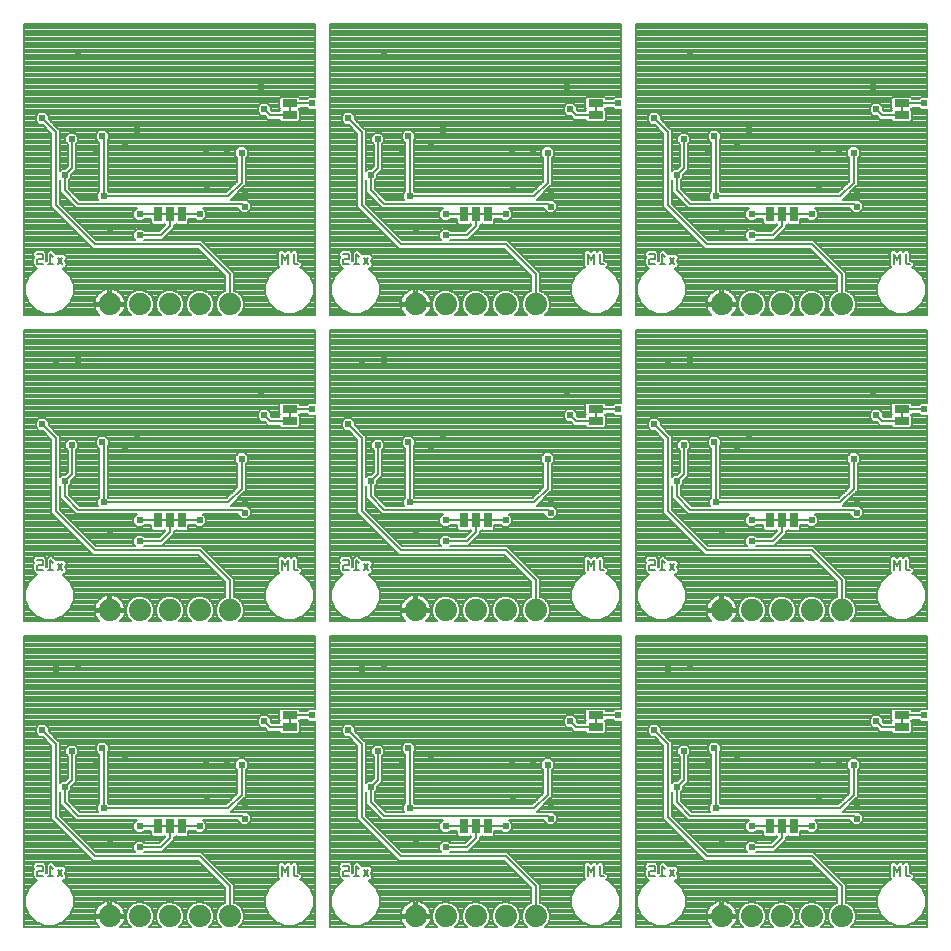
<source format=gbl>
G75*
%MOIN*%
%OFA0B0*%
%FSLAX25Y25*%
%IPPOS*%
%LPD*%
%AMOC8*
5,1,8,0,0,1.08239X$1,22.5*
%
%ADD10C,0.00600*%
%ADD11R,0.02500X0.05000*%
%ADD12R,0.01600X0.01000*%
%ADD13R,0.05000X0.02500*%
%ADD14R,0.01000X0.01600*%
%ADD15C,0.07400*%
%ADD16C,0.00800*%
%ADD17C,0.02400*%
D10*
X0035236Y0047050D02*
X0036369Y0047050D01*
X0035236Y0047050D02*
X0035182Y0047052D01*
X0035128Y0047058D01*
X0035075Y0047067D01*
X0035023Y0047081D01*
X0034972Y0047098D01*
X0034922Y0047118D01*
X0034874Y0047142D01*
X0034827Y0047170D01*
X0034783Y0047201D01*
X0034741Y0047235D01*
X0034701Y0047271D01*
X0034665Y0047311D01*
X0034631Y0047353D01*
X0034600Y0047397D01*
X0034572Y0047444D01*
X0034548Y0047492D01*
X0034528Y0047542D01*
X0034511Y0047593D01*
X0034497Y0047645D01*
X0034488Y0047698D01*
X0034482Y0047752D01*
X0034480Y0047806D01*
X0034480Y0048183D01*
X0034482Y0048237D01*
X0034488Y0048291D01*
X0034497Y0048344D01*
X0034511Y0048396D01*
X0034528Y0048447D01*
X0034548Y0048497D01*
X0034572Y0048545D01*
X0034600Y0048592D01*
X0034631Y0048636D01*
X0034665Y0048678D01*
X0034701Y0048718D01*
X0034741Y0048754D01*
X0034783Y0048788D01*
X0034827Y0048819D01*
X0034874Y0048847D01*
X0034922Y0048871D01*
X0034972Y0048891D01*
X0035023Y0048908D01*
X0035075Y0048922D01*
X0035128Y0048931D01*
X0035182Y0048937D01*
X0035236Y0048939D01*
X0036369Y0048939D01*
X0036369Y0050450D01*
X0034480Y0050450D01*
X0039024Y0050450D02*
X0039024Y0047050D01*
X0038080Y0047050D02*
X0039969Y0047050D01*
X0041509Y0047050D02*
X0043020Y0049317D01*
X0041509Y0049317D02*
X0043020Y0047050D01*
X0039969Y0049694D02*
X0039024Y0050450D01*
X0116059Y0050450D02*
X0116059Y0047050D01*
X0117193Y0048561D02*
X0116059Y0050450D01*
X0117193Y0048561D02*
X0118326Y0050450D01*
X0118326Y0047050D01*
X0120307Y0047806D02*
X0120307Y0050450D01*
X0120307Y0047806D02*
X0120309Y0047752D01*
X0120315Y0047698D01*
X0120324Y0047645D01*
X0120338Y0047593D01*
X0120355Y0047542D01*
X0120375Y0047492D01*
X0120399Y0047444D01*
X0120427Y0047397D01*
X0120458Y0047353D01*
X0120492Y0047311D01*
X0120528Y0047271D01*
X0120568Y0047235D01*
X0120610Y0047201D01*
X0120654Y0047170D01*
X0120701Y0047142D01*
X0120749Y0047118D01*
X0120799Y0047098D01*
X0120850Y0047081D01*
X0120902Y0047067D01*
X0120955Y0047058D01*
X0121009Y0047052D01*
X0121063Y0047050D01*
X0121441Y0047050D01*
X0136480Y0047806D02*
X0136480Y0048183D01*
X0136482Y0048237D01*
X0136488Y0048291D01*
X0136497Y0048344D01*
X0136511Y0048396D01*
X0136528Y0048447D01*
X0136548Y0048497D01*
X0136572Y0048545D01*
X0136600Y0048592D01*
X0136631Y0048636D01*
X0136665Y0048678D01*
X0136701Y0048718D01*
X0136741Y0048754D01*
X0136783Y0048788D01*
X0136827Y0048819D01*
X0136874Y0048847D01*
X0136922Y0048871D01*
X0136972Y0048891D01*
X0137023Y0048908D01*
X0137075Y0048922D01*
X0137128Y0048931D01*
X0137182Y0048937D01*
X0137236Y0048939D01*
X0138369Y0048939D01*
X0138369Y0050450D01*
X0136480Y0050450D01*
X0136480Y0047806D02*
X0136482Y0047752D01*
X0136488Y0047698D01*
X0136497Y0047645D01*
X0136511Y0047593D01*
X0136528Y0047542D01*
X0136548Y0047492D01*
X0136572Y0047444D01*
X0136600Y0047397D01*
X0136631Y0047353D01*
X0136665Y0047311D01*
X0136701Y0047271D01*
X0136741Y0047235D01*
X0136783Y0047201D01*
X0136827Y0047170D01*
X0136874Y0047142D01*
X0136922Y0047118D01*
X0136972Y0047098D01*
X0137023Y0047081D01*
X0137075Y0047067D01*
X0137128Y0047058D01*
X0137182Y0047052D01*
X0137236Y0047050D01*
X0138369Y0047050D01*
X0140080Y0047050D02*
X0141969Y0047050D01*
X0141024Y0047050D02*
X0141024Y0050450D01*
X0141969Y0049694D01*
X0143509Y0049317D02*
X0145020Y0047050D01*
X0143509Y0047050D02*
X0145020Y0049317D01*
X0218059Y0050450D02*
X0218059Y0047050D01*
X0219193Y0048561D02*
X0218059Y0050450D01*
X0219193Y0048561D02*
X0220326Y0050450D01*
X0220326Y0047050D01*
X0222307Y0047806D02*
X0222307Y0050450D01*
X0222307Y0047806D02*
X0222309Y0047752D01*
X0222315Y0047698D01*
X0222324Y0047645D01*
X0222338Y0047593D01*
X0222355Y0047542D01*
X0222375Y0047492D01*
X0222399Y0047444D01*
X0222427Y0047397D01*
X0222458Y0047353D01*
X0222492Y0047311D01*
X0222528Y0047271D01*
X0222568Y0047235D01*
X0222610Y0047201D01*
X0222654Y0047170D01*
X0222701Y0047142D01*
X0222749Y0047118D01*
X0222799Y0047098D01*
X0222850Y0047081D01*
X0222902Y0047067D01*
X0222955Y0047058D01*
X0223009Y0047052D01*
X0223063Y0047050D01*
X0223441Y0047050D01*
X0238480Y0047806D02*
X0238480Y0048183D01*
X0238482Y0048237D01*
X0238488Y0048291D01*
X0238497Y0048344D01*
X0238511Y0048396D01*
X0238528Y0048447D01*
X0238548Y0048497D01*
X0238572Y0048545D01*
X0238600Y0048592D01*
X0238631Y0048636D01*
X0238665Y0048678D01*
X0238701Y0048718D01*
X0238741Y0048754D01*
X0238783Y0048788D01*
X0238827Y0048819D01*
X0238874Y0048847D01*
X0238922Y0048871D01*
X0238972Y0048891D01*
X0239023Y0048908D01*
X0239075Y0048922D01*
X0239128Y0048931D01*
X0239182Y0048937D01*
X0239236Y0048939D01*
X0240369Y0048939D01*
X0240369Y0050450D01*
X0238480Y0050450D01*
X0238480Y0047806D02*
X0238482Y0047752D01*
X0238488Y0047698D01*
X0238497Y0047645D01*
X0238511Y0047593D01*
X0238528Y0047542D01*
X0238548Y0047492D01*
X0238572Y0047444D01*
X0238600Y0047397D01*
X0238631Y0047353D01*
X0238665Y0047311D01*
X0238701Y0047271D01*
X0238741Y0047235D01*
X0238783Y0047201D01*
X0238827Y0047170D01*
X0238874Y0047142D01*
X0238922Y0047118D01*
X0238972Y0047098D01*
X0239023Y0047081D01*
X0239075Y0047067D01*
X0239128Y0047058D01*
X0239182Y0047052D01*
X0239236Y0047050D01*
X0240369Y0047050D01*
X0242080Y0047050D02*
X0243969Y0047050D01*
X0243024Y0047050D02*
X0243024Y0050450D01*
X0243969Y0049694D01*
X0245509Y0049317D02*
X0247020Y0047050D01*
X0245509Y0047050D02*
X0247020Y0049317D01*
X0320059Y0050450D02*
X0320059Y0047050D01*
X0321193Y0048561D02*
X0320059Y0050450D01*
X0321193Y0048561D02*
X0322326Y0050450D01*
X0322326Y0047050D01*
X0324307Y0047806D02*
X0324307Y0050450D01*
X0324307Y0047806D02*
X0324309Y0047752D01*
X0324315Y0047698D01*
X0324324Y0047645D01*
X0324338Y0047593D01*
X0324355Y0047542D01*
X0324375Y0047492D01*
X0324399Y0047444D01*
X0324427Y0047397D01*
X0324458Y0047353D01*
X0324492Y0047311D01*
X0324528Y0047271D01*
X0324568Y0047235D01*
X0324610Y0047201D01*
X0324654Y0047170D01*
X0324701Y0047142D01*
X0324749Y0047118D01*
X0324799Y0047098D01*
X0324850Y0047081D01*
X0324902Y0047067D01*
X0324955Y0047058D01*
X0325009Y0047052D01*
X0325063Y0047050D01*
X0325441Y0047050D01*
X0325063Y0149050D02*
X0325441Y0149050D01*
X0325063Y0149050D02*
X0325009Y0149052D01*
X0324955Y0149058D01*
X0324902Y0149067D01*
X0324850Y0149081D01*
X0324799Y0149098D01*
X0324749Y0149118D01*
X0324701Y0149142D01*
X0324654Y0149170D01*
X0324610Y0149201D01*
X0324568Y0149235D01*
X0324528Y0149271D01*
X0324492Y0149311D01*
X0324458Y0149353D01*
X0324427Y0149397D01*
X0324399Y0149444D01*
X0324375Y0149492D01*
X0324355Y0149542D01*
X0324338Y0149593D01*
X0324324Y0149645D01*
X0324315Y0149698D01*
X0324309Y0149752D01*
X0324307Y0149806D01*
X0324307Y0152450D01*
X0322326Y0152450D02*
X0321193Y0150561D01*
X0320059Y0152450D01*
X0320059Y0149050D01*
X0322326Y0149050D02*
X0322326Y0152450D01*
X0247020Y0151317D02*
X0245509Y0149050D01*
X0247020Y0149050D02*
X0245509Y0151317D01*
X0243969Y0151694D02*
X0243024Y0152450D01*
X0243024Y0149050D01*
X0242080Y0149050D02*
X0243969Y0149050D01*
X0240369Y0149050D02*
X0239236Y0149050D01*
X0239182Y0149052D01*
X0239128Y0149058D01*
X0239075Y0149067D01*
X0239023Y0149081D01*
X0238972Y0149098D01*
X0238922Y0149118D01*
X0238874Y0149142D01*
X0238827Y0149170D01*
X0238783Y0149201D01*
X0238741Y0149235D01*
X0238701Y0149271D01*
X0238665Y0149311D01*
X0238631Y0149353D01*
X0238600Y0149397D01*
X0238572Y0149444D01*
X0238548Y0149492D01*
X0238528Y0149542D01*
X0238511Y0149593D01*
X0238497Y0149645D01*
X0238488Y0149698D01*
X0238482Y0149752D01*
X0238480Y0149806D01*
X0238480Y0150183D01*
X0238482Y0150237D01*
X0238488Y0150291D01*
X0238497Y0150344D01*
X0238511Y0150396D01*
X0238528Y0150447D01*
X0238548Y0150497D01*
X0238572Y0150545D01*
X0238600Y0150592D01*
X0238631Y0150636D01*
X0238665Y0150678D01*
X0238701Y0150718D01*
X0238741Y0150754D01*
X0238783Y0150788D01*
X0238827Y0150819D01*
X0238874Y0150847D01*
X0238922Y0150871D01*
X0238972Y0150891D01*
X0239023Y0150908D01*
X0239075Y0150922D01*
X0239128Y0150931D01*
X0239182Y0150937D01*
X0239236Y0150939D01*
X0240369Y0150939D01*
X0240369Y0152450D01*
X0238480Y0152450D01*
X0223441Y0149050D02*
X0223063Y0149050D01*
X0223009Y0149052D01*
X0222955Y0149058D01*
X0222902Y0149067D01*
X0222850Y0149081D01*
X0222799Y0149098D01*
X0222749Y0149118D01*
X0222701Y0149142D01*
X0222654Y0149170D01*
X0222610Y0149201D01*
X0222568Y0149235D01*
X0222528Y0149271D01*
X0222492Y0149311D01*
X0222458Y0149353D01*
X0222427Y0149397D01*
X0222399Y0149444D01*
X0222375Y0149492D01*
X0222355Y0149542D01*
X0222338Y0149593D01*
X0222324Y0149645D01*
X0222315Y0149698D01*
X0222309Y0149752D01*
X0222307Y0149806D01*
X0222307Y0152450D01*
X0220326Y0152450D02*
X0219193Y0150561D01*
X0218059Y0152450D01*
X0218059Y0149050D01*
X0220326Y0149050D02*
X0220326Y0152450D01*
X0145020Y0151317D02*
X0143509Y0149050D01*
X0145020Y0149050D02*
X0143509Y0151317D01*
X0141969Y0151694D02*
X0141024Y0152450D01*
X0141024Y0149050D01*
X0140080Y0149050D02*
X0141969Y0149050D01*
X0138369Y0149050D02*
X0137236Y0149050D01*
X0137182Y0149052D01*
X0137128Y0149058D01*
X0137075Y0149067D01*
X0137023Y0149081D01*
X0136972Y0149098D01*
X0136922Y0149118D01*
X0136874Y0149142D01*
X0136827Y0149170D01*
X0136783Y0149201D01*
X0136741Y0149235D01*
X0136701Y0149271D01*
X0136665Y0149311D01*
X0136631Y0149353D01*
X0136600Y0149397D01*
X0136572Y0149444D01*
X0136548Y0149492D01*
X0136528Y0149542D01*
X0136511Y0149593D01*
X0136497Y0149645D01*
X0136488Y0149698D01*
X0136482Y0149752D01*
X0136480Y0149806D01*
X0136480Y0150183D01*
X0136482Y0150237D01*
X0136488Y0150291D01*
X0136497Y0150344D01*
X0136511Y0150396D01*
X0136528Y0150447D01*
X0136548Y0150497D01*
X0136572Y0150545D01*
X0136600Y0150592D01*
X0136631Y0150636D01*
X0136665Y0150678D01*
X0136701Y0150718D01*
X0136741Y0150754D01*
X0136783Y0150788D01*
X0136827Y0150819D01*
X0136874Y0150847D01*
X0136922Y0150871D01*
X0136972Y0150891D01*
X0137023Y0150908D01*
X0137075Y0150922D01*
X0137128Y0150931D01*
X0137182Y0150937D01*
X0137236Y0150939D01*
X0138369Y0150939D01*
X0138369Y0152450D01*
X0136480Y0152450D01*
X0121441Y0149050D02*
X0121063Y0149050D01*
X0121009Y0149052D01*
X0120955Y0149058D01*
X0120902Y0149067D01*
X0120850Y0149081D01*
X0120799Y0149098D01*
X0120749Y0149118D01*
X0120701Y0149142D01*
X0120654Y0149170D01*
X0120610Y0149201D01*
X0120568Y0149235D01*
X0120528Y0149271D01*
X0120492Y0149311D01*
X0120458Y0149353D01*
X0120427Y0149397D01*
X0120399Y0149444D01*
X0120375Y0149492D01*
X0120355Y0149542D01*
X0120338Y0149593D01*
X0120324Y0149645D01*
X0120315Y0149698D01*
X0120309Y0149752D01*
X0120307Y0149806D01*
X0120307Y0152450D01*
X0118326Y0152450D02*
X0117193Y0150561D01*
X0116059Y0152450D01*
X0116059Y0149050D01*
X0118326Y0149050D02*
X0118326Y0152450D01*
X0043020Y0151317D02*
X0041509Y0149050D01*
X0043020Y0149050D02*
X0041509Y0151317D01*
X0039969Y0151694D02*
X0039024Y0152450D01*
X0039024Y0149050D01*
X0038080Y0149050D02*
X0039969Y0149050D01*
X0036369Y0149050D02*
X0035236Y0149050D01*
X0035182Y0149052D01*
X0035128Y0149058D01*
X0035075Y0149067D01*
X0035023Y0149081D01*
X0034972Y0149098D01*
X0034922Y0149118D01*
X0034874Y0149142D01*
X0034827Y0149170D01*
X0034783Y0149201D01*
X0034741Y0149235D01*
X0034701Y0149271D01*
X0034665Y0149311D01*
X0034631Y0149353D01*
X0034600Y0149397D01*
X0034572Y0149444D01*
X0034548Y0149492D01*
X0034528Y0149542D01*
X0034511Y0149593D01*
X0034497Y0149645D01*
X0034488Y0149698D01*
X0034482Y0149752D01*
X0034480Y0149806D01*
X0034480Y0150183D01*
X0034482Y0150237D01*
X0034488Y0150291D01*
X0034497Y0150344D01*
X0034511Y0150396D01*
X0034528Y0150447D01*
X0034548Y0150497D01*
X0034572Y0150545D01*
X0034600Y0150592D01*
X0034631Y0150636D01*
X0034665Y0150678D01*
X0034701Y0150718D01*
X0034741Y0150754D01*
X0034783Y0150788D01*
X0034827Y0150819D01*
X0034874Y0150847D01*
X0034922Y0150871D01*
X0034972Y0150891D01*
X0035023Y0150908D01*
X0035075Y0150922D01*
X0035128Y0150931D01*
X0035182Y0150937D01*
X0035236Y0150939D01*
X0036369Y0150939D01*
X0036369Y0152450D01*
X0034480Y0152450D01*
X0035236Y0251050D02*
X0036369Y0251050D01*
X0035236Y0251050D02*
X0035182Y0251052D01*
X0035128Y0251058D01*
X0035075Y0251067D01*
X0035023Y0251081D01*
X0034972Y0251098D01*
X0034922Y0251118D01*
X0034874Y0251142D01*
X0034827Y0251170D01*
X0034783Y0251201D01*
X0034741Y0251235D01*
X0034701Y0251271D01*
X0034665Y0251311D01*
X0034631Y0251353D01*
X0034600Y0251397D01*
X0034572Y0251444D01*
X0034548Y0251492D01*
X0034528Y0251542D01*
X0034511Y0251593D01*
X0034497Y0251645D01*
X0034488Y0251698D01*
X0034482Y0251752D01*
X0034480Y0251806D01*
X0034480Y0252183D01*
X0034482Y0252237D01*
X0034488Y0252291D01*
X0034497Y0252344D01*
X0034511Y0252396D01*
X0034528Y0252447D01*
X0034548Y0252497D01*
X0034572Y0252545D01*
X0034600Y0252592D01*
X0034631Y0252636D01*
X0034665Y0252678D01*
X0034701Y0252718D01*
X0034741Y0252754D01*
X0034783Y0252788D01*
X0034827Y0252819D01*
X0034874Y0252847D01*
X0034922Y0252871D01*
X0034972Y0252891D01*
X0035023Y0252908D01*
X0035075Y0252922D01*
X0035128Y0252931D01*
X0035182Y0252937D01*
X0035236Y0252939D01*
X0036369Y0252939D01*
X0036369Y0254450D01*
X0034480Y0254450D01*
X0039024Y0254450D02*
X0039024Y0251050D01*
X0038080Y0251050D02*
X0039969Y0251050D01*
X0041509Y0251050D02*
X0043020Y0253317D01*
X0041509Y0253317D02*
X0043020Y0251050D01*
X0039969Y0253694D02*
X0039024Y0254450D01*
X0116059Y0254450D02*
X0116059Y0251050D01*
X0117193Y0252561D02*
X0116059Y0254450D01*
X0117193Y0252561D02*
X0118326Y0254450D01*
X0118326Y0251050D01*
X0120307Y0251806D02*
X0120307Y0254450D01*
X0120307Y0251806D02*
X0120309Y0251752D01*
X0120315Y0251698D01*
X0120324Y0251645D01*
X0120338Y0251593D01*
X0120355Y0251542D01*
X0120375Y0251492D01*
X0120399Y0251444D01*
X0120427Y0251397D01*
X0120458Y0251353D01*
X0120492Y0251311D01*
X0120528Y0251271D01*
X0120568Y0251235D01*
X0120610Y0251201D01*
X0120654Y0251170D01*
X0120701Y0251142D01*
X0120749Y0251118D01*
X0120799Y0251098D01*
X0120850Y0251081D01*
X0120902Y0251067D01*
X0120955Y0251058D01*
X0121009Y0251052D01*
X0121063Y0251050D01*
X0121441Y0251050D01*
X0136480Y0251806D02*
X0136480Y0252183D01*
X0136482Y0252237D01*
X0136488Y0252291D01*
X0136497Y0252344D01*
X0136511Y0252396D01*
X0136528Y0252447D01*
X0136548Y0252497D01*
X0136572Y0252545D01*
X0136600Y0252592D01*
X0136631Y0252636D01*
X0136665Y0252678D01*
X0136701Y0252718D01*
X0136741Y0252754D01*
X0136783Y0252788D01*
X0136827Y0252819D01*
X0136874Y0252847D01*
X0136922Y0252871D01*
X0136972Y0252891D01*
X0137023Y0252908D01*
X0137075Y0252922D01*
X0137128Y0252931D01*
X0137182Y0252937D01*
X0137236Y0252939D01*
X0138369Y0252939D01*
X0138369Y0254450D01*
X0136480Y0254450D01*
X0136480Y0251806D02*
X0136482Y0251752D01*
X0136488Y0251698D01*
X0136497Y0251645D01*
X0136511Y0251593D01*
X0136528Y0251542D01*
X0136548Y0251492D01*
X0136572Y0251444D01*
X0136600Y0251397D01*
X0136631Y0251353D01*
X0136665Y0251311D01*
X0136701Y0251271D01*
X0136741Y0251235D01*
X0136783Y0251201D01*
X0136827Y0251170D01*
X0136874Y0251142D01*
X0136922Y0251118D01*
X0136972Y0251098D01*
X0137023Y0251081D01*
X0137075Y0251067D01*
X0137128Y0251058D01*
X0137182Y0251052D01*
X0137236Y0251050D01*
X0138369Y0251050D01*
X0140080Y0251050D02*
X0141969Y0251050D01*
X0141024Y0251050D02*
X0141024Y0254450D01*
X0141969Y0253694D01*
X0143509Y0253317D02*
X0145020Y0251050D01*
X0143509Y0251050D02*
X0145020Y0253317D01*
X0218059Y0254450D02*
X0218059Y0251050D01*
X0219193Y0252561D02*
X0218059Y0254450D01*
X0219193Y0252561D02*
X0220326Y0254450D01*
X0220326Y0251050D01*
X0222307Y0251806D02*
X0222307Y0254450D01*
X0222307Y0251806D02*
X0222309Y0251752D01*
X0222315Y0251698D01*
X0222324Y0251645D01*
X0222338Y0251593D01*
X0222355Y0251542D01*
X0222375Y0251492D01*
X0222399Y0251444D01*
X0222427Y0251397D01*
X0222458Y0251353D01*
X0222492Y0251311D01*
X0222528Y0251271D01*
X0222568Y0251235D01*
X0222610Y0251201D01*
X0222654Y0251170D01*
X0222701Y0251142D01*
X0222749Y0251118D01*
X0222799Y0251098D01*
X0222850Y0251081D01*
X0222902Y0251067D01*
X0222955Y0251058D01*
X0223009Y0251052D01*
X0223063Y0251050D01*
X0223441Y0251050D01*
X0238480Y0251806D02*
X0238480Y0252183D01*
X0238482Y0252237D01*
X0238488Y0252291D01*
X0238497Y0252344D01*
X0238511Y0252396D01*
X0238528Y0252447D01*
X0238548Y0252497D01*
X0238572Y0252545D01*
X0238600Y0252592D01*
X0238631Y0252636D01*
X0238665Y0252678D01*
X0238701Y0252718D01*
X0238741Y0252754D01*
X0238783Y0252788D01*
X0238827Y0252819D01*
X0238874Y0252847D01*
X0238922Y0252871D01*
X0238972Y0252891D01*
X0239023Y0252908D01*
X0239075Y0252922D01*
X0239128Y0252931D01*
X0239182Y0252937D01*
X0239236Y0252939D01*
X0240369Y0252939D01*
X0240369Y0254450D01*
X0238480Y0254450D01*
X0238480Y0251806D02*
X0238482Y0251752D01*
X0238488Y0251698D01*
X0238497Y0251645D01*
X0238511Y0251593D01*
X0238528Y0251542D01*
X0238548Y0251492D01*
X0238572Y0251444D01*
X0238600Y0251397D01*
X0238631Y0251353D01*
X0238665Y0251311D01*
X0238701Y0251271D01*
X0238741Y0251235D01*
X0238783Y0251201D01*
X0238827Y0251170D01*
X0238874Y0251142D01*
X0238922Y0251118D01*
X0238972Y0251098D01*
X0239023Y0251081D01*
X0239075Y0251067D01*
X0239128Y0251058D01*
X0239182Y0251052D01*
X0239236Y0251050D01*
X0240369Y0251050D01*
X0242080Y0251050D02*
X0243969Y0251050D01*
X0243024Y0251050D02*
X0243024Y0254450D01*
X0243969Y0253694D01*
X0245509Y0253317D02*
X0247020Y0251050D01*
X0245509Y0251050D02*
X0247020Y0253317D01*
X0320059Y0254450D02*
X0320059Y0251050D01*
X0321193Y0252561D02*
X0320059Y0254450D01*
X0321193Y0252561D02*
X0322326Y0254450D01*
X0322326Y0251050D01*
X0324307Y0251806D02*
X0324307Y0254450D01*
X0324307Y0251806D02*
X0324309Y0251752D01*
X0324315Y0251698D01*
X0324324Y0251645D01*
X0324338Y0251593D01*
X0324355Y0251542D01*
X0324375Y0251492D01*
X0324399Y0251444D01*
X0324427Y0251397D01*
X0324458Y0251353D01*
X0324492Y0251311D01*
X0324528Y0251271D01*
X0324568Y0251235D01*
X0324610Y0251201D01*
X0324654Y0251170D01*
X0324701Y0251142D01*
X0324749Y0251118D01*
X0324799Y0251098D01*
X0324850Y0251081D01*
X0324902Y0251067D01*
X0324955Y0251058D01*
X0325009Y0251052D01*
X0325063Y0251050D01*
X0325441Y0251050D01*
D11*
X0286750Y0267750D03*
X0282750Y0267750D03*
X0278750Y0267750D03*
X0184750Y0267750D03*
X0180750Y0267750D03*
X0176750Y0267750D03*
X0082750Y0267750D03*
X0078750Y0267750D03*
X0074750Y0267750D03*
X0074750Y0165750D03*
X0078750Y0165750D03*
X0082750Y0165750D03*
X0176750Y0165750D03*
X0180750Y0165750D03*
X0184750Y0165750D03*
X0278750Y0165750D03*
X0282750Y0165750D03*
X0286750Y0165750D03*
X0286750Y0063750D03*
X0282750Y0063750D03*
X0278750Y0063750D03*
X0184750Y0063750D03*
X0180750Y0063750D03*
X0176750Y0063750D03*
X0082750Y0063750D03*
X0078750Y0063750D03*
X0074750Y0063750D03*
D12*
X0076750Y0063750D03*
X0080750Y0063750D03*
X0178750Y0063750D03*
X0182750Y0063750D03*
X0280750Y0063750D03*
X0284750Y0063750D03*
X0284750Y0165750D03*
X0280750Y0165750D03*
X0182750Y0165750D03*
X0178750Y0165750D03*
X0080750Y0165750D03*
X0076750Y0165750D03*
X0076750Y0267750D03*
X0080750Y0267750D03*
X0178750Y0267750D03*
X0182750Y0267750D03*
X0280750Y0267750D03*
X0284750Y0267750D03*
D13*
X0322750Y0300750D03*
X0322750Y0304750D03*
X0220750Y0304750D03*
X0220750Y0300750D03*
X0118750Y0300750D03*
X0118750Y0304750D03*
X0118750Y0202750D03*
X0118750Y0198750D03*
X0220750Y0198750D03*
X0220750Y0202750D03*
X0322750Y0202750D03*
X0322750Y0198750D03*
X0322750Y0100750D03*
X0322750Y0096750D03*
X0220750Y0096750D03*
X0220750Y0100750D03*
X0118750Y0100750D03*
X0118750Y0096750D03*
D14*
X0118750Y0098750D03*
X0220750Y0098750D03*
X0322750Y0098750D03*
X0322750Y0200750D03*
X0220750Y0200750D03*
X0118750Y0200750D03*
X0118750Y0302750D03*
X0220750Y0302750D03*
X0322750Y0302750D03*
D15*
X0302750Y0237750D03*
X0292750Y0237750D03*
X0282750Y0237750D03*
X0272750Y0237750D03*
X0262750Y0237750D03*
X0200750Y0237750D03*
X0190750Y0237750D03*
X0180750Y0237750D03*
X0170750Y0237750D03*
X0160750Y0237750D03*
X0098750Y0237750D03*
X0088750Y0237750D03*
X0078750Y0237750D03*
X0068750Y0237750D03*
X0058750Y0237750D03*
X0058750Y0135750D03*
X0068750Y0135750D03*
X0078750Y0135750D03*
X0088750Y0135750D03*
X0098750Y0135750D03*
X0160750Y0135750D03*
X0170750Y0135750D03*
X0180750Y0135750D03*
X0190750Y0135750D03*
X0200750Y0135750D03*
X0262750Y0135750D03*
X0272750Y0135750D03*
X0282750Y0135750D03*
X0292750Y0135750D03*
X0302750Y0135750D03*
X0302750Y0033750D03*
X0292750Y0033750D03*
X0282750Y0033750D03*
X0272750Y0033750D03*
X0262750Y0033750D03*
X0200750Y0033750D03*
X0190750Y0033750D03*
X0180750Y0033750D03*
X0170750Y0033750D03*
X0160750Y0033750D03*
X0098750Y0033750D03*
X0088750Y0033750D03*
X0078750Y0033750D03*
X0068750Y0033750D03*
X0058750Y0033750D03*
D16*
X0030150Y0030150D02*
X0030150Y0127350D01*
X0127350Y0127350D01*
X0127350Y0102761D01*
X0127161Y0102950D01*
X0125339Y0102950D01*
X0124539Y0102150D01*
X0122250Y0102150D01*
X0122250Y0102414D01*
X0121664Y0103000D01*
X0115836Y0103000D01*
X0115250Y0102414D01*
X0115250Y0099086D01*
X0115586Y0098750D01*
X0115250Y0098414D01*
X0115250Y0098150D01*
X0112830Y0098150D01*
X0112450Y0098530D01*
X0112450Y0099661D01*
X0111161Y0100950D01*
X0109339Y0100950D01*
X0108050Y0099661D01*
X0108050Y0097839D01*
X0109339Y0096550D01*
X0110470Y0096550D01*
X0111670Y0095350D01*
X0115250Y0095350D01*
X0115250Y0095086D01*
X0115836Y0094500D01*
X0121664Y0094500D01*
X0122250Y0095086D01*
X0122250Y0098414D01*
X0121914Y0098750D01*
X0122250Y0099086D01*
X0122250Y0099350D01*
X0124539Y0099350D01*
X0125339Y0098550D01*
X0127161Y0098550D01*
X0127350Y0098739D01*
X0127350Y0030150D01*
X0101797Y0030150D01*
X0102734Y0031088D01*
X0103450Y0032815D01*
X0103450Y0034685D01*
X0102734Y0036412D01*
X0101412Y0037734D01*
X0100150Y0038257D01*
X0100150Y0044330D01*
X0099330Y0045150D01*
X0089330Y0055150D01*
X0070261Y0055150D01*
X0070461Y0055350D01*
X0076330Y0055350D01*
X0080150Y0059170D01*
X0080150Y0060250D01*
X0080414Y0060250D01*
X0080750Y0060586D01*
X0081086Y0060250D01*
X0084414Y0060250D01*
X0085000Y0060836D01*
X0085000Y0062350D01*
X0087039Y0062350D01*
X0087839Y0061550D01*
X0089661Y0061550D01*
X0090950Y0062839D01*
X0090950Y0064661D01*
X0089761Y0065850D01*
X0101550Y0065850D01*
X0101550Y0065435D01*
X0102839Y0064146D01*
X0104661Y0064146D01*
X0105950Y0065435D01*
X0105950Y0067258D01*
X0104661Y0068546D01*
X0103598Y0068546D01*
X0103494Y0068650D01*
X0099130Y0068650D01*
X0103330Y0072850D01*
X0104150Y0073670D01*
X0104150Y0082539D01*
X0104950Y0083339D01*
X0104950Y0085161D01*
X0103661Y0086450D01*
X0101839Y0086450D01*
X0100550Y0085161D01*
X0100550Y0083339D01*
X0101350Y0082539D01*
X0101350Y0074830D01*
X0097670Y0071150D01*
X0058461Y0071150D01*
X0058150Y0071461D01*
X0058150Y0088539D01*
X0058450Y0088839D01*
X0058450Y0090661D01*
X0057161Y0091950D01*
X0055339Y0091950D01*
X0054050Y0090661D01*
X0054050Y0088839D01*
X0055339Y0087550D01*
X0055350Y0087550D01*
X0055350Y0071461D01*
X0054550Y0070661D01*
X0054550Y0068839D01*
X0054739Y0068650D01*
X0048830Y0068650D01*
X0045150Y0072330D01*
X0045150Y0075039D01*
X0045950Y0075839D01*
X0045950Y0076970D01*
X0047550Y0078570D01*
X0047550Y0087039D01*
X0048350Y0087839D01*
X0048350Y0089661D01*
X0047061Y0090950D01*
X0045239Y0090950D01*
X0043950Y0089661D01*
X0043950Y0087839D01*
X0044750Y0087039D01*
X0044750Y0079730D01*
X0043970Y0078950D01*
X0042839Y0078950D01*
X0042150Y0078261D01*
X0042150Y0091830D01*
X0041330Y0092650D01*
X0038450Y0095530D01*
X0038450Y0096661D01*
X0037161Y0097950D01*
X0035339Y0097950D01*
X0034050Y0096661D01*
X0034050Y0094839D01*
X0035339Y0093550D01*
X0036470Y0093550D01*
X0039350Y0090670D01*
X0039350Y0066170D01*
X0053170Y0052350D01*
X0088170Y0052350D01*
X0097350Y0043170D01*
X0097350Y0038257D01*
X0096088Y0037734D01*
X0094766Y0036412D01*
X0094050Y0034685D01*
X0094050Y0032815D01*
X0094766Y0031088D01*
X0095703Y0030150D01*
X0091797Y0030150D01*
X0092734Y0031088D01*
X0093450Y0032815D01*
X0093450Y0034685D01*
X0092734Y0036412D01*
X0091412Y0037734D01*
X0089685Y0038450D01*
X0087815Y0038450D01*
X0086088Y0037734D01*
X0084766Y0036412D01*
X0084050Y0034685D01*
X0084050Y0032815D01*
X0084766Y0031088D01*
X0085703Y0030150D01*
X0081797Y0030150D01*
X0082734Y0031088D01*
X0083450Y0032815D01*
X0083450Y0034685D01*
X0082734Y0036412D01*
X0081412Y0037734D01*
X0079685Y0038450D01*
X0077815Y0038450D01*
X0076088Y0037734D01*
X0074766Y0036412D01*
X0074050Y0034685D01*
X0074050Y0032815D01*
X0074766Y0031088D01*
X0075703Y0030150D01*
X0071797Y0030150D01*
X0072734Y0031088D01*
X0073450Y0032815D01*
X0073450Y0034685D01*
X0072734Y0036412D01*
X0071412Y0037734D01*
X0069685Y0038450D01*
X0067815Y0038450D01*
X0066088Y0037734D01*
X0064766Y0036412D01*
X0064050Y0034685D01*
X0064050Y0032815D01*
X0064766Y0031088D01*
X0065703Y0030150D01*
X0062362Y0030150D01*
X0062640Y0030428D01*
X0063112Y0031077D01*
X0063476Y0031792D01*
X0063724Y0032556D01*
X0063850Y0033349D01*
X0063850Y0033350D01*
X0059150Y0033350D01*
X0059150Y0034150D01*
X0058350Y0034150D01*
X0058350Y0038850D01*
X0058349Y0038850D01*
X0057556Y0038724D01*
X0056792Y0038476D01*
X0056077Y0038112D01*
X0055428Y0037640D01*
X0054860Y0037072D01*
X0054388Y0036423D01*
X0054024Y0035708D01*
X0053776Y0034944D01*
X0053650Y0034151D01*
X0053650Y0034150D01*
X0058350Y0034150D01*
X0058350Y0033350D01*
X0053650Y0033350D01*
X0053650Y0033349D01*
X0053776Y0032556D01*
X0054024Y0031792D01*
X0054388Y0031077D01*
X0054860Y0030428D01*
X0055138Y0030150D01*
X0030150Y0030150D01*
X0030150Y0030347D02*
X0054940Y0030347D01*
X0054353Y0031146D02*
X0041558Y0031146D01*
X0040361Y0030650D02*
X0043338Y0031883D01*
X0043338Y0031883D01*
X0045617Y0034162D01*
X0046850Y0037139D01*
X0046850Y0040361D01*
X0045617Y0043338D01*
X0045617Y0043338D01*
X0043338Y0045617D01*
X0043134Y0045701D01*
X0043293Y0045670D01*
X0044189Y0046267D01*
X0044400Y0047323D01*
X0043827Y0048183D01*
X0044400Y0049044D01*
X0044189Y0050100D01*
X0043293Y0050697D01*
X0042264Y0050491D01*
X0041236Y0050697D01*
X0040996Y0050537D01*
X0039893Y0051420D01*
X0039563Y0051750D01*
X0039480Y0051750D01*
X0039416Y0051802D01*
X0038952Y0051750D01*
X0038486Y0051750D01*
X0038428Y0051692D01*
X0038346Y0051683D01*
X0038054Y0051318D01*
X0037724Y0050988D01*
X0037724Y0050906D01*
X0037673Y0050842D01*
X0037724Y0050378D01*
X0037724Y0048350D01*
X0037618Y0048350D01*
X0037669Y0048400D01*
X0037669Y0050988D01*
X0036907Y0051750D01*
X0033942Y0051750D01*
X0033180Y0050988D01*
X0033180Y0049912D01*
X0033611Y0049481D01*
X0033180Y0048734D01*
X0033180Y0047255D01*
X0033731Y0046301D01*
X0034601Y0045799D01*
X0034162Y0045617D01*
X0034162Y0045617D01*
X0031883Y0043338D01*
X0030650Y0040361D01*
X0030650Y0037139D01*
X0031883Y0034162D01*
X0034162Y0031883D01*
X0037139Y0030650D01*
X0040361Y0030650D01*
X0043399Y0031944D02*
X0053974Y0031944D01*
X0053746Y0032743D02*
X0044198Y0032743D01*
X0044996Y0033541D02*
X0058350Y0033541D01*
X0058350Y0034340D02*
X0059150Y0034340D01*
X0059150Y0034150D02*
X0059150Y0038850D01*
X0059151Y0038850D01*
X0059944Y0038724D01*
X0060708Y0038476D01*
X0061423Y0038112D01*
X0062072Y0037640D01*
X0062640Y0037072D01*
X0063112Y0036423D01*
X0063476Y0035708D01*
X0063724Y0034944D01*
X0063850Y0034151D01*
X0063850Y0034150D01*
X0059150Y0034150D01*
X0059150Y0033541D02*
X0064050Y0033541D01*
X0064050Y0034340D02*
X0063820Y0034340D01*
X0063661Y0035138D02*
X0064238Y0035138D01*
X0064568Y0035937D02*
X0063360Y0035937D01*
X0062885Y0036735D02*
X0065088Y0036735D01*
X0065887Y0037534D02*
X0062179Y0037534D01*
X0060991Y0038332D02*
X0067531Y0038332D01*
X0069969Y0038332D02*
X0077531Y0038332D01*
X0075887Y0037534D02*
X0071613Y0037534D01*
X0072412Y0036735D02*
X0075088Y0036735D01*
X0074568Y0035937D02*
X0072932Y0035937D01*
X0073262Y0035138D02*
X0074238Y0035138D01*
X0074050Y0034340D02*
X0073450Y0034340D01*
X0073450Y0033541D02*
X0074050Y0033541D01*
X0074080Y0032743D02*
X0073420Y0032743D01*
X0073089Y0031944D02*
X0074411Y0031944D01*
X0074742Y0031146D02*
X0072758Y0031146D01*
X0071994Y0030347D02*
X0075506Y0030347D01*
X0081994Y0030347D02*
X0085506Y0030347D01*
X0084742Y0031146D02*
X0082758Y0031146D01*
X0083089Y0031944D02*
X0084411Y0031944D01*
X0084080Y0032743D02*
X0083420Y0032743D01*
X0083450Y0033541D02*
X0084050Y0033541D01*
X0084050Y0034340D02*
X0083450Y0034340D01*
X0083262Y0035138D02*
X0084238Y0035138D01*
X0084568Y0035937D02*
X0082932Y0035937D01*
X0082412Y0036735D02*
X0085088Y0036735D01*
X0085887Y0037534D02*
X0081613Y0037534D01*
X0079969Y0038332D02*
X0087531Y0038332D01*
X0089969Y0038332D02*
X0097350Y0038332D01*
X0097350Y0039131D02*
X0046850Y0039131D01*
X0046850Y0039929D02*
X0097350Y0039929D01*
X0097350Y0040728D02*
X0046698Y0040728D01*
X0046367Y0041526D02*
X0097350Y0041526D01*
X0097350Y0042325D02*
X0046037Y0042325D01*
X0045706Y0043123D02*
X0097350Y0043123D01*
X0096598Y0043922D02*
X0045033Y0043922D01*
X0044235Y0044720D02*
X0095800Y0044720D01*
X0095001Y0045519D02*
X0043436Y0045519D01*
X0043338Y0045617D02*
X0043338Y0045617D01*
X0044199Y0046317D02*
X0094203Y0046317D01*
X0093404Y0047116D02*
X0044359Y0047116D01*
X0044006Y0047914D02*
X0092606Y0047914D01*
X0091807Y0048713D02*
X0044180Y0048713D01*
X0044307Y0049511D02*
X0091009Y0049511D01*
X0090210Y0050310D02*
X0043874Y0050310D01*
X0040283Y0051108D02*
X0089412Y0051108D01*
X0088613Y0051907D02*
X0030150Y0051907D01*
X0030150Y0052705D02*
X0052815Y0052705D01*
X0052016Y0053504D02*
X0030150Y0053504D01*
X0030150Y0054302D02*
X0051218Y0054302D01*
X0050419Y0055101D02*
X0030150Y0055101D01*
X0030150Y0055899D02*
X0049621Y0055899D01*
X0048822Y0056698D02*
X0030150Y0056698D01*
X0030150Y0057496D02*
X0048024Y0057496D01*
X0047225Y0058295D02*
X0030150Y0058295D01*
X0030150Y0059093D02*
X0046427Y0059093D01*
X0045628Y0059892D02*
X0030150Y0059892D01*
X0030150Y0060690D02*
X0044830Y0060690D01*
X0044031Y0061489D02*
X0030150Y0061489D01*
X0030150Y0062287D02*
X0043233Y0062287D01*
X0042434Y0063086D02*
X0030150Y0063086D01*
X0030150Y0063884D02*
X0041636Y0063884D01*
X0040837Y0064683D02*
X0030150Y0064683D01*
X0030150Y0065482D02*
X0040039Y0065482D01*
X0039350Y0066280D02*
X0030150Y0066280D01*
X0030150Y0067079D02*
X0039350Y0067079D01*
X0039350Y0067877D02*
X0030150Y0067877D01*
X0030150Y0068676D02*
X0039350Y0068676D01*
X0039350Y0069474D02*
X0030150Y0069474D01*
X0030150Y0070273D02*
X0039350Y0070273D01*
X0039350Y0071071D02*
X0030150Y0071071D01*
X0030150Y0071870D02*
X0039350Y0071870D01*
X0039350Y0072668D02*
X0030150Y0072668D01*
X0030150Y0073467D02*
X0039350Y0073467D01*
X0039350Y0074265D02*
X0030150Y0074265D01*
X0030150Y0075064D02*
X0039350Y0075064D01*
X0039350Y0075862D02*
X0030150Y0075862D01*
X0030150Y0076661D02*
X0039350Y0076661D01*
X0039350Y0077459D02*
X0030150Y0077459D01*
X0030150Y0078258D02*
X0039350Y0078258D01*
X0039350Y0079056D02*
X0030150Y0079056D01*
X0030150Y0079855D02*
X0039350Y0079855D01*
X0039350Y0080653D02*
X0030150Y0080653D01*
X0030150Y0081452D02*
X0039350Y0081452D01*
X0039350Y0082250D02*
X0030150Y0082250D01*
X0030150Y0083049D02*
X0039350Y0083049D01*
X0039350Y0083847D02*
X0030150Y0083847D01*
X0030150Y0084646D02*
X0039350Y0084646D01*
X0039350Y0085444D02*
X0030150Y0085444D01*
X0030150Y0086243D02*
X0039350Y0086243D01*
X0039350Y0087041D02*
X0030150Y0087041D01*
X0030150Y0087840D02*
X0039350Y0087840D01*
X0039350Y0088638D02*
X0030150Y0088638D01*
X0030150Y0089437D02*
X0039350Y0089437D01*
X0039350Y0090235D02*
X0030150Y0090235D01*
X0030150Y0091034D02*
X0038986Y0091034D01*
X0038188Y0091832D02*
X0030150Y0091832D01*
X0030150Y0092631D02*
X0037389Y0092631D01*
X0036591Y0093429D02*
X0030150Y0093429D01*
X0030150Y0094228D02*
X0034661Y0094228D01*
X0034050Y0095026D02*
X0030150Y0095026D01*
X0030150Y0095825D02*
X0034050Y0095825D01*
X0034050Y0096623D02*
X0030150Y0096623D01*
X0030150Y0097422D02*
X0034811Y0097422D01*
X0036250Y0095750D02*
X0040750Y0091250D01*
X0040750Y0066750D01*
X0053750Y0053750D01*
X0088750Y0053750D01*
X0098750Y0043750D01*
X0098750Y0033750D01*
X0103089Y0031944D02*
X0114101Y0031944D01*
X0114162Y0031883D02*
X0114162Y0031883D01*
X0117139Y0030650D01*
X0120361Y0030650D01*
X0123338Y0031883D01*
X0123338Y0031883D01*
X0125617Y0034162D01*
X0126850Y0037139D01*
X0126850Y0040361D01*
X0125617Y0043338D01*
X0125617Y0043338D01*
X0123338Y0045617D01*
X0122283Y0046054D01*
X0122741Y0046512D01*
X0122741Y0047588D01*
X0121979Y0048350D01*
X0121607Y0048350D01*
X0121607Y0050988D01*
X0120846Y0051750D01*
X0119769Y0051750D01*
X0119363Y0051344D01*
X0119132Y0051482D01*
X0118865Y0051750D01*
X0118686Y0051750D01*
X0118533Y0051842D01*
X0118166Y0051750D01*
X0117788Y0051750D01*
X0117661Y0051624D01*
X0117488Y0051581D01*
X0117294Y0051256D01*
X0117193Y0051155D01*
X0117092Y0051256D01*
X0116897Y0051581D01*
X0116724Y0051624D01*
X0116598Y0051750D01*
X0116219Y0051750D01*
X0115852Y0051842D01*
X0115699Y0051750D01*
X0115521Y0051750D01*
X0115253Y0051482D01*
X0114929Y0051288D01*
X0114886Y0051115D01*
X0114759Y0050988D01*
X0114759Y0050610D01*
X0114668Y0050243D01*
X0114759Y0050090D01*
X0114759Y0046512D01*
X0115217Y0046054D01*
X0114162Y0045617D01*
X0114162Y0045617D01*
X0111883Y0043338D01*
X0110650Y0040361D01*
X0110650Y0037139D01*
X0111883Y0034162D01*
X0114162Y0031883D01*
X0113302Y0032743D02*
X0103420Y0032743D01*
X0103450Y0033541D02*
X0112504Y0033541D01*
X0111883Y0034162D02*
X0111883Y0034162D01*
X0111809Y0034340D02*
X0103450Y0034340D01*
X0103262Y0035138D02*
X0111479Y0035138D01*
X0111148Y0035937D02*
X0102932Y0035937D01*
X0102412Y0036735D02*
X0110817Y0036735D01*
X0110650Y0037534D02*
X0101613Y0037534D01*
X0100150Y0038332D02*
X0110650Y0038332D01*
X0110650Y0039131D02*
X0100150Y0039131D01*
X0100150Y0039929D02*
X0110650Y0039929D01*
X0110802Y0040728D02*
X0100150Y0040728D01*
X0100150Y0041526D02*
X0111133Y0041526D01*
X0111463Y0042325D02*
X0100150Y0042325D01*
X0100150Y0043123D02*
X0111794Y0043123D01*
X0111883Y0043338D02*
X0111883Y0043338D01*
X0112467Y0043922D02*
X0100150Y0043922D01*
X0099760Y0044720D02*
X0113265Y0044720D01*
X0114064Y0045519D02*
X0098961Y0045519D01*
X0098163Y0046317D02*
X0114954Y0046317D01*
X0114759Y0047116D02*
X0097364Y0047116D01*
X0096566Y0047914D02*
X0114759Y0047914D01*
X0114759Y0048713D02*
X0095767Y0048713D01*
X0094969Y0049511D02*
X0114759Y0049511D01*
X0114684Y0050310D02*
X0094170Y0050310D01*
X0093372Y0051108D02*
X0114879Y0051108D01*
X0121487Y0051108D02*
X0127350Y0051108D01*
X0127350Y0050310D02*
X0121607Y0050310D01*
X0121607Y0049511D02*
X0127350Y0049511D01*
X0127350Y0048713D02*
X0121607Y0048713D01*
X0122415Y0047914D02*
X0127350Y0047914D01*
X0127350Y0047116D02*
X0122741Y0047116D01*
X0122546Y0046317D02*
X0127350Y0046317D01*
X0127350Y0045519D02*
X0123436Y0045519D01*
X0124235Y0044720D02*
X0127350Y0044720D01*
X0127350Y0043922D02*
X0125033Y0043922D01*
X0125706Y0043123D02*
X0127350Y0043123D01*
X0127350Y0042325D02*
X0126037Y0042325D01*
X0126367Y0041526D02*
X0127350Y0041526D01*
X0127350Y0040728D02*
X0126698Y0040728D01*
X0126850Y0039929D02*
X0127350Y0039929D01*
X0127350Y0039131D02*
X0126850Y0039131D01*
X0126850Y0038332D02*
X0127350Y0038332D01*
X0127350Y0037534D02*
X0126850Y0037534D01*
X0126683Y0036735D02*
X0127350Y0036735D01*
X0127350Y0035937D02*
X0126352Y0035937D01*
X0126021Y0035138D02*
X0127350Y0035138D01*
X0127350Y0034340D02*
X0125691Y0034340D01*
X0125617Y0034162D02*
X0125617Y0034162D01*
X0124996Y0033541D02*
X0127350Y0033541D01*
X0127350Y0032743D02*
X0124198Y0032743D01*
X0123399Y0031944D02*
X0127350Y0031944D01*
X0127350Y0031146D02*
X0121558Y0031146D01*
X0115942Y0031146D02*
X0102758Y0031146D01*
X0101994Y0030347D02*
X0127350Y0030347D01*
X0132150Y0030347D02*
X0156940Y0030347D01*
X0156860Y0030428D02*
X0157138Y0030150D01*
X0132150Y0030150D01*
X0132150Y0127350D01*
X0229350Y0127350D01*
X0229350Y0102761D01*
X0229161Y0102950D01*
X0227339Y0102950D01*
X0226539Y0102150D01*
X0224250Y0102150D01*
X0224250Y0102414D01*
X0223664Y0103000D01*
X0217836Y0103000D01*
X0217250Y0102414D01*
X0217250Y0099086D01*
X0217586Y0098750D01*
X0217250Y0098414D01*
X0217250Y0098150D01*
X0214830Y0098150D01*
X0214450Y0098530D01*
X0214450Y0099661D01*
X0213161Y0100950D01*
X0211339Y0100950D01*
X0210050Y0099661D01*
X0210050Y0097839D01*
X0211339Y0096550D01*
X0212470Y0096550D01*
X0213670Y0095350D01*
X0217250Y0095350D01*
X0217250Y0095086D01*
X0217836Y0094500D01*
X0223664Y0094500D01*
X0224250Y0095086D01*
X0224250Y0098414D01*
X0223914Y0098750D01*
X0224250Y0099086D01*
X0224250Y0099350D01*
X0226539Y0099350D01*
X0227339Y0098550D01*
X0229161Y0098550D01*
X0229350Y0098739D01*
X0229350Y0030150D01*
X0203797Y0030150D01*
X0204734Y0031088D01*
X0205450Y0032815D01*
X0205450Y0034685D01*
X0204734Y0036412D01*
X0203412Y0037734D01*
X0202150Y0038257D01*
X0202150Y0044330D01*
X0201330Y0045150D01*
X0201330Y0045150D01*
X0192150Y0054330D01*
X0191330Y0055150D01*
X0172261Y0055150D01*
X0172461Y0055350D01*
X0178330Y0055350D01*
X0182150Y0059170D01*
X0182150Y0060250D01*
X0182414Y0060250D01*
X0182750Y0060586D01*
X0183086Y0060250D01*
X0186414Y0060250D01*
X0187000Y0060836D01*
X0187000Y0062350D01*
X0189039Y0062350D01*
X0189839Y0061550D01*
X0191661Y0061550D01*
X0192950Y0062839D01*
X0192950Y0064661D01*
X0191761Y0065850D01*
X0203550Y0065850D01*
X0203550Y0065435D01*
X0204839Y0064146D01*
X0206661Y0064146D01*
X0207950Y0065435D01*
X0207950Y0067258D01*
X0206661Y0068546D01*
X0205598Y0068546D01*
X0205494Y0068650D01*
X0201130Y0068650D01*
X0205330Y0072850D01*
X0206150Y0073670D01*
X0206150Y0082539D01*
X0206950Y0083339D01*
X0206950Y0085161D01*
X0205661Y0086450D01*
X0203839Y0086450D01*
X0202550Y0085161D01*
X0202550Y0083339D01*
X0203350Y0082539D01*
X0203350Y0074830D01*
X0199670Y0071150D01*
X0160461Y0071150D01*
X0160150Y0071461D01*
X0160150Y0088539D01*
X0160450Y0088839D01*
X0160450Y0090661D01*
X0159161Y0091950D01*
X0157339Y0091950D01*
X0156050Y0090661D01*
X0156050Y0088839D01*
X0157339Y0087550D01*
X0157350Y0087550D01*
X0157350Y0071461D01*
X0156550Y0070661D01*
X0156550Y0068839D01*
X0156739Y0068650D01*
X0150830Y0068650D01*
X0147150Y0072330D01*
X0147150Y0075039D01*
X0147950Y0075839D01*
X0147950Y0076970D01*
X0149550Y0078570D01*
X0149550Y0087039D01*
X0150350Y0087839D01*
X0150350Y0089661D01*
X0149061Y0090950D01*
X0147239Y0090950D01*
X0145950Y0089661D01*
X0145950Y0087839D01*
X0146750Y0087039D01*
X0146750Y0079730D01*
X0145970Y0078950D01*
X0144839Y0078950D01*
X0144150Y0078261D01*
X0144150Y0091830D01*
X0143330Y0092650D01*
X0140450Y0095530D01*
X0140450Y0096661D01*
X0139161Y0097950D01*
X0137339Y0097950D01*
X0136050Y0096661D01*
X0136050Y0094839D01*
X0137339Y0093550D01*
X0138470Y0093550D01*
X0141350Y0090670D01*
X0141350Y0066170D01*
X0142170Y0065350D01*
X0142170Y0065350D01*
X0154350Y0053170D01*
X0155170Y0052350D01*
X0190170Y0052350D01*
X0199350Y0043170D01*
X0199350Y0038257D01*
X0198088Y0037734D01*
X0196766Y0036412D01*
X0196050Y0034685D01*
X0196050Y0032815D01*
X0196766Y0031088D01*
X0197703Y0030150D01*
X0193797Y0030150D01*
X0194734Y0031088D01*
X0195450Y0032815D01*
X0195450Y0034685D01*
X0194734Y0036412D01*
X0193412Y0037734D01*
X0191685Y0038450D01*
X0189815Y0038450D01*
X0188088Y0037734D01*
X0186766Y0036412D01*
X0186050Y0034685D01*
X0186050Y0032815D01*
X0186766Y0031088D01*
X0187703Y0030150D01*
X0183797Y0030150D01*
X0184734Y0031088D01*
X0185450Y0032815D01*
X0185450Y0034685D01*
X0184734Y0036412D01*
X0183412Y0037734D01*
X0181685Y0038450D01*
X0179815Y0038450D01*
X0178088Y0037734D01*
X0176766Y0036412D01*
X0176050Y0034685D01*
X0176050Y0032815D01*
X0176766Y0031088D01*
X0177703Y0030150D01*
X0173797Y0030150D01*
X0174734Y0031088D01*
X0175450Y0032815D01*
X0175450Y0034685D01*
X0174734Y0036412D01*
X0173412Y0037734D01*
X0171685Y0038450D01*
X0169815Y0038450D01*
X0168088Y0037734D01*
X0166766Y0036412D01*
X0166050Y0034685D01*
X0166050Y0032815D01*
X0166766Y0031088D01*
X0167703Y0030150D01*
X0164362Y0030150D01*
X0164640Y0030428D01*
X0165112Y0031077D01*
X0165476Y0031792D01*
X0165724Y0032556D01*
X0165850Y0033349D01*
X0165850Y0033350D01*
X0161150Y0033350D01*
X0161150Y0034150D01*
X0160350Y0034150D01*
X0160350Y0038850D01*
X0160349Y0038850D01*
X0159556Y0038724D01*
X0158792Y0038476D01*
X0158077Y0038112D01*
X0157428Y0037640D01*
X0156860Y0037072D01*
X0156388Y0036423D01*
X0156024Y0035708D01*
X0155776Y0034944D01*
X0155650Y0034151D01*
X0155650Y0034150D01*
X0160350Y0034150D01*
X0160350Y0033350D01*
X0155650Y0033350D01*
X0155650Y0033349D01*
X0155776Y0032556D01*
X0156024Y0031792D01*
X0156388Y0031077D01*
X0156860Y0030428D01*
X0156353Y0031146D02*
X0143558Y0031146D01*
X0142361Y0030650D02*
X0145338Y0031883D01*
X0145338Y0031883D01*
X0147617Y0034162D01*
X0148850Y0037139D01*
X0148850Y0040361D01*
X0147617Y0043338D01*
X0147617Y0043338D01*
X0145338Y0045617D01*
X0145134Y0045701D01*
X0145293Y0045670D01*
X0146189Y0046267D01*
X0146400Y0047323D01*
X0145827Y0048183D01*
X0146400Y0049044D01*
X0146189Y0050100D01*
X0145293Y0050697D01*
X0144264Y0050491D01*
X0143236Y0050697D01*
X0142996Y0050537D01*
X0141893Y0051420D01*
X0141563Y0051750D01*
X0141480Y0051750D01*
X0141416Y0051802D01*
X0140952Y0051750D01*
X0140486Y0051750D01*
X0140428Y0051692D01*
X0140346Y0051683D01*
X0140054Y0051318D01*
X0139724Y0050988D01*
X0139724Y0050906D01*
X0139673Y0050842D01*
X0139724Y0050378D01*
X0139724Y0048350D01*
X0139618Y0048350D01*
X0139669Y0048400D01*
X0139669Y0050988D01*
X0138907Y0051750D01*
X0135942Y0051750D01*
X0135180Y0050988D01*
X0135180Y0049912D01*
X0135611Y0049481D01*
X0135180Y0048734D01*
X0135180Y0047255D01*
X0135731Y0046301D01*
X0136601Y0045799D01*
X0136162Y0045617D01*
X0136162Y0045617D01*
X0133883Y0043338D01*
X0132650Y0040361D01*
X0132650Y0037139D01*
X0133883Y0034162D01*
X0136162Y0031883D01*
X0139139Y0030650D01*
X0142361Y0030650D01*
X0145399Y0031944D02*
X0155974Y0031944D01*
X0155746Y0032743D02*
X0146198Y0032743D01*
X0146996Y0033541D02*
X0160350Y0033541D01*
X0160350Y0034340D02*
X0161150Y0034340D01*
X0161150Y0034150D02*
X0161150Y0038850D01*
X0161151Y0038850D01*
X0161944Y0038724D01*
X0162708Y0038476D01*
X0163423Y0038112D01*
X0164072Y0037640D01*
X0164640Y0037072D01*
X0165112Y0036423D01*
X0165476Y0035708D01*
X0165724Y0034944D01*
X0165850Y0034151D01*
X0165850Y0034150D01*
X0161150Y0034150D01*
X0161150Y0033541D02*
X0166050Y0033541D01*
X0166050Y0034340D02*
X0165820Y0034340D01*
X0165661Y0035138D02*
X0166238Y0035138D01*
X0166568Y0035937D02*
X0165360Y0035937D01*
X0164885Y0036735D02*
X0167088Y0036735D01*
X0167887Y0037534D02*
X0164179Y0037534D01*
X0162991Y0038332D02*
X0169531Y0038332D01*
X0171969Y0038332D02*
X0179531Y0038332D01*
X0177887Y0037534D02*
X0173613Y0037534D01*
X0174412Y0036735D02*
X0177088Y0036735D01*
X0176568Y0035937D02*
X0174932Y0035937D01*
X0175262Y0035138D02*
X0176238Y0035138D01*
X0176050Y0034340D02*
X0175450Y0034340D01*
X0175450Y0033541D02*
X0176050Y0033541D01*
X0176080Y0032743D02*
X0175420Y0032743D01*
X0175089Y0031944D02*
X0176411Y0031944D01*
X0176742Y0031146D02*
X0174758Y0031146D01*
X0173994Y0030347D02*
X0177506Y0030347D01*
X0183994Y0030347D02*
X0187506Y0030347D01*
X0186742Y0031146D02*
X0184758Y0031146D01*
X0185089Y0031944D02*
X0186411Y0031944D01*
X0186080Y0032743D02*
X0185420Y0032743D01*
X0185450Y0033541D02*
X0186050Y0033541D01*
X0186050Y0034340D02*
X0185450Y0034340D01*
X0185262Y0035138D02*
X0186238Y0035138D01*
X0186568Y0035937D02*
X0184932Y0035937D01*
X0184412Y0036735D02*
X0187088Y0036735D01*
X0187887Y0037534D02*
X0183613Y0037534D01*
X0181969Y0038332D02*
X0189531Y0038332D01*
X0191969Y0038332D02*
X0199350Y0038332D01*
X0199350Y0039131D02*
X0148850Y0039131D01*
X0148850Y0039929D02*
X0199350Y0039929D01*
X0199350Y0040728D02*
X0148698Y0040728D01*
X0148367Y0041526D02*
X0199350Y0041526D01*
X0199350Y0042325D02*
X0148037Y0042325D01*
X0147706Y0043123D02*
X0199350Y0043123D01*
X0198598Y0043922D02*
X0147033Y0043922D01*
X0146235Y0044720D02*
X0197800Y0044720D01*
X0197001Y0045519D02*
X0145436Y0045519D01*
X0146199Y0046317D02*
X0196203Y0046317D01*
X0195404Y0047116D02*
X0146359Y0047116D01*
X0146006Y0047914D02*
X0194606Y0047914D01*
X0193807Y0048713D02*
X0146180Y0048713D01*
X0146307Y0049511D02*
X0193009Y0049511D01*
X0192210Y0050310D02*
X0145874Y0050310D01*
X0142283Y0051108D02*
X0191412Y0051108D01*
X0190613Y0051907D02*
X0132150Y0051907D01*
X0132150Y0052705D02*
X0154815Y0052705D01*
X0154350Y0053170D02*
X0154350Y0053170D01*
X0154016Y0053504D02*
X0132150Y0053504D01*
X0132150Y0054302D02*
X0153218Y0054302D01*
X0152419Y0055101D02*
X0132150Y0055101D01*
X0132150Y0055899D02*
X0151621Y0055899D01*
X0150822Y0056698D02*
X0132150Y0056698D01*
X0132150Y0057496D02*
X0150024Y0057496D01*
X0149225Y0058295D02*
X0132150Y0058295D01*
X0132150Y0059093D02*
X0148427Y0059093D01*
X0147628Y0059892D02*
X0132150Y0059892D01*
X0132150Y0060690D02*
X0146830Y0060690D01*
X0146031Y0061489D02*
X0132150Y0061489D01*
X0132150Y0062287D02*
X0145233Y0062287D01*
X0144434Y0063086D02*
X0132150Y0063086D01*
X0132150Y0063884D02*
X0143636Y0063884D01*
X0142837Y0064683D02*
X0132150Y0064683D01*
X0132150Y0065482D02*
X0142039Y0065482D01*
X0141350Y0066280D02*
X0132150Y0066280D01*
X0132150Y0067079D02*
X0141350Y0067079D01*
X0141350Y0067877D02*
X0132150Y0067877D01*
X0132150Y0068676D02*
X0141350Y0068676D01*
X0141350Y0069474D02*
X0132150Y0069474D01*
X0132150Y0070273D02*
X0141350Y0070273D01*
X0141350Y0071071D02*
X0132150Y0071071D01*
X0132150Y0071870D02*
X0141350Y0071870D01*
X0141350Y0072668D02*
X0132150Y0072668D01*
X0132150Y0073467D02*
X0141350Y0073467D01*
X0141350Y0074265D02*
X0132150Y0074265D01*
X0132150Y0075064D02*
X0141350Y0075064D01*
X0141350Y0075862D02*
X0132150Y0075862D01*
X0132150Y0076661D02*
X0141350Y0076661D01*
X0141350Y0077459D02*
X0132150Y0077459D01*
X0132150Y0078258D02*
X0141350Y0078258D01*
X0141350Y0079056D02*
X0132150Y0079056D01*
X0132150Y0079855D02*
X0141350Y0079855D01*
X0141350Y0080653D02*
X0132150Y0080653D01*
X0132150Y0081452D02*
X0141350Y0081452D01*
X0141350Y0082250D02*
X0132150Y0082250D01*
X0132150Y0083049D02*
X0141350Y0083049D01*
X0141350Y0083847D02*
X0132150Y0083847D01*
X0132150Y0084646D02*
X0141350Y0084646D01*
X0141350Y0085444D02*
X0132150Y0085444D01*
X0132150Y0086243D02*
X0141350Y0086243D01*
X0141350Y0087041D02*
X0132150Y0087041D01*
X0132150Y0087840D02*
X0141350Y0087840D01*
X0141350Y0088638D02*
X0132150Y0088638D01*
X0132150Y0089437D02*
X0141350Y0089437D01*
X0141350Y0090235D02*
X0132150Y0090235D01*
X0132150Y0091034D02*
X0140986Y0091034D01*
X0140188Y0091832D02*
X0132150Y0091832D01*
X0132150Y0092631D02*
X0139389Y0092631D01*
X0138591Y0093429D02*
X0132150Y0093429D01*
X0132150Y0094228D02*
X0136661Y0094228D01*
X0136050Y0095026D02*
X0132150Y0095026D01*
X0132150Y0095825D02*
X0136050Y0095825D01*
X0136050Y0096623D02*
X0132150Y0096623D01*
X0132150Y0097422D02*
X0136811Y0097422D01*
X0138250Y0095750D02*
X0142750Y0091250D01*
X0142750Y0066750D01*
X0155750Y0053750D01*
X0190750Y0053750D01*
X0200750Y0043750D01*
X0200750Y0033750D01*
X0205089Y0031944D02*
X0216101Y0031944D01*
X0216162Y0031883D02*
X0216162Y0031883D01*
X0219139Y0030650D01*
X0222361Y0030650D01*
X0225338Y0031883D01*
X0225338Y0031883D01*
X0227617Y0034162D01*
X0228850Y0037139D01*
X0228850Y0040361D01*
X0227617Y0043338D01*
X0227617Y0043338D01*
X0225338Y0045617D01*
X0224283Y0046054D01*
X0224741Y0046512D01*
X0224741Y0047588D01*
X0223979Y0048350D01*
X0223607Y0048350D01*
X0223607Y0050988D01*
X0222846Y0051750D01*
X0221769Y0051750D01*
X0221363Y0051344D01*
X0221132Y0051482D01*
X0220865Y0051750D01*
X0220686Y0051750D01*
X0220533Y0051842D01*
X0220166Y0051750D01*
X0219788Y0051750D01*
X0219661Y0051624D01*
X0219488Y0051581D01*
X0219294Y0051256D01*
X0219193Y0051155D01*
X0219092Y0051256D01*
X0218897Y0051581D01*
X0218724Y0051624D01*
X0218598Y0051750D01*
X0218219Y0051750D01*
X0217852Y0051842D01*
X0217699Y0051750D01*
X0217521Y0051750D01*
X0217253Y0051482D01*
X0216929Y0051288D01*
X0216886Y0051115D01*
X0216759Y0050988D01*
X0216759Y0050610D01*
X0216668Y0050243D01*
X0216759Y0050090D01*
X0216759Y0046512D01*
X0217217Y0046054D01*
X0216162Y0045617D01*
X0216162Y0045617D01*
X0213883Y0043338D01*
X0212650Y0040361D01*
X0212650Y0037139D01*
X0213883Y0034162D01*
X0216162Y0031883D01*
X0215302Y0032743D02*
X0205420Y0032743D01*
X0205450Y0033541D02*
X0214504Y0033541D01*
X0213883Y0034162D02*
X0213883Y0034162D01*
X0213809Y0034340D02*
X0205450Y0034340D01*
X0205262Y0035138D02*
X0213479Y0035138D01*
X0213148Y0035937D02*
X0204932Y0035937D01*
X0204412Y0036735D02*
X0212817Y0036735D01*
X0212650Y0037534D02*
X0203613Y0037534D01*
X0202150Y0038332D02*
X0212650Y0038332D01*
X0212650Y0039131D02*
X0202150Y0039131D01*
X0202150Y0039929D02*
X0212650Y0039929D01*
X0212802Y0040728D02*
X0202150Y0040728D01*
X0202150Y0041526D02*
X0213133Y0041526D01*
X0213463Y0042325D02*
X0202150Y0042325D01*
X0202150Y0043123D02*
X0213794Y0043123D01*
X0213883Y0043338D02*
X0213883Y0043338D01*
X0214467Y0043922D02*
X0202150Y0043922D01*
X0201760Y0044720D02*
X0215265Y0044720D01*
X0216064Y0045519D02*
X0200961Y0045519D01*
X0200163Y0046317D02*
X0216954Y0046317D01*
X0216759Y0047116D02*
X0199364Y0047116D01*
X0198566Y0047914D02*
X0216759Y0047914D01*
X0216759Y0048713D02*
X0197767Y0048713D01*
X0196969Y0049511D02*
X0216759Y0049511D01*
X0216684Y0050310D02*
X0196170Y0050310D01*
X0195372Y0051108D02*
X0216879Y0051108D01*
X0223487Y0051108D02*
X0229350Y0051108D01*
X0229350Y0050310D02*
X0223607Y0050310D01*
X0223607Y0049511D02*
X0229350Y0049511D01*
X0229350Y0048713D02*
X0223607Y0048713D01*
X0224415Y0047914D02*
X0229350Y0047914D01*
X0229350Y0047116D02*
X0224741Y0047116D01*
X0224546Y0046317D02*
X0229350Y0046317D01*
X0229350Y0045519D02*
X0225436Y0045519D01*
X0225338Y0045617D02*
X0225338Y0045617D01*
X0226235Y0044720D02*
X0229350Y0044720D01*
X0229350Y0043922D02*
X0227033Y0043922D01*
X0227706Y0043123D02*
X0229350Y0043123D01*
X0229350Y0042325D02*
X0228037Y0042325D01*
X0228367Y0041526D02*
X0229350Y0041526D01*
X0229350Y0040728D02*
X0228698Y0040728D01*
X0228850Y0039929D02*
X0229350Y0039929D01*
X0229350Y0039131D02*
X0228850Y0039131D01*
X0228850Y0038332D02*
X0229350Y0038332D01*
X0229350Y0037534D02*
X0228850Y0037534D01*
X0228683Y0036735D02*
X0229350Y0036735D01*
X0229350Y0035937D02*
X0228352Y0035937D01*
X0228021Y0035138D02*
X0229350Y0035138D01*
X0229350Y0034340D02*
X0227691Y0034340D01*
X0227617Y0034162D02*
X0227617Y0034162D01*
X0226996Y0033541D02*
X0229350Y0033541D01*
X0229350Y0032743D02*
X0226198Y0032743D01*
X0225399Y0031944D02*
X0229350Y0031944D01*
X0229350Y0031146D02*
X0223558Y0031146D01*
X0217942Y0031146D02*
X0204758Y0031146D01*
X0203994Y0030347D02*
X0229350Y0030347D01*
X0234150Y0030347D02*
X0258940Y0030347D01*
X0258860Y0030428D02*
X0259138Y0030150D01*
X0234150Y0030150D01*
X0234150Y0127350D01*
X0331350Y0127350D01*
X0331350Y0102761D01*
X0331161Y0102950D01*
X0329339Y0102950D01*
X0328539Y0102150D01*
X0326250Y0102150D01*
X0326250Y0102414D01*
X0325664Y0103000D01*
X0319836Y0103000D01*
X0319250Y0102414D01*
X0319250Y0099086D01*
X0319586Y0098750D01*
X0319250Y0098414D01*
X0319250Y0098150D01*
X0316830Y0098150D01*
X0316450Y0098530D01*
X0316450Y0099661D01*
X0315161Y0100950D01*
X0313339Y0100950D01*
X0312050Y0099661D01*
X0312050Y0097839D01*
X0313339Y0096550D01*
X0314470Y0096550D01*
X0315670Y0095350D01*
X0319250Y0095350D01*
X0319250Y0095086D01*
X0319836Y0094500D01*
X0325664Y0094500D01*
X0326250Y0095086D01*
X0326250Y0098414D01*
X0325914Y0098750D01*
X0326250Y0099086D01*
X0326250Y0099350D01*
X0328539Y0099350D01*
X0329339Y0098550D01*
X0331161Y0098550D01*
X0331350Y0098739D01*
X0331350Y0030150D01*
X0305797Y0030150D01*
X0306734Y0031088D01*
X0307450Y0032815D01*
X0307450Y0034685D01*
X0306734Y0036412D01*
X0305412Y0037734D01*
X0304150Y0038257D01*
X0304150Y0044330D01*
X0303330Y0045150D01*
X0293330Y0055150D01*
X0274261Y0055150D01*
X0274461Y0055350D01*
X0280330Y0055350D01*
X0284150Y0059170D01*
X0284150Y0060250D01*
X0284414Y0060250D01*
X0284750Y0060586D01*
X0285086Y0060250D01*
X0288414Y0060250D01*
X0289000Y0060836D01*
X0289000Y0062350D01*
X0291039Y0062350D01*
X0291839Y0061550D01*
X0293661Y0061550D01*
X0294950Y0062839D01*
X0294950Y0064661D01*
X0293761Y0065850D01*
X0305550Y0065850D01*
X0305550Y0065435D01*
X0306839Y0064146D01*
X0308661Y0064146D01*
X0309950Y0065435D01*
X0309950Y0067258D01*
X0308661Y0068546D01*
X0307598Y0068546D01*
X0307494Y0068650D01*
X0303130Y0068650D01*
X0307330Y0072850D01*
X0308150Y0073670D01*
X0308150Y0082539D01*
X0308950Y0083339D01*
X0308950Y0085161D01*
X0307661Y0086450D01*
X0305839Y0086450D01*
X0304550Y0085161D01*
X0304550Y0083339D01*
X0305350Y0082539D01*
X0305350Y0074830D01*
X0301670Y0071150D01*
X0262461Y0071150D01*
X0262150Y0071461D01*
X0262150Y0088539D01*
X0262450Y0088839D01*
X0262450Y0090661D01*
X0261161Y0091950D01*
X0259339Y0091950D01*
X0258050Y0090661D01*
X0258050Y0088839D01*
X0259339Y0087550D01*
X0259350Y0087550D01*
X0259350Y0071461D01*
X0258550Y0070661D01*
X0258550Y0068839D01*
X0258739Y0068650D01*
X0252830Y0068650D01*
X0249150Y0072330D01*
X0249150Y0075039D01*
X0249950Y0075839D01*
X0249950Y0076970D01*
X0251550Y0078570D01*
X0251550Y0087039D01*
X0252350Y0087839D01*
X0252350Y0089661D01*
X0251061Y0090950D01*
X0249239Y0090950D01*
X0247950Y0089661D01*
X0247950Y0087839D01*
X0248750Y0087039D01*
X0248750Y0079730D01*
X0247970Y0078950D01*
X0246839Y0078950D01*
X0246150Y0078261D01*
X0246150Y0091830D01*
X0245330Y0092650D01*
X0242450Y0095530D01*
X0242450Y0096661D01*
X0241161Y0097950D01*
X0239339Y0097950D01*
X0238050Y0096661D01*
X0238050Y0094839D01*
X0239339Y0093550D01*
X0240470Y0093550D01*
X0243350Y0090670D01*
X0243350Y0066170D01*
X0257170Y0052350D01*
X0292170Y0052350D01*
X0301350Y0043170D01*
X0301350Y0038257D01*
X0300088Y0037734D01*
X0298766Y0036412D01*
X0298050Y0034685D01*
X0298050Y0032815D01*
X0298766Y0031088D01*
X0299703Y0030150D01*
X0295797Y0030150D01*
X0296734Y0031088D01*
X0297450Y0032815D01*
X0297450Y0034685D01*
X0296734Y0036412D01*
X0295412Y0037734D01*
X0293685Y0038450D01*
X0291815Y0038450D01*
X0290088Y0037734D01*
X0288766Y0036412D01*
X0288050Y0034685D01*
X0288050Y0032815D01*
X0288766Y0031088D01*
X0289703Y0030150D01*
X0285797Y0030150D01*
X0286734Y0031088D01*
X0287450Y0032815D01*
X0287450Y0034685D01*
X0286734Y0036412D01*
X0285412Y0037734D01*
X0283685Y0038450D01*
X0281815Y0038450D01*
X0280088Y0037734D01*
X0278766Y0036412D01*
X0278050Y0034685D01*
X0278050Y0032815D01*
X0278766Y0031088D01*
X0279703Y0030150D01*
X0275797Y0030150D01*
X0276734Y0031088D01*
X0277450Y0032815D01*
X0277450Y0034685D01*
X0276734Y0036412D01*
X0275412Y0037734D01*
X0273685Y0038450D01*
X0271815Y0038450D01*
X0270088Y0037734D01*
X0268766Y0036412D01*
X0268050Y0034685D01*
X0268050Y0032815D01*
X0268766Y0031088D01*
X0269703Y0030150D01*
X0266362Y0030150D01*
X0266640Y0030428D01*
X0267112Y0031077D01*
X0267476Y0031792D01*
X0267724Y0032556D01*
X0267850Y0033349D01*
X0267850Y0033350D01*
X0263150Y0033350D01*
X0263150Y0034150D01*
X0262350Y0034150D01*
X0262350Y0038850D01*
X0262349Y0038850D01*
X0261556Y0038724D01*
X0260792Y0038476D01*
X0260077Y0038112D01*
X0259428Y0037640D01*
X0258860Y0037072D01*
X0258388Y0036423D01*
X0258024Y0035708D01*
X0257776Y0034944D01*
X0257650Y0034151D01*
X0257650Y0034150D01*
X0262350Y0034150D01*
X0262350Y0033350D01*
X0257650Y0033350D01*
X0257650Y0033349D01*
X0257776Y0032556D01*
X0258024Y0031792D01*
X0258388Y0031077D01*
X0258860Y0030428D01*
X0258353Y0031146D02*
X0245558Y0031146D01*
X0244361Y0030650D02*
X0247338Y0031883D01*
X0247338Y0031883D01*
X0249617Y0034162D01*
X0250850Y0037139D01*
X0250850Y0040361D01*
X0249617Y0043338D01*
X0249617Y0043338D01*
X0247338Y0045617D01*
X0247134Y0045701D01*
X0247293Y0045670D01*
X0248189Y0046267D01*
X0248400Y0047323D01*
X0247827Y0048183D01*
X0248400Y0049044D01*
X0248189Y0050100D01*
X0247293Y0050697D01*
X0246264Y0050491D01*
X0245236Y0050697D01*
X0244996Y0050537D01*
X0243893Y0051420D01*
X0243563Y0051750D01*
X0243480Y0051750D01*
X0243416Y0051802D01*
X0242952Y0051750D01*
X0242486Y0051750D01*
X0242428Y0051692D01*
X0242346Y0051683D01*
X0242054Y0051318D01*
X0241724Y0050988D01*
X0241724Y0050906D01*
X0241673Y0050842D01*
X0241724Y0050378D01*
X0241724Y0048350D01*
X0241618Y0048350D01*
X0241669Y0048400D01*
X0241669Y0050988D01*
X0240907Y0051750D01*
X0237942Y0051750D01*
X0237180Y0050988D01*
X0237180Y0049912D01*
X0237611Y0049481D01*
X0237180Y0048734D01*
X0237180Y0047255D01*
X0237731Y0046301D01*
X0238601Y0045799D01*
X0238162Y0045617D01*
X0238162Y0045617D01*
X0235883Y0043338D01*
X0234650Y0040361D01*
X0234650Y0037139D01*
X0235883Y0034162D01*
X0238162Y0031883D01*
X0241139Y0030650D01*
X0244361Y0030650D01*
X0247399Y0031944D02*
X0257974Y0031944D01*
X0257746Y0032743D02*
X0248198Y0032743D01*
X0248996Y0033541D02*
X0262350Y0033541D01*
X0262350Y0034340D02*
X0263150Y0034340D01*
X0263150Y0034150D02*
X0263150Y0038850D01*
X0263151Y0038850D01*
X0263944Y0038724D01*
X0264708Y0038476D01*
X0265423Y0038112D01*
X0266072Y0037640D01*
X0266640Y0037072D01*
X0267112Y0036423D01*
X0267476Y0035708D01*
X0267724Y0034944D01*
X0267850Y0034151D01*
X0267850Y0034150D01*
X0263150Y0034150D01*
X0263150Y0033541D02*
X0268050Y0033541D01*
X0268050Y0034340D02*
X0267820Y0034340D01*
X0267661Y0035138D02*
X0268238Y0035138D01*
X0268568Y0035937D02*
X0267360Y0035937D01*
X0266885Y0036735D02*
X0269088Y0036735D01*
X0269887Y0037534D02*
X0266179Y0037534D01*
X0264991Y0038332D02*
X0271531Y0038332D01*
X0273969Y0038332D02*
X0281531Y0038332D01*
X0279887Y0037534D02*
X0275613Y0037534D01*
X0276412Y0036735D02*
X0279088Y0036735D01*
X0278568Y0035937D02*
X0276932Y0035937D01*
X0277262Y0035138D02*
X0278238Y0035138D01*
X0278050Y0034340D02*
X0277450Y0034340D01*
X0277450Y0033541D02*
X0278050Y0033541D01*
X0278080Y0032743D02*
X0277420Y0032743D01*
X0277089Y0031944D02*
X0278411Y0031944D01*
X0278742Y0031146D02*
X0276758Y0031146D01*
X0275994Y0030347D02*
X0279506Y0030347D01*
X0285994Y0030347D02*
X0289506Y0030347D01*
X0288742Y0031146D02*
X0286758Y0031146D01*
X0287089Y0031944D02*
X0288411Y0031944D01*
X0288080Y0032743D02*
X0287420Y0032743D01*
X0287450Y0033541D02*
X0288050Y0033541D01*
X0288050Y0034340D02*
X0287450Y0034340D01*
X0287262Y0035138D02*
X0288238Y0035138D01*
X0288568Y0035937D02*
X0286932Y0035937D01*
X0286412Y0036735D02*
X0289088Y0036735D01*
X0289887Y0037534D02*
X0285613Y0037534D01*
X0283969Y0038332D02*
X0291531Y0038332D01*
X0293969Y0038332D02*
X0301350Y0038332D01*
X0301350Y0039131D02*
X0250850Y0039131D01*
X0250850Y0039929D02*
X0301350Y0039929D01*
X0301350Y0040728D02*
X0250698Y0040728D01*
X0250367Y0041526D02*
X0301350Y0041526D01*
X0301350Y0042325D02*
X0250037Y0042325D01*
X0249706Y0043123D02*
X0301350Y0043123D01*
X0300598Y0043922D02*
X0249033Y0043922D01*
X0248235Y0044720D02*
X0299800Y0044720D01*
X0299001Y0045519D02*
X0247436Y0045519D01*
X0247338Y0045617D02*
X0247338Y0045617D01*
X0248199Y0046317D02*
X0298203Y0046317D01*
X0297404Y0047116D02*
X0248359Y0047116D01*
X0248006Y0047914D02*
X0296606Y0047914D01*
X0295807Y0048713D02*
X0248180Y0048713D01*
X0248307Y0049511D02*
X0295009Y0049511D01*
X0294210Y0050310D02*
X0247874Y0050310D01*
X0244283Y0051108D02*
X0293412Y0051108D01*
X0292613Y0051907D02*
X0234150Y0051907D01*
X0234150Y0052705D02*
X0256815Y0052705D01*
X0256016Y0053504D02*
X0234150Y0053504D01*
X0234150Y0054302D02*
X0255218Y0054302D01*
X0254419Y0055101D02*
X0234150Y0055101D01*
X0234150Y0055899D02*
X0253621Y0055899D01*
X0252822Y0056698D02*
X0234150Y0056698D01*
X0234150Y0057496D02*
X0252024Y0057496D01*
X0251225Y0058295D02*
X0234150Y0058295D01*
X0234150Y0059093D02*
X0250427Y0059093D01*
X0249628Y0059892D02*
X0234150Y0059892D01*
X0234150Y0060690D02*
X0248830Y0060690D01*
X0248031Y0061489D02*
X0234150Y0061489D01*
X0234150Y0062287D02*
X0247233Y0062287D01*
X0246434Y0063086D02*
X0234150Y0063086D01*
X0234150Y0063884D02*
X0245636Y0063884D01*
X0244837Y0064683D02*
X0234150Y0064683D01*
X0234150Y0065482D02*
X0244039Y0065482D01*
X0243350Y0066280D02*
X0234150Y0066280D01*
X0234150Y0067079D02*
X0243350Y0067079D01*
X0243350Y0067877D02*
X0234150Y0067877D01*
X0234150Y0068676D02*
X0243350Y0068676D01*
X0243350Y0069474D02*
X0234150Y0069474D01*
X0234150Y0070273D02*
X0243350Y0070273D01*
X0243350Y0071071D02*
X0234150Y0071071D01*
X0234150Y0071870D02*
X0243350Y0071870D01*
X0243350Y0072668D02*
X0234150Y0072668D01*
X0234150Y0073467D02*
X0243350Y0073467D01*
X0243350Y0074265D02*
X0234150Y0074265D01*
X0234150Y0075064D02*
X0243350Y0075064D01*
X0243350Y0075862D02*
X0234150Y0075862D01*
X0234150Y0076661D02*
X0243350Y0076661D01*
X0243350Y0077459D02*
X0234150Y0077459D01*
X0234150Y0078258D02*
X0243350Y0078258D01*
X0243350Y0079056D02*
X0234150Y0079056D01*
X0234150Y0079855D02*
X0243350Y0079855D01*
X0243350Y0080653D02*
X0234150Y0080653D01*
X0234150Y0081452D02*
X0243350Y0081452D01*
X0243350Y0082250D02*
X0234150Y0082250D01*
X0234150Y0083049D02*
X0243350Y0083049D01*
X0243350Y0083847D02*
X0234150Y0083847D01*
X0234150Y0084646D02*
X0243350Y0084646D01*
X0243350Y0085444D02*
X0234150Y0085444D01*
X0234150Y0086243D02*
X0243350Y0086243D01*
X0243350Y0087041D02*
X0234150Y0087041D01*
X0234150Y0087840D02*
X0243350Y0087840D01*
X0243350Y0088638D02*
X0234150Y0088638D01*
X0234150Y0089437D02*
X0243350Y0089437D01*
X0243350Y0090235D02*
X0234150Y0090235D01*
X0234150Y0091034D02*
X0242986Y0091034D01*
X0242188Y0091832D02*
X0234150Y0091832D01*
X0234150Y0092631D02*
X0241389Y0092631D01*
X0240591Y0093429D02*
X0234150Y0093429D01*
X0234150Y0094228D02*
X0238661Y0094228D01*
X0238050Y0095026D02*
X0234150Y0095026D01*
X0234150Y0095825D02*
X0238050Y0095825D01*
X0238050Y0096623D02*
X0234150Y0096623D01*
X0234150Y0097422D02*
X0238811Y0097422D01*
X0240250Y0095750D02*
X0244750Y0091250D01*
X0244750Y0066750D01*
X0257750Y0053750D01*
X0292750Y0053750D01*
X0302750Y0043750D01*
X0302750Y0033750D01*
X0307089Y0031944D02*
X0318101Y0031944D01*
X0318162Y0031883D02*
X0318162Y0031883D01*
X0321139Y0030650D01*
X0324361Y0030650D01*
X0327338Y0031883D01*
X0327338Y0031883D01*
X0329617Y0034162D01*
X0330850Y0037139D01*
X0330850Y0040361D01*
X0329617Y0043338D01*
X0329617Y0043338D01*
X0327338Y0045617D01*
X0326283Y0046054D01*
X0326741Y0046512D01*
X0326741Y0047588D01*
X0325979Y0048350D01*
X0325607Y0048350D01*
X0325607Y0050988D01*
X0324846Y0051750D01*
X0323769Y0051750D01*
X0323363Y0051344D01*
X0323132Y0051482D01*
X0322865Y0051750D01*
X0322686Y0051750D01*
X0322533Y0051842D01*
X0322166Y0051750D01*
X0321788Y0051750D01*
X0321661Y0051624D01*
X0321488Y0051581D01*
X0321294Y0051256D01*
X0321193Y0051155D01*
X0321092Y0051256D01*
X0320897Y0051581D01*
X0320724Y0051624D01*
X0320598Y0051750D01*
X0320219Y0051750D01*
X0319852Y0051842D01*
X0319699Y0051750D01*
X0319521Y0051750D01*
X0319253Y0051482D01*
X0318929Y0051288D01*
X0318886Y0051115D01*
X0318759Y0050988D01*
X0318759Y0050610D01*
X0318668Y0050243D01*
X0318759Y0050090D01*
X0318759Y0046512D01*
X0319217Y0046054D01*
X0318162Y0045617D01*
X0318162Y0045617D01*
X0315883Y0043338D01*
X0314650Y0040361D01*
X0314650Y0037139D01*
X0315883Y0034162D01*
X0318162Y0031883D01*
X0317302Y0032743D02*
X0307420Y0032743D01*
X0307450Y0033541D02*
X0316504Y0033541D01*
X0315883Y0034162D02*
X0315883Y0034162D01*
X0315809Y0034340D02*
X0307450Y0034340D01*
X0307262Y0035138D02*
X0315479Y0035138D01*
X0315148Y0035937D02*
X0306932Y0035937D01*
X0306412Y0036735D02*
X0314817Y0036735D01*
X0314650Y0037534D02*
X0305613Y0037534D01*
X0304150Y0038332D02*
X0314650Y0038332D01*
X0314650Y0039131D02*
X0304150Y0039131D01*
X0304150Y0039929D02*
X0314650Y0039929D01*
X0314802Y0040728D02*
X0304150Y0040728D01*
X0304150Y0041526D02*
X0315133Y0041526D01*
X0315463Y0042325D02*
X0304150Y0042325D01*
X0304150Y0043123D02*
X0315794Y0043123D01*
X0315883Y0043338D02*
X0315883Y0043338D01*
X0316467Y0043922D02*
X0304150Y0043922D01*
X0303760Y0044720D02*
X0317265Y0044720D01*
X0318064Y0045519D02*
X0302961Y0045519D01*
X0302163Y0046317D02*
X0318954Y0046317D01*
X0318759Y0047116D02*
X0301364Y0047116D01*
X0300566Y0047914D02*
X0318759Y0047914D01*
X0318759Y0048713D02*
X0299767Y0048713D01*
X0298969Y0049511D02*
X0318759Y0049511D01*
X0318684Y0050310D02*
X0298170Y0050310D01*
X0297372Y0051108D02*
X0318879Y0051108D01*
X0325487Y0051108D02*
X0331350Y0051108D01*
X0331350Y0050310D02*
X0325607Y0050310D01*
X0325607Y0049511D02*
X0331350Y0049511D01*
X0331350Y0048713D02*
X0325607Y0048713D01*
X0326415Y0047914D02*
X0331350Y0047914D01*
X0331350Y0047116D02*
X0326741Y0047116D01*
X0326546Y0046317D02*
X0331350Y0046317D01*
X0331350Y0045519D02*
X0327436Y0045519D01*
X0327338Y0045617D02*
X0327338Y0045617D01*
X0328235Y0044720D02*
X0331350Y0044720D01*
X0331350Y0043922D02*
X0329033Y0043922D01*
X0329706Y0043123D02*
X0331350Y0043123D01*
X0331350Y0042325D02*
X0330037Y0042325D01*
X0330367Y0041526D02*
X0331350Y0041526D01*
X0331350Y0040728D02*
X0330698Y0040728D01*
X0330850Y0039929D02*
X0331350Y0039929D01*
X0331350Y0039131D02*
X0330850Y0039131D01*
X0330850Y0038332D02*
X0331350Y0038332D01*
X0331350Y0037534D02*
X0330850Y0037534D01*
X0330683Y0036735D02*
X0331350Y0036735D01*
X0331350Y0035937D02*
X0330352Y0035937D01*
X0330021Y0035138D02*
X0331350Y0035138D01*
X0331350Y0034340D02*
X0329691Y0034340D01*
X0329617Y0034162D02*
X0329617Y0034162D01*
X0328996Y0033541D02*
X0331350Y0033541D01*
X0331350Y0032743D02*
X0328198Y0032743D01*
X0327399Y0031944D02*
X0331350Y0031944D01*
X0331350Y0031146D02*
X0325558Y0031146D01*
X0319942Y0031146D02*
X0306758Y0031146D01*
X0305994Y0030347D02*
X0331350Y0030347D01*
X0331350Y0051907D02*
X0296573Y0051907D01*
X0295775Y0052705D02*
X0331350Y0052705D01*
X0331350Y0053504D02*
X0294976Y0053504D01*
X0294178Y0054302D02*
X0331350Y0054302D01*
X0331350Y0055101D02*
X0293379Y0055101D01*
X0288855Y0060690D02*
X0331350Y0060690D01*
X0331350Y0059892D02*
X0284150Y0059892D01*
X0284073Y0059093D02*
X0331350Y0059093D01*
X0331350Y0058295D02*
X0283275Y0058295D01*
X0282476Y0057496D02*
X0331350Y0057496D01*
X0331350Y0056698D02*
X0281678Y0056698D01*
X0280879Y0055899D02*
X0331350Y0055899D01*
X0331350Y0061489D02*
X0289000Y0061489D01*
X0289000Y0062287D02*
X0291101Y0062287D01*
X0292750Y0063750D02*
X0286750Y0063750D01*
X0282750Y0063750D02*
X0282750Y0059750D01*
X0279750Y0056750D01*
X0272750Y0056750D01*
X0274316Y0058295D02*
X0279315Y0058295D01*
X0279170Y0058150D02*
X0274461Y0058150D01*
X0273661Y0058950D01*
X0271839Y0058950D01*
X0270550Y0057661D01*
X0270550Y0055839D01*
X0271239Y0055150D01*
X0258330Y0055150D01*
X0246150Y0067330D01*
X0246150Y0075239D01*
X0246350Y0075039D01*
X0246350Y0071170D01*
X0251670Y0065850D01*
X0271739Y0065850D01*
X0270550Y0064661D01*
X0270550Y0062839D01*
X0271839Y0061550D01*
X0273661Y0061550D01*
X0274461Y0062350D01*
X0276500Y0062350D01*
X0276500Y0060836D01*
X0277086Y0060250D01*
X0280414Y0060250D01*
X0280750Y0060586D01*
X0281086Y0060250D01*
X0281270Y0060250D01*
X0279170Y0058150D01*
X0280114Y0059093D02*
X0254386Y0059093D01*
X0253588Y0059892D02*
X0280912Y0059892D01*
X0276645Y0060690D02*
X0252789Y0060690D01*
X0251991Y0061489D02*
X0276500Y0061489D01*
X0276500Y0062287D02*
X0274399Y0062287D01*
X0272750Y0063750D02*
X0278750Y0063750D01*
X0271370Y0065482D02*
X0247998Y0065482D01*
X0247200Y0066280D02*
X0251240Y0066280D01*
X0250442Y0067079D02*
X0246401Y0067079D01*
X0246150Y0067877D02*
X0249643Y0067877D01*
X0248845Y0068676D02*
X0246150Y0068676D01*
X0246150Y0069474D02*
X0248046Y0069474D01*
X0247248Y0070273D02*
X0246150Y0070273D01*
X0246150Y0071071D02*
X0246449Y0071071D01*
X0246350Y0071870D02*
X0246150Y0071870D01*
X0246150Y0072668D02*
X0246350Y0072668D01*
X0246350Y0073467D02*
X0246150Y0073467D01*
X0246150Y0074265D02*
X0246350Y0074265D01*
X0246325Y0075064D02*
X0246150Y0075064D01*
X0247750Y0076750D02*
X0247750Y0071750D01*
X0252250Y0067250D01*
X0306914Y0067250D01*
X0307750Y0066414D01*
X0307750Y0066346D01*
X0309331Y0067877D02*
X0331350Y0067877D01*
X0331350Y0067079D02*
X0309950Y0067079D01*
X0309950Y0066280D02*
X0331350Y0066280D01*
X0331350Y0065482D02*
X0309950Y0065482D01*
X0309198Y0064683D02*
X0331350Y0064683D01*
X0331350Y0063884D02*
X0294950Y0063884D01*
X0294950Y0063086D02*
X0331350Y0063086D01*
X0331350Y0062287D02*
X0294399Y0062287D01*
X0294928Y0064683D02*
X0306302Y0064683D01*
X0305550Y0065482D02*
X0294130Y0065482D01*
X0302250Y0069750D02*
X0306750Y0074250D01*
X0306750Y0084250D01*
X0308950Y0084646D02*
X0331350Y0084646D01*
X0331350Y0085444D02*
X0308667Y0085444D01*
X0307868Y0086243D02*
X0331350Y0086243D01*
X0331350Y0087041D02*
X0262150Y0087041D01*
X0262150Y0086243D02*
X0305632Y0086243D01*
X0304833Y0085444D02*
X0262150Y0085444D01*
X0262150Y0084646D02*
X0304550Y0084646D01*
X0304550Y0083847D02*
X0262150Y0083847D01*
X0262150Y0083049D02*
X0304840Y0083049D01*
X0305350Y0082250D02*
X0262150Y0082250D01*
X0262150Y0081452D02*
X0305350Y0081452D01*
X0305350Y0080653D02*
X0262150Y0080653D01*
X0262150Y0079855D02*
X0305350Y0079855D01*
X0305350Y0079056D02*
X0262150Y0079056D01*
X0262150Y0078258D02*
X0305350Y0078258D01*
X0305350Y0077459D02*
X0262150Y0077459D01*
X0262150Y0076661D02*
X0305350Y0076661D01*
X0305350Y0075862D02*
X0262150Y0075862D01*
X0262150Y0075064D02*
X0305350Y0075064D01*
X0304785Y0074265D02*
X0262150Y0074265D01*
X0262150Y0073467D02*
X0303987Y0073467D01*
X0303188Y0072668D02*
X0262150Y0072668D01*
X0262150Y0071870D02*
X0302390Y0071870D01*
X0302250Y0069750D02*
X0260750Y0069750D01*
X0260750Y0089250D01*
X0260250Y0089750D01*
X0262450Y0089437D02*
X0331350Y0089437D01*
X0331350Y0090235D02*
X0262450Y0090235D01*
X0262077Y0091034D02*
X0331350Y0091034D01*
X0331350Y0091832D02*
X0261279Y0091832D01*
X0259221Y0091832D02*
X0246147Y0091832D01*
X0246150Y0091034D02*
X0258423Y0091034D01*
X0258050Y0090235D02*
X0251776Y0090235D01*
X0252350Y0089437D02*
X0258050Y0089437D01*
X0258250Y0088638D02*
X0252350Y0088638D01*
X0252350Y0087840D02*
X0259049Y0087840D01*
X0259350Y0087041D02*
X0251553Y0087041D01*
X0251550Y0086243D02*
X0259350Y0086243D01*
X0259350Y0085444D02*
X0251550Y0085444D01*
X0251550Y0084646D02*
X0259350Y0084646D01*
X0259350Y0083847D02*
X0251550Y0083847D01*
X0251550Y0083049D02*
X0259350Y0083049D01*
X0259350Y0082250D02*
X0251550Y0082250D01*
X0251550Y0081452D02*
X0259350Y0081452D01*
X0259350Y0080653D02*
X0251550Y0080653D01*
X0251550Y0079855D02*
X0259350Y0079855D01*
X0259350Y0079056D02*
X0251550Y0079056D01*
X0251238Y0078258D02*
X0259350Y0078258D01*
X0259350Y0077459D02*
X0250439Y0077459D01*
X0249950Y0076661D02*
X0259350Y0076661D01*
X0259350Y0075862D02*
X0249950Y0075862D01*
X0249175Y0075064D02*
X0259350Y0075064D01*
X0259350Y0074265D02*
X0249150Y0074265D01*
X0249150Y0073467D02*
X0259350Y0073467D01*
X0259350Y0072668D02*
X0249150Y0072668D01*
X0249610Y0071870D02*
X0259350Y0071870D01*
X0258960Y0071071D02*
X0250409Y0071071D01*
X0251207Y0070273D02*
X0258550Y0070273D01*
X0258550Y0069474D02*
X0252006Y0069474D01*
X0252804Y0068676D02*
X0258713Y0068676D01*
X0251192Y0062287D02*
X0271101Y0062287D01*
X0270550Y0063086D02*
X0250394Y0063086D01*
X0249595Y0063884D02*
X0270550Y0063884D01*
X0270572Y0064683D02*
X0248797Y0064683D01*
X0255185Y0058295D02*
X0271184Y0058295D01*
X0270550Y0057496D02*
X0255983Y0057496D01*
X0256782Y0056698D02*
X0270550Y0056698D01*
X0270550Y0055899D02*
X0257580Y0055899D01*
X0241844Y0051108D02*
X0241549Y0051108D01*
X0241669Y0050310D02*
X0241724Y0050310D01*
X0241724Y0049511D02*
X0241669Y0049511D01*
X0241669Y0048713D02*
X0241724Y0048713D01*
X0237580Y0049511D02*
X0234150Y0049511D01*
X0234150Y0048713D02*
X0237180Y0048713D01*
X0237180Y0047914D02*
X0234150Y0047914D01*
X0234150Y0047116D02*
X0237260Y0047116D01*
X0237721Y0046317D02*
X0234150Y0046317D01*
X0234150Y0045519D02*
X0238064Y0045519D01*
X0237731Y0046301D02*
X0237731Y0046301D01*
X0237731Y0046301D01*
X0237265Y0044720D02*
X0234150Y0044720D01*
X0234150Y0043922D02*
X0236467Y0043922D01*
X0235883Y0043338D02*
X0235883Y0043338D01*
X0235794Y0043123D02*
X0234150Y0043123D01*
X0234150Y0042325D02*
X0235463Y0042325D01*
X0235133Y0041526D02*
X0234150Y0041526D01*
X0234150Y0040728D02*
X0234802Y0040728D01*
X0234650Y0039929D02*
X0234150Y0039929D01*
X0234150Y0039131D02*
X0234650Y0039131D01*
X0234650Y0038332D02*
X0234150Y0038332D01*
X0234150Y0037534D02*
X0234650Y0037534D01*
X0234817Y0036735D02*
X0234150Y0036735D01*
X0234150Y0035937D02*
X0235148Y0035937D01*
X0235479Y0035138D02*
X0234150Y0035138D01*
X0234150Y0034340D02*
X0235809Y0034340D01*
X0235883Y0034162D02*
X0235883Y0034162D01*
X0236504Y0033541D02*
X0234150Y0033541D01*
X0234150Y0032743D02*
X0237302Y0032743D01*
X0238101Y0031944D02*
X0234150Y0031944D01*
X0234150Y0031146D02*
X0239942Y0031146D01*
X0238162Y0031883D02*
X0238162Y0031883D01*
X0249617Y0034162D02*
X0249617Y0034162D01*
X0249691Y0034340D02*
X0257680Y0034340D01*
X0257839Y0035138D02*
X0250021Y0035138D01*
X0250352Y0035937D02*
X0258140Y0035937D01*
X0258615Y0036735D02*
X0250683Y0036735D01*
X0250850Y0037534D02*
X0259321Y0037534D01*
X0260509Y0038332D02*
X0250850Y0038332D01*
X0262350Y0038332D02*
X0263150Y0038332D01*
X0263150Y0037534D02*
X0262350Y0037534D01*
X0262350Y0036735D02*
X0263150Y0036735D01*
X0263150Y0035937D02*
X0262350Y0035937D01*
X0262350Y0035138D02*
X0263150Y0035138D01*
X0267754Y0032743D02*
X0268080Y0032743D01*
X0268411Y0031944D02*
X0267526Y0031944D01*
X0267147Y0031146D02*
X0268742Y0031146D01*
X0269506Y0030347D02*
X0266559Y0030347D01*
X0295994Y0030347D02*
X0299506Y0030347D01*
X0298742Y0031146D02*
X0296758Y0031146D01*
X0297089Y0031944D02*
X0298411Y0031944D01*
X0298080Y0032743D02*
X0297420Y0032743D01*
X0297450Y0033541D02*
X0298050Y0033541D01*
X0298050Y0034340D02*
X0297450Y0034340D01*
X0297262Y0035138D02*
X0298238Y0035138D01*
X0298568Y0035937D02*
X0296932Y0035937D01*
X0296412Y0036735D02*
X0299088Y0036735D01*
X0299887Y0037534D02*
X0295613Y0037534D01*
X0303155Y0068676D02*
X0331350Y0068676D01*
X0331350Y0069474D02*
X0303954Y0069474D01*
X0304752Y0070273D02*
X0331350Y0070273D01*
X0331350Y0071071D02*
X0305551Y0071071D01*
X0306349Y0071870D02*
X0331350Y0071870D01*
X0331350Y0072668D02*
X0307148Y0072668D01*
X0307947Y0073467D02*
X0331350Y0073467D01*
X0331350Y0074265D02*
X0308150Y0074265D01*
X0308150Y0075064D02*
X0331350Y0075064D01*
X0331350Y0075862D02*
X0308150Y0075862D01*
X0308150Y0076661D02*
X0331350Y0076661D01*
X0331350Y0077459D02*
X0308150Y0077459D01*
X0308150Y0078258D02*
X0331350Y0078258D01*
X0331350Y0079056D02*
X0308150Y0079056D01*
X0308150Y0079855D02*
X0331350Y0079855D01*
X0331350Y0080653D02*
X0308150Y0080653D01*
X0308150Y0081452D02*
X0331350Y0081452D01*
X0331350Y0082250D02*
X0308150Y0082250D01*
X0308660Y0083049D02*
X0331350Y0083049D01*
X0331350Y0083847D02*
X0308950Y0083847D01*
X0315195Y0095825D02*
X0242450Y0095825D01*
X0242450Y0096623D02*
X0313265Y0096623D01*
X0312467Y0097422D02*
X0241689Y0097422D01*
X0242953Y0095026D02*
X0319309Y0095026D01*
X0319250Y0098220D02*
X0316759Y0098220D01*
X0316450Y0099019D02*
X0319317Y0099019D01*
X0319250Y0099818D02*
X0316294Y0099818D01*
X0315495Y0100616D02*
X0319250Y0100616D01*
X0319250Y0101415D02*
X0234150Y0101415D01*
X0234150Y0102213D02*
X0319250Y0102213D01*
X0322750Y0100750D02*
X0330250Y0100750D01*
X0328602Y0102213D02*
X0326250Y0102213D01*
X0326183Y0099019D02*
X0328870Y0099019D01*
X0331350Y0098220D02*
X0326250Y0098220D01*
X0326250Y0097422D02*
X0331350Y0097422D01*
X0331350Y0096623D02*
X0326250Y0096623D01*
X0326250Y0095825D02*
X0331350Y0095825D01*
X0331350Y0095026D02*
X0326191Y0095026D01*
X0322750Y0096750D02*
X0316250Y0096750D01*
X0314250Y0098750D01*
X0312050Y0099019D02*
X0234150Y0099019D01*
X0234150Y0099818D02*
X0312206Y0099818D01*
X0313005Y0100616D02*
X0234150Y0100616D01*
X0234150Y0098220D02*
X0312050Y0098220D01*
X0331350Y0094228D02*
X0243752Y0094228D01*
X0244550Y0093429D02*
X0331350Y0093429D01*
X0331350Y0092631D02*
X0245349Y0092631D01*
X0246150Y0090235D02*
X0248524Y0090235D01*
X0247950Y0089437D02*
X0246150Y0089437D01*
X0246150Y0088638D02*
X0247950Y0088638D01*
X0247950Y0087840D02*
X0246150Y0087840D01*
X0246150Y0087041D02*
X0248747Y0087041D01*
X0248750Y0086243D02*
X0246150Y0086243D01*
X0246150Y0085444D02*
X0248750Y0085444D01*
X0248750Y0084646D02*
X0246150Y0084646D01*
X0246150Y0083847D02*
X0248750Y0083847D01*
X0248750Y0083049D02*
X0246150Y0083049D01*
X0246150Y0082250D02*
X0248750Y0082250D01*
X0248750Y0081452D02*
X0246150Y0081452D01*
X0246150Y0080653D02*
X0248750Y0080653D01*
X0248750Y0079855D02*
X0246150Y0079855D01*
X0246150Y0079056D02*
X0248076Y0079056D01*
X0250150Y0079150D02*
X0247750Y0076750D01*
X0250150Y0079150D02*
X0250150Y0088750D01*
X0262150Y0087840D02*
X0331350Y0087840D01*
X0331350Y0088638D02*
X0262250Y0088638D01*
X0234150Y0103012D02*
X0331350Y0103012D01*
X0331350Y0103810D02*
X0234150Y0103810D01*
X0234150Y0104609D02*
X0331350Y0104609D01*
X0331350Y0105407D02*
X0234150Y0105407D01*
X0234150Y0106206D02*
X0331350Y0106206D01*
X0331350Y0107004D02*
X0234150Y0107004D01*
X0234150Y0107803D02*
X0331350Y0107803D01*
X0331350Y0108601D02*
X0234150Y0108601D01*
X0234150Y0109400D02*
X0331350Y0109400D01*
X0331350Y0110198D02*
X0234150Y0110198D01*
X0234150Y0110997D02*
X0331350Y0110997D01*
X0331350Y0111795D02*
X0234150Y0111795D01*
X0234150Y0112594D02*
X0331350Y0112594D01*
X0331350Y0113392D02*
X0234150Y0113392D01*
X0234150Y0114191D02*
X0331350Y0114191D01*
X0331350Y0114989D02*
X0234150Y0114989D01*
X0234150Y0115788D02*
X0331350Y0115788D01*
X0331350Y0116586D02*
X0234150Y0116586D01*
X0234150Y0117385D02*
X0331350Y0117385D01*
X0331350Y0118183D02*
X0234150Y0118183D01*
X0234150Y0118982D02*
X0331350Y0118982D01*
X0331350Y0119780D02*
X0234150Y0119780D01*
X0234150Y0120579D02*
X0331350Y0120579D01*
X0331350Y0121377D02*
X0234150Y0121377D01*
X0234150Y0122176D02*
X0331350Y0122176D01*
X0331350Y0122974D02*
X0234150Y0122974D01*
X0234150Y0123773D02*
X0331350Y0123773D01*
X0331350Y0124571D02*
X0234150Y0124571D01*
X0234150Y0125370D02*
X0331350Y0125370D01*
X0331350Y0126168D02*
X0234150Y0126168D01*
X0234150Y0126967D02*
X0331350Y0126967D01*
X0331350Y0132150D02*
X0305797Y0132150D01*
X0306734Y0133088D01*
X0307450Y0134815D01*
X0307450Y0136685D01*
X0306734Y0138412D01*
X0305412Y0139734D01*
X0304150Y0140257D01*
X0304150Y0146330D01*
X0303330Y0147150D01*
X0293330Y0157150D01*
X0274261Y0157150D01*
X0274461Y0157350D01*
X0280330Y0157350D01*
X0284150Y0161170D01*
X0284150Y0162250D01*
X0284414Y0162250D01*
X0284750Y0162586D01*
X0285086Y0162250D01*
X0288414Y0162250D01*
X0289000Y0162836D01*
X0289000Y0164350D01*
X0291039Y0164350D01*
X0291839Y0163550D01*
X0293661Y0163550D01*
X0294950Y0164839D01*
X0294950Y0166661D01*
X0293761Y0167850D01*
X0305550Y0167850D01*
X0305550Y0167435D01*
X0306839Y0166146D01*
X0308661Y0166146D01*
X0309950Y0167435D01*
X0309950Y0169258D01*
X0308661Y0170546D01*
X0307598Y0170546D01*
X0307494Y0170650D01*
X0303130Y0170650D01*
X0303650Y0171170D01*
X0303650Y0171170D01*
X0307330Y0174850D01*
X0308150Y0175670D01*
X0308150Y0184539D01*
X0308950Y0185339D01*
X0308950Y0187161D01*
X0307661Y0188450D01*
X0305839Y0188450D01*
X0304550Y0187161D01*
X0304550Y0185339D01*
X0305350Y0184539D01*
X0305350Y0176830D01*
X0301670Y0173150D01*
X0262461Y0173150D01*
X0262150Y0173461D01*
X0262150Y0190539D01*
X0262450Y0190839D01*
X0262450Y0192661D01*
X0261161Y0193950D01*
X0259339Y0193950D01*
X0258050Y0192661D01*
X0258050Y0190839D01*
X0259339Y0189550D01*
X0259350Y0189550D01*
X0259350Y0173461D01*
X0258550Y0172661D01*
X0258550Y0170839D01*
X0258739Y0170650D01*
X0252830Y0170650D01*
X0249150Y0174330D01*
X0249150Y0177039D01*
X0249950Y0177839D01*
X0249950Y0178970D01*
X0251550Y0180570D01*
X0251550Y0189039D01*
X0252350Y0189839D01*
X0252350Y0191661D01*
X0251061Y0192950D01*
X0249239Y0192950D01*
X0247950Y0191661D01*
X0247950Y0189839D01*
X0248750Y0189039D01*
X0248750Y0181730D01*
X0247970Y0180950D01*
X0246839Y0180950D01*
X0246150Y0180261D01*
X0246150Y0193830D01*
X0245330Y0194650D01*
X0242450Y0197530D01*
X0242450Y0198661D01*
X0241161Y0199950D01*
X0239339Y0199950D01*
X0238050Y0198661D01*
X0238050Y0196839D01*
X0239339Y0195550D01*
X0240470Y0195550D01*
X0243350Y0192670D01*
X0243350Y0168170D01*
X0257170Y0154350D01*
X0292170Y0154350D01*
X0301350Y0145170D01*
X0301350Y0140257D01*
X0300088Y0139734D01*
X0298766Y0138412D01*
X0298050Y0136685D01*
X0298050Y0134815D01*
X0298766Y0133088D01*
X0299703Y0132150D01*
X0295797Y0132150D01*
X0296734Y0133088D01*
X0297450Y0134815D01*
X0297450Y0136685D01*
X0296734Y0138412D01*
X0295412Y0139734D01*
X0293685Y0140450D01*
X0291815Y0140450D01*
X0290088Y0139734D01*
X0288766Y0138412D01*
X0288050Y0136685D01*
X0288050Y0134815D01*
X0288766Y0133088D01*
X0289703Y0132150D01*
X0285797Y0132150D01*
X0286734Y0133088D01*
X0287450Y0134815D01*
X0287450Y0136685D01*
X0286734Y0138412D01*
X0285412Y0139734D01*
X0283685Y0140450D01*
X0281815Y0140450D01*
X0280088Y0139734D01*
X0278766Y0138412D01*
X0278050Y0136685D01*
X0278050Y0134815D01*
X0278766Y0133088D01*
X0279703Y0132150D01*
X0275797Y0132150D01*
X0276734Y0133088D01*
X0277450Y0134815D01*
X0277450Y0136685D01*
X0276734Y0138412D01*
X0275412Y0139734D01*
X0273685Y0140450D01*
X0271815Y0140450D01*
X0270088Y0139734D01*
X0268766Y0138412D01*
X0268050Y0136685D01*
X0268050Y0134815D01*
X0268766Y0133088D01*
X0269703Y0132150D01*
X0266362Y0132150D01*
X0266640Y0132428D01*
X0267112Y0133077D01*
X0267476Y0133792D01*
X0267724Y0134556D01*
X0267850Y0135349D01*
X0267850Y0135350D01*
X0263150Y0135350D01*
X0263150Y0136150D01*
X0262350Y0136150D01*
X0262350Y0140850D01*
X0262349Y0140850D01*
X0261556Y0140724D01*
X0260792Y0140476D01*
X0260077Y0140112D01*
X0259428Y0139640D01*
X0258860Y0139072D01*
X0258388Y0138423D01*
X0258024Y0137708D01*
X0257776Y0136944D01*
X0257650Y0136151D01*
X0257650Y0136150D01*
X0262350Y0136150D01*
X0262350Y0135350D01*
X0257650Y0135350D01*
X0257650Y0135349D01*
X0257776Y0134556D01*
X0258024Y0133792D01*
X0258388Y0133077D01*
X0258860Y0132428D01*
X0259138Y0132150D01*
X0234150Y0132150D01*
X0234150Y0229350D01*
X0331350Y0229350D01*
X0331350Y0204761D01*
X0331161Y0204950D01*
X0329339Y0204950D01*
X0328539Y0204150D01*
X0326250Y0204150D01*
X0326250Y0204414D01*
X0325664Y0205000D01*
X0319836Y0205000D01*
X0319250Y0204414D01*
X0319250Y0201086D01*
X0319586Y0200750D01*
X0319250Y0200414D01*
X0319250Y0200150D01*
X0316830Y0200150D01*
X0316450Y0200530D01*
X0316450Y0201661D01*
X0315161Y0202950D01*
X0313339Y0202950D01*
X0312050Y0201661D01*
X0312050Y0199839D01*
X0313339Y0198550D01*
X0314470Y0198550D01*
X0315670Y0197350D01*
X0319250Y0197350D01*
X0319250Y0197086D01*
X0319836Y0196500D01*
X0325664Y0196500D01*
X0326250Y0197086D01*
X0326250Y0200414D01*
X0325914Y0200750D01*
X0326250Y0201086D01*
X0326250Y0201350D01*
X0328539Y0201350D01*
X0329339Y0200550D01*
X0331161Y0200550D01*
X0331350Y0200739D01*
X0331350Y0132150D01*
X0331350Y0132556D02*
X0306203Y0132556D01*
X0306845Y0133355D02*
X0319437Y0133355D01*
X0318162Y0133883D02*
X0321139Y0132650D01*
X0324361Y0132650D01*
X0327338Y0133883D01*
X0329617Y0136162D01*
X0330850Y0139139D01*
X0330850Y0142361D01*
X0329617Y0145338D01*
X0329617Y0145338D01*
X0327338Y0147617D01*
X0326283Y0148054D01*
X0326741Y0148512D01*
X0326741Y0149588D01*
X0325979Y0150350D01*
X0325607Y0150350D01*
X0325607Y0152988D01*
X0324846Y0153750D01*
X0323769Y0153750D01*
X0323363Y0153344D01*
X0323132Y0153482D01*
X0322865Y0153750D01*
X0322686Y0153750D01*
X0322533Y0153842D01*
X0322166Y0153750D01*
X0321788Y0153750D01*
X0321661Y0153624D01*
X0321488Y0153581D01*
X0321294Y0153256D01*
X0321193Y0153155D01*
X0321092Y0153256D01*
X0320897Y0153581D01*
X0320724Y0153624D01*
X0320598Y0153750D01*
X0320219Y0153750D01*
X0319852Y0153842D01*
X0319699Y0153750D01*
X0319521Y0153750D01*
X0319253Y0153482D01*
X0318929Y0153288D01*
X0318886Y0153115D01*
X0318759Y0152988D01*
X0318759Y0152610D01*
X0318668Y0152243D01*
X0318759Y0152090D01*
X0318759Y0148512D01*
X0319217Y0148054D01*
X0318162Y0147617D01*
X0318162Y0147617D01*
X0315883Y0145338D01*
X0314650Y0142361D01*
X0314650Y0139139D01*
X0315883Y0136162D01*
X0318162Y0133883D01*
X0318162Y0133883D01*
X0317891Y0134153D02*
X0307176Y0134153D01*
X0307450Y0134952D02*
X0317093Y0134952D01*
X0316294Y0135751D02*
X0307450Y0135751D01*
X0307450Y0136549D02*
X0315723Y0136549D01*
X0315883Y0136162D02*
X0315883Y0136162D01*
X0315392Y0137348D02*
X0307176Y0137348D01*
X0306845Y0138146D02*
X0315061Y0138146D01*
X0314730Y0138945D02*
X0306202Y0138945D01*
X0305392Y0139743D02*
X0314650Y0139743D01*
X0314650Y0140542D02*
X0304150Y0140542D01*
X0304150Y0141340D02*
X0314650Y0141340D01*
X0314650Y0142139D02*
X0304150Y0142139D01*
X0304150Y0142937D02*
X0314889Y0142937D01*
X0315219Y0143736D02*
X0304150Y0143736D01*
X0304150Y0144534D02*
X0315550Y0144534D01*
X0315881Y0145333D02*
X0304150Y0145333D01*
X0304150Y0146131D02*
X0316676Y0146131D01*
X0315883Y0145338D02*
X0315883Y0145338D01*
X0317475Y0146930D02*
X0303550Y0146930D01*
X0302752Y0147728D02*
X0318431Y0147728D01*
X0318759Y0148527D02*
X0301953Y0148527D01*
X0301155Y0149325D02*
X0318759Y0149325D01*
X0318759Y0150124D02*
X0300356Y0150124D01*
X0299558Y0150922D02*
X0318759Y0150922D01*
X0318759Y0151721D02*
X0298759Y0151721D01*
X0297961Y0152519D02*
X0318737Y0152519D01*
X0318979Y0153318D02*
X0297162Y0153318D01*
X0296364Y0154116D02*
X0331350Y0154116D01*
X0331350Y0153318D02*
X0325278Y0153318D01*
X0325607Y0152519D02*
X0331350Y0152519D01*
X0331350Y0151721D02*
X0325607Y0151721D01*
X0325607Y0150922D02*
X0331350Y0150922D01*
X0331350Y0150124D02*
X0326205Y0150124D01*
X0326741Y0149325D02*
X0331350Y0149325D01*
X0331350Y0148527D02*
X0326741Y0148527D01*
X0327069Y0147728D02*
X0331350Y0147728D01*
X0331350Y0146930D02*
X0328025Y0146930D01*
X0327338Y0147617D02*
X0327338Y0147617D01*
X0328824Y0146131D02*
X0331350Y0146131D01*
X0331350Y0145333D02*
X0329619Y0145333D01*
X0329950Y0144534D02*
X0331350Y0144534D01*
X0331350Y0143736D02*
X0330281Y0143736D01*
X0330611Y0142937D02*
X0331350Y0142937D01*
X0331350Y0142139D02*
X0330850Y0142139D01*
X0330850Y0141340D02*
X0331350Y0141340D01*
X0331350Y0140542D02*
X0330850Y0140542D01*
X0330850Y0139743D02*
X0331350Y0139743D01*
X0331350Y0138945D02*
X0330770Y0138945D01*
X0330439Y0138146D02*
X0331350Y0138146D01*
X0331350Y0137348D02*
X0330108Y0137348D01*
X0329777Y0136549D02*
X0331350Y0136549D01*
X0331350Y0135751D02*
X0329206Y0135751D01*
X0329617Y0136162D02*
X0329617Y0136162D01*
X0329617Y0136162D01*
X0328407Y0134952D02*
X0331350Y0134952D01*
X0331350Y0134153D02*
X0327609Y0134153D01*
X0326063Y0133355D02*
X0331350Y0133355D01*
X0331350Y0154915D02*
X0295565Y0154915D01*
X0294767Y0155713D02*
X0331350Y0155713D01*
X0331350Y0156512D02*
X0293968Y0156512D01*
X0292750Y0155750D02*
X0302750Y0145750D01*
X0302750Y0135750D01*
X0298050Y0135751D02*
X0297450Y0135751D01*
X0297450Y0136549D02*
X0298050Y0136549D01*
X0298324Y0137348D02*
X0297176Y0137348D01*
X0296845Y0138146D02*
X0298655Y0138146D01*
X0299298Y0138945D02*
X0296202Y0138945D01*
X0295392Y0139743D02*
X0300108Y0139743D01*
X0301350Y0140542D02*
X0264507Y0140542D01*
X0264708Y0140476D02*
X0263944Y0140724D01*
X0263151Y0140850D01*
X0263150Y0140850D01*
X0263150Y0136150D01*
X0267850Y0136150D01*
X0267850Y0136151D01*
X0267724Y0136944D01*
X0267476Y0137708D01*
X0267112Y0138423D01*
X0266640Y0139072D01*
X0266072Y0139640D01*
X0265423Y0140112D01*
X0264708Y0140476D01*
X0265931Y0139743D02*
X0270108Y0139743D01*
X0269298Y0138945D02*
X0266733Y0138945D01*
X0267253Y0138146D02*
X0268655Y0138146D01*
X0268324Y0137348D02*
X0267593Y0137348D01*
X0267787Y0136549D02*
X0268050Y0136549D01*
X0268050Y0135751D02*
X0263150Y0135751D01*
X0263150Y0136549D02*
X0262350Y0136549D01*
X0262350Y0135751D02*
X0249206Y0135751D01*
X0249617Y0136162D02*
X0249617Y0136162D01*
X0250850Y0139139D01*
X0250850Y0142361D01*
X0249617Y0145338D01*
X0249617Y0145338D01*
X0247338Y0147617D01*
X0247134Y0147701D01*
X0247293Y0147670D01*
X0248189Y0148267D01*
X0248400Y0149323D01*
X0247827Y0150183D01*
X0248400Y0151044D01*
X0248189Y0152100D01*
X0247293Y0152697D01*
X0246264Y0152491D01*
X0245236Y0152697D01*
X0244996Y0152537D01*
X0243893Y0153420D01*
X0243563Y0153750D01*
X0243480Y0153750D01*
X0243416Y0153802D01*
X0242952Y0153750D01*
X0242486Y0153750D01*
X0242428Y0153692D01*
X0242346Y0153683D01*
X0242054Y0153318D01*
X0241340Y0153318D01*
X0241669Y0152988D02*
X0240907Y0153750D01*
X0237942Y0153750D01*
X0237180Y0152988D01*
X0237180Y0151912D01*
X0237611Y0151481D01*
X0237180Y0150734D01*
X0237180Y0149255D01*
X0237731Y0148301D01*
X0238601Y0147799D01*
X0238162Y0147617D01*
X0238162Y0147617D01*
X0235883Y0145338D01*
X0234650Y0142361D01*
X0234650Y0139139D01*
X0235883Y0136162D01*
X0238162Y0133883D01*
X0241139Y0132650D01*
X0244361Y0132650D01*
X0247338Y0133883D01*
X0247338Y0133883D01*
X0249617Y0136162D01*
X0249777Y0136549D02*
X0257713Y0136549D01*
X0257907Y0137348D02*
X0250108Y0137348D01*
X0250439Y0138146D02*
X0258247Y0138146D01*
X0258767Y0138945D02*
X0250770Y0138945D01*
X0250850Y0139743D02*
X0259569Y0139743D01*
X0260993Y0140542D02*
X0250850Y0140542D01*
X0250850Y0141340D02*
X0301350Y0141340D01*
X0301350Y0142139D02*
X0250850Y0142139D01*
X0250611Y0142937D02*
X0301350Y0142937D01*
X0301350Y0143736D02*
X0250281Y0143736D01*
X0249950Y0144534D02*
X0301350Y0144534D01*
X0301187Y0145333D02*
X0249619Y0145333D01*
X0248824Y0146131D02*
X0300389Y0146131D01*
X0299590Y0146930D02*
X0248025Y0146930D01*
X0247338Y0147617D02*
X0247338Y0147617D01*
X0247381Y0147728D02*
X0298792Y0147728D01*
X0297993Y0148527D02*
X0248241Y0148527D01*
X0248399Y0149325D02*
X0297195Y0149325D01*
X0296396Y0150124D02*
X0247867Y0150124D01*
X0248319Y0150922D02*
X0295598Y0150922D01*
X0294799Y0151721D02*
X0248265Y0151721D01*
X0247560Y0152519D02*
X0294001Y0152519D01*
X0293202Y0153318D02*
X0244021Y0153318D01*
X0242054Y0153318D02*
X0241724Y0152988D01*
X0241724Y0152906D01*
X0241673Y0152842D01*
X0241724Y0152378D01*
X0241724Y0150350D01*
X0241618Y0150350D01*
X0241669Y0150400D01*
X0241669Y0152988D01*
X0241669Y0152519D02*
X0241709Y0152519D01*
X0241724Y0151721D02*
X0241669Y0151721D01*
X0241669Y0150922D02*
X0241724Y0150922D01*
X0237371Y0151721D02*
X0234150Y0151721D01*
X0234150Y0152519D02*
X0237180Y0152519D01*
X0237509Y0153318D02*
X0234150Y0153318D01*
X0234150Y0154116D02*
X0292404Y0154116D01*
X0292750Y0155750D02*
X0257750Y0155750D01*
X0244750Y0168750D01*
X0244750Y0193250D01*
X0240250Y0197750D01*
X0242450Y0198034D02*
X0314986Y0198034D01*
X0316250Y0198750D02*
X0314250Y0200750D01*
X0312050Y0200430D02*
X0234150Y0200430D01*
X0234150Y0201228D02*
X0312050Y0201228D01*
X0312416Y0202027D02*
X0234150Y0202027D01*
X0234150Y0202825D02*
X0313214Y0202825D01*
X0315286Y0202825D02*
X0319250Y0202825D01*
X0319250Y0202027D02*
X0316084Y0202027D01*
X0316450Y0201228D02*
X0319250Y0201228D01*
X0319266Y0200430D02*
X0316550Y0200430D01*
X0316250Y0198750D02*
X0322750Y0198750D01*
X0326250Y0198833D02*
X0331350Y0198833D01*
X0331350Y0199631D02*
X0326250Y0199631D01*
X0326234Y0200430D02*
X0331350Y0200430D01*
X0331350Y0198034D02*
X0326250Y0198034D01*
X0326250Y0197236D02*
X0331350Y0197236D01*
X0331350Y0196437D02*
X0243543Y0196437D01*
X0244341Y0195639D02*
X0331350Y0195639D01*
X0331350Y0194840D02*
X0245140Y0194840D01*
X0245938Y0194042D02*
X0331350Y0194042D01*
X0331350Y0193243D02*
X0261868Y0193243D01*
X0262450Y0192445D02*
X0331350Y0192445D01*
X0331350Y0191646D02*
X0262450Y0191646D01*
X0262450Y0190848D02*
X0331350Y0190848D01*
X0331350Y0190049D02*
X0262150Y0190049D01*
X0262150Y0189251D02*
X0331350Y0189251D01*
X0331350Y0188452D02*
X0262150Y0188452D01*
X0262150Y0187654D02*
X0305042Y0187654D01*
X0304550Y0186855D02*
X0262150Y0186855D01*
X0262150Y0186057D02*
X0304550Y0186057D01*
X0304630Y0185258D02*
X0262150Y0185258D01*
X0262150Y0184460D02*
X0305350Y0184460D01*
X0305350Y0183661D02*
X0262150Y0183661D01*
X0262150Y0182863D02*
X0305350Y0182863D01*
X0305350Y0182064D02*
X0262150Y0182064D01*
X0262150Y0181266D02*
X0305350Y0181266D01*
X0305350Y0180467D02*
X0262150Y0180467D01*
X0262150Y0179669D02*
X0305350Y0179669D01*
X0305350Y0178870D02*
X0262150Y0178870D01*
X0262150Y0178072D02*
X0305350Y0178072D01*
X0305350Y0177273D02*
X0262150Y0177273D01*
X0262150Y0176475D02*
X0304995Y0176475D01*
X0304196Y0175676D02*
X0262150Y0175676D01*
X0262150Y0174878D02*
X0303398Y0174878D01*
X0302599Y0174079D02*
X0262150Y0174079D01*
X0262331Y0173281D02*
X0301801Y0173281D01*
X0302250Y0171750D02*
X0306750Y0176250D01*
X0306750Y0186250D01*
X0308950Y0186057D02*
X0331350Y0186057D01*
X0331350Y0186855D02*
X0308950Y0186855D01*
X0308458Y0187654D02*
X0331350Y0187654D01*
X0331350Y0185258D02*
X0308869Y0185258D01*
X0308150Y0184460D02*
X0331350Y0184460D01*
X0331350Y0183661D02*
X0308150Y0183661D01*
X0308150Y0182863D02*
X0331350Y0182863D01*
X0331350Y0182064D02*
X0308150Y0182064D01*
X0308150Y0181266D02*
X0331350Y0181266D01*
X0331350Y0180467D02*
X0308150Y0180467D01*
X0308150Y0179669D02*
X0331350Y0179669D01*
X0331350Y0178870D02*
X0308150Y0178870D01*
X0308150Y0178072D02*
X0331350Y0178072D01*
X0331350Y0177273D02*
X0308150Y0177273D01*
X0308150Y0176475D02*
X0331350Y0176475D01*
X0331350Y0175676D02*
X0308150Y0175676D01*
X0307357Y0174878D02*
X0331350Y0174878D01*
X0331350Y0174079D02*
X0306559Y0174079D01*
X0307330Y0174850D02*
X0307330Y0174850D01*
X0305760Y0173281D02*
X0331350Y0173281D01*
X0331350Y0172482D02*
X0304962Y0172482D01*
X0304163Y0171684D02*
X0331350Y0171684D01*
X0331350Y0170885D02*
X0303365Y0170885D01*
X0302250Y0171750D02*
X0260750Y0171750D01*
X0260750Y0191250D01*
X0260250Y0191750D01*
X0258632Y0193243D02*
X0246150Y0193243D01*
X0246150Y0192445D02*
X0248734Y0192445D01*
X0247950Y0191646D02*
X0246150Y0191646D01*
X0246150Y0190848D02*
X0247950Y0190848D01*
X0247950Y0190049D02*
X0246150Y0190049D01*
X0246150Y0189251D02*
X0248538Y0189251D01*
X0248750Y0188452D02*
X0246150Y0188452D01*
X0246150Y0187654D02*
X0248750Y0187654D01*
X0248750Y0186855D02*
X0246150Y0186855D01*
X0246150Y0186057D02*
X0248750Y0186057D01*
X0248750Y0185258D02*
X0246150Y0185258D01*
X0246150Y0184460D02*
X0248750Y0184460D01*
X0248750Y0183661D02*
X0246150Y0183661D01*
X0246150Y0182863D02*
X0248750Y0182863D01*
X0248750Y0182064D02*
X0246150Y0182064D01*
X0246150Y0181266D02*
X0248286Y0181266D01*
X0250150Y0181150D02*
X0247750Y0178750D01*
X0247750Y0173750D01*
X0252250Y0169250D01*
X0306914Y0169250D01*
X0307750Y0168414D01*
X0307750Y0168346D01*
X0309407Y0166892D02*
X0331350Y0166892D01*
X0331350Y0166094D02*
X0294950Y0166094D01*
X0294950Y0165295D02*
X0331350Y0165295D01*
X0331350Y0164497D02*
X0294608Y0164497D01*
X0293810Y0163698D02*
X0331350Y0163698D01*
X0331350Y0162900D02*
X0289000Y0162900D01*
X0289000Y0163698D02*
X0291690Y0163698D01*
X0292750Y0165750D02*
X0286750Y0165750D01*
X0282750Y0165750D02*
X0282750Y0161750D01*
X0279750Y0158750D01*
X0272750Y0158750D01*
X0271239Y0157150D02*
X0258330Y0157150D01*
X0246150Y0169330D01*
X0246150Y0177239D01*
X0246350Y0177039D01*
X0246350Y0173170D01*
X0251670Y0167850D01*
X0271739Y0167850D01*
X0270550Y0166661D01*
X0270550Y0164839D01*
X0271839Y0163550D01*
X0273661Y0163550D01*
X0274461Y0164350D01*
X0276500Y0164350D01*
X0276500Y0162836D01*
X0277086Y0162250D01*
X0280414Y0162250D01*
X0280750Y0162586D01*
X0281086Y0162250D01*
X0281270Y0162250D01*
X0279170Y0160150D01*
X0274461Y0160150D01*
X0273661Y0160950D01*
X0271839Y0160950D01*
X0270550Y0159661D01*
X0270550Y0157839D01*
X0271239Y0157150D01*
X0271078Y0157310D02*
X0258170Y0157310D01*
X0257371Y0158109D02*
X0270550Y0158109D01*
X0270550Y0158907D02*
X0256573Y0158907D01*
X0255774Y0159706D02*
X0270595Y0159706D01*
X0271393Y0160504D02*
X0254976Y0160504D01*
X0254177Y0161303D02*
X0280323Y0161303D01*
X0281122Y0162101D02*
X0253378Y0162101D01*
X0252580Y0162900D02*
X0276500Y0162900D01*
X0276500Y0163698D02*
X0273810Y0163698D01*
X0271690Y0163698D02*
X0251781Y0163698D01*
X0250983Y0164497D02*
X0270892Y0164497D01*
X0270550Y0165295D02*
X0250184Y0165295D01*
X0249386Y0166094D02*
X0270550Y0166094D01*
X0270781Y0166892D02*
X0248587Y0166892D01*
X0247789Y0167691D02*
X0271580Y0167691D01*
X0272750Y0165750D02*
X0278750Y0165750D01*
X0279524Y0160504D02*
X0274107Y0160504D01*
X0274422Y0157310D02*
X0331350Y0157310D01*
X0331350Y0158109D02*
X0281089Y0158109D01*
X0281887Y0158907D02*
X0331350Y0158907D01*
X0331350Y0159706D02*
X0282686Y0159706D01*
X0283484Y0160504D02*
X0331350Y0160504D01*
X0331350Y0161303D02*
X0284150Y0161303D01*
X0284150Y0162101D02*
X0331350Y0162101D01*
X0331350Y0167691D02*
X0309950Y0167691D01*
X0309950Y0168489D02*
X0331350Y0168489D01*
X0331350Y0169288D02*
X0309920Y0169288D01*
X0309121Y0170087D02*
X0331350Y0170087D01*
X0321331Y0153318D02*
X0321055Y0153318D01*
X0306093Y0166892D02*
X0294719Y0166892D01*
X0293920Y0167691D02*
X0305550Y0167691D01*
X0290108Y0139743D02*
X0285392Y0139743D01*
X0286202Y0138945D02*
X0289298Y0138945D01*
X0288655Y0138146D02*
X0286845Y0138146D01*
X0287176Y0137348D02*
X0288324Y0137348D01*
X0288050Y0136549D02*
X0287450Y0136549D01*
X0287450Y0135751D02*
X0288050Y0135751D01*
X0288050Y0134952D02*
X0287450Y0134952D01*
X0287176Y0134153D02*
X0288324Y0134153D01*
X0288655Y0133355D02*
X0286845Y0133355D01*
X0286203Y0132556D02*
X0289297Y0132556D01*
X0296203Y0132556D02*
X0299297Y0132556D01*
X0298655Y0133355D02*
X0296845Y0133355D01*
X0297176Y0134153D02*
X0298324Y0134153D01*
X0298050Y0134952D02*
X0297450Y0134952D01*
X0280108Y0139743D02*
X0275392Y0139743D01*
X0276202Y0138945D02*
X0279298Y0138945D01*
X0278655Y0138146D02*
X0276845Y0138146D01*
X0277176Y0137348D02*
X0278324Y0137348D01*
X0278050Y0136549D02*
X0277450Y0136549D01*
X0277450Y0135751D02*
X0278050Y0135751D01*
X0278050Y0134952D02*
X0277450Y0134952D01*
X0277176Y0134153D02*
X0278324Y0134153D01*
X0278655Y0133355D02*
X0276845Y0133355D01*
X0276203Y0132556D02*
X0279297Y0132556D01*
X0269297Y0132556D02*
X0266734Y0132556D01*
X0267254Y0133355D02*
X0268655Y0133355D01*
X0268324Y0134153D02*
X0267594Y0134153D01*
X0267787Y0134952D02*
X0268050Y0134952D01*
X0263150Y0137348D02*
X0262350Y0137348D01*
X0262350Y0138146D02*
X0263150Y0138146D01*
X0263150Y0138945D02*
X0262350Y0138945D01*
X0262350Y0139743D02*
X0263150Y0139743D01*
X0263150Y0140542D02*
X0262350Y0140542D01*
X0257713Y0134952D02*
X0248407Y0134952D01*
X0247609Y0134153D02*
X0257906Y0134153D01*
X0258246Y0133355D02*
X0246063Y0133355D01*
X0239437Y0133355D02*
X0234150Y0133355D01*
X0234150Y0134153D02*
X0237891Y0134153D01*
X0238162Y0133883D02*
X0238162Y0133883D01*
X0237093Y0134952D02*
X0234150Y0134952D01*
X0234150Y0135751D02*
X0236294Y0135751D01*
X0235883Y0136162D02*
X0235883Y0136162D01*
X0235723Y0136549D02*
X0234150Y0136549D01*
X0234150Y0137348D02*
X0235392Y0137348D01*
X0235061Y0138146D02*
X0234150Y0138146D01*
X0234150Y0138945D02*
X0234730Y0138945D01*
X0234650Y0139743D02*
X0234150Y0139743D01*
X0234150Y0140542D02*
X0234650Y0140542D01*
X0234650Y0141340D02*
X0234150Y0141340D01*
X0234150Y0142139D02*
X0234650Y0142139D01*
X0234889Y0142937D02*
X0234150Y0142937D01*
X0234150Y0143736D02*
X0235219Y0143736D01*
X0235550Y0144534D02*
X0234150Y0144534D01*
X0234150Y0145333D02*
X0235881Y0145333D01*
X0235883Y0145338D02*
X0235883Y0145338D01*
X0236676Y0146131D02*
X0234150Y0146131D01*
X0234150Y0146930D02*
X0237475Y0146930D01*
X0238431Y0147728D02*
X0234150Y0147728D01*
X0234150Y0148527D02*
X0237600Y0148527D01*
X0237731Y0148301D02*
X0237731Y0148301D01*
X0237731Y0148301D01*
X0237180Y0149325D02*
X0234150Y0149325D01*
X0234150Y0150124D02*
X0237180Y0150124D01*
X0237289Y0150922D02*
X0234150Y0150922D01*
X0234150Y0154915D02*
X0256605Y0154915D01*
X0255807Y0155713D02*
X0234150Y0155713D01*
X0234150Y0156512D02*
X0255008Y0156512D01*
X0254210Y0157310D02*
X0234150Y0157310D01*
X0234150Y0158109D02*
X0253411Y0158109D01*
X0252613Y0158907D02*
X0234150Y0158907D01*
X0234150Y0159706D02*
X0251814Y0159706D01*
X0251016Y0160504D02*
X0234150Y0160504D01*
X0234150Y0161303D02*
X0250217Y0161303D01*
X0249419Y0162101D02*
X0234150Y0162101D01*
X0234150Y0162900D02*
X0248620Y0162900D01*
X0247822Y0163698D02*
X0234150Y0163698D01*
X0234150Y0164497D02*
X0247023Y0164497D01*
X0246225Y0165295D02*
X0234150Y0165295D01*
X0234150Y0166094D02*
X0245426Y0166094D01*
X0244628Y0166892D02*
X0234150Y0166892D01*
X0234150Y0167691D02*
X0243829Y0167691D01*
X0243350Y0168489D02*
X0234150Y0168489D01*
X0234150Y0169288D02*
X0243350Y0169288D01*
X0243350Y0170087D02*
X0234150Y0170087D01*
X0234150Y0170885D02*
X0243350Y0170885D01*
X0243350Y0171684D02*
X0234150Y0171684D01*
X0234150Y0172482D02*
X0243350Y0172482D01*
X0243350Y0173281D02*
X0234150Y0173281D01*
X0234150Y0174079D02*
X0243350Y0174079D01*
X0243350Y0174878D02*
X0234150Y0174878D01*
X0234150Y0175676D02*
X0243350Y0175676D01*
X0243350Y0176475D02*
X0234150Y0176475D01*
X0234150Y0177273D02*
X0243350Y0177273D01*
X0243350Y0178072D02*
X0234150Y0178072D01*
X0234150Y0178870D02*
X0243350Y0178870D01*
X0243350Y0179669D02*
X0234150Y0179669D01*
X0234150Y0180467D02*
X0243350Y0180467D01*
X0243350Y0181266D02*
X0234150Y0181266D01*
X0234150Y0182064D02*
X0243350Y0182064D01*
X0243350Y0182863D02*
X0234150Y0182863D01*
X0234150Y0183661D02*
X0243350Y0183661D01*
X0243350Y0184460D02*
X0234150Y0184460D01*
X0234150Y0185258D02*
X0243350Y0185258D01*
X0243350Y0186057D02*
X0234150Y0186057D01*
X0234150Y0186855D02*
X0243350Y0186855D01*
X0243350Y0187654D02*
X0234150Y0187654D01*
X0234150Y0188452D02*
X0243350Y0188452D01*
X0243350Y0189251D02*
X0234150Y0189251D01*
X0234150Y0190049D02*
X0243350Y0190049D01*
X0243350Y0190848D02*
X0234150Y0190848D01*
X0234150Y0191646D02*
X0243350Y0191646D01*
X0243350Y0192445D02*
X0234150Y0192445D01*
X0234150Y0193243D02*
X0242777Y0193243D01*
X0241978Y0194042D02*
X0234150Y0194042D01*
X0234150Y0194840D02*
X0241180Y0194840D01*
X0239250Y0195639D02*
X0234150Y0195639D01*
X0234150Y0196437D02*
X0238451Y0196437D01*
X0238050Y0197236D02*
X0234150Y0197236D01*
X0234150Y0198034D02*
X0238050Y0198034D01*
X0238222Y0198833D02*
X0234150Y0198833D01*
X0234150Y0199631D02*
X0239020Y0199631D01*
X0241480Y0199631D02*
X0312257Y0199631D01*
X0313056Y0198833D02*
X0242278Y0198833D01*
X0242744Y0197236D02*
X0319250Y0197236D01*
X0319250Y0203624D02*
X0234150Y0203624D01*
X0234150Y0204422D02*
X0319258Y0204422D01*
X0322750Y0202750D02*
X0330250Y0202750D01*
X0328660Y0201228D02*
X0326250Y0201228D01*
X0326242Y0204422D02*
X0328811Y0204422D01*
X0331350Y0205221D02*
X0234150Y0205221D01*
X0234150Y0206020D02*
X0331350Y0206020D01*
X0331350Y0206818D02*
X0234150Y0206818D01*
X0234150Y0207617D02*
X0331350Y0207617D01*
X0331350Y0208415D02*
X0234150Y0208415D01*
X0234150Y0209214D02*
X0331350Y0209214D01*
X0331350Y0210012D02*
X0234150Y0210012D01*
X0234150Y0210811D02*
X0331350Y0210811D01*
X0331350Y0211609D02*
X0234150Y0211609D01*
X0234150Y0212408D02*
X0331350Y0212408D01*
X0331350Y0213206D02*
X0234150Y0213206D01*
X0234150Y0214005D02*
X0331350Y0214005D01*
X0331350Y0214803D02*
X0234150Y0214803D01*
X0234150Y0215602D02*
X0331350Y0215602D01*
X0331350Y0216400D02*
X0234150Y0216400D01*
X0234150Y0217199D02*
X0331350Y0217199D01*
X0331350Y0217997D02*
X0234150Y0217997D01*
X0234150Y0218796D02*
X0331350Y0218796D01*
X0331350Y0219594D02*
X0234150Y0219594D01*
X0234150Y0220393D02*
X0331350Y0220393D01*
X0331350Y0221191D02*
X0234150Y0221191D01*
X0234150Y0221990D02*
X0331350Y0221990D01*
X0331350Y0222788D02*
X0234150Y0222788D01*
X0234150Y0223587D02*
X0331350Y0223587D01*
X0331350Y0224385D02*
X0234150Y0224385D01*
X0234150Y0225184D02*
X0331350Y0225184D01*
X0331350Y0225982D02*
X0234150Y0225982D01*
X0234150Y0226781D02*
X0331350Y0226781D01*
X0331350Y0227579D02*
X0234150Y0227579D01*
X0234150Y0228378D02*
X0331350Y0228378D01*
X0331350Y0229176D02*
X0234150Y0229176D01*
X0229350Y0229176D02*
X0132150Y0229176D01*
X0132150Y0229350D02*
X0229350Y0229350D01*
X0229350Y0204761D01*
X0229161Y0204950D01*
X0227339Y0204950D01*
X0226539Y0204150D01*
X0224250Y0204150D01*
X0224250Y0204414D01*
X0223664Y0205000D01*
X0217836Y0205000D01*
X0217250Y0204414D01*
X0217250Y0201086D01*
X0217586Y0200750D01*
X0217250Y0200414D01*
X0217250Y0200150D01*
X0214830Y0200150D01*
X0214450Y0200530D01*
X0214450Y0201661D01*
X0213161Y0202950D01*
X0211339Y0202950D01*
X0210050Y0201661D01*
X0210050Y0199839D01*
X0211339Y0198550D01*
X0212470Y0198550D01*
X0213670Y0197350D01*
X0217250Y0197350D01*
X0217250Y0197086D01*
X0217836Y0196500D01*
X0223664Y0196500D01*
X0224250Y0197086D01*
X0224250Y0200414D01*
X0223914Y0200750D01*
X0224250Y0201086D01*
X0224250Y0201350D01*
X0226539Y0201350D01*
X0227339Y0200550D01*
X0229161Y0200550D01*
X0229350Y0200739D01*
X0229350Y0132150D01*
X0203797Y0132150D01*
X0204734Y0133088D01*
X0205450Y0134815D01*
X0205450Y0136685D01*
X0204734Y0138412D01*
X0203412Y0139734D01*
X0202150Y0140257D01*
X0202150Y0146330D01*
X0201330Y0147150D01*
X0191330Y0157150D01*
X0172261Y0157150D01*
X0172461Y0157350D01*
X0178330Y0157350D01*
X0182150Y0161170D01*
X0182150Y0162250D01*
X0182414Y0162250D01*
X0182750Y0162586D01*
X0183086Y0162250D01*
X0186414Y0162250D01*
X0187000Y0162836D01*
X0187000Y0164350D01*
X0189039Y0164350D01*
X0189839Y0163550D01*
X0191661Y0163550D01*
X0192950Y0164839D01*
X0192950Y0166661D01*
X0191761Y0167850D01*
X0203550Y0167850D01*
X0203550Y0167435D01*
X0204839Y0166146D01*
X0206661Y0166146D01*
X0207950Y0167435D01*
X0207950Y0169258D01*
X0206661Y0170546D01*
X0205598Y0170546D01*
X0205494Y0170650D01*
X0201130Y0170650D01*
X0205330Y0174850D01*
X0206150Y0175670D01*
X0206150Y0184539D01*
X0206950Y0185339D01*
X0206950Y0187161D01*
X0205661Y0188450D01*
X0203839Y0188450D01*
X0202550Y0187161D01*
X0202550Y0185339D01*
X0203350Y0184539D01*
X0203350Y0176830D01*
X0199670Y0173150D01*
X0160461Y0173150D01*
X0160150Y0173461D01*
X0160150Y0190539D01*
X0160450Y0190839D01*
X0160450Y0192661D01*
X0159161Y0193950D01*
X0157339Y0193950D01*
X0156050Y0192661D01*
X0156050Y0190839D01*
X0157339Y0189550D01*
X0157350Y0189550D01*
X0157350Y0173461D01*
X0156550Y0172661D01*
X0156550Y0170839D01*
X0156739Y0170650D01*
X0150830Y0170650D01*
X0147150Y0174330D01*
X0147150Y0177039D01*
X0147950Y0177839D01*
X0147950Y0178970D01*
X0149550Y0180570D01*
X0149550Y0189039D01*
X0150350Y0189839D01*
X0150350Y0191661D01*
X0149061Y0192950D01*
X0147239Y0192950D01*
X0145950Y0191661D01*
X0145950Y0189839D01*
X0146750Y0189039D01*
X0146750Y0181730D01*
X0145970Y0180950D01*
X0144839Y0180950D01*
X0144150Y0180261D01*
X0144150Y0193830D01*
X0143330Y0194650D01*
X0143330Y0194650D01*
X0140450Y0197530D01*
X0140450Y0198661D01*
X0139161Y0199950D01*
X0137339Y0199950D01*
X0136050Y0198661D01*
X0136050Y0196839D01*
X0137339Y0195550D01*
X0138470Y0195550D01*
X0141350Y0192670D01*
X0141350Y0168170D01*
X0155170Y0154350D01*
X0190170Y0154350D01*
X0199350Y0145170D01*
X0199350Y0140257D01*
X0198088Y0139734D01*
X0196766Y0138412D01*
X0196050Y0136685D01*
X0196050Y0134815D01*
X0196766Y0133088D01*
X0197703Y0132150D01*
X0193797Y0132150D01*
X0194734Y0133088D01*
X0195450Y0134815D01*
X0195450Y0136685D01*
X0194734Y0138412D01*
X0193412Y0139734D01*
X0191685Y0140450D01*
X0189815Y0140450D01*
X0188088Y0139734D01*
X0186766Y0138412D01*
X0186050Y0136685D01*
X0186050Y0134815D01*
X0186766Y0133088D01*
X0187703Y0132150D01*
X0183797Y0132150D01*
X0184734Y0133088D01*
X0185450Y0134815D01*
X0185450Y0136685D01*
X0184734Y0138412D01*
X0183412Y0139734D01*
X0181685Y0140450D01*
X0179815Y0140450D01*
X0178088Y0139734D01*
X0176766Y0138412D01*
X0176050Y0136685D01*
X0176050Y0134815D01*
X0176766Y0133088D01*
X0177703Y0132150D01*
X0173797Y0132150D01*
X0174734Y0133088D01*
X0175450Y0134815D01*
X0175450Y0136685D01*
X0174734Y0138412D01*
X0173412Y0139734D01*
X0171685Y0140450D01*
X0169815Y0140450D01*
X0168088Y0139734D01*
X0166766Y0138412D01*
X0166050Y0136685D01*
X0166050Y0134815D01*
X0166766Y0133088D01*
X0167703Y0132150D01*
X0164362Y0132150D01*
X0164640Y0132428D01*
X0165112Y0133077D01*
X0165476Y0133792D01*
X0165724Y0134556D01*
X0165850Y0135349D01*
X0165850Y0135350D01*
X0161150Y0135350D01*
X0161150Y0136150D01*
X0160350Y0136150D01*
X0160350Y0140850D01*
X0160349Y0140850D01*
X0159556Y0140724D01*
X0158792Y0140476D01*
X0158077Y0140112D01*
X0157428Y0139640D01*
X0156860Y0139072D01*
X0156388Y0138423D01*
X0156024Y0137708D01*
X0155776Y0136944D01*
X0155650Y0136151D01*
X0155650Y0136150D01*
X0160350Y0136150D01*
X0160350Y0135350D01*
X0155650Y0135350D01*
X0155650Y0135349D01*
X0155776Y0134556D01*
X0156024Y0133792D01*
X0156388Y0133077D01*
X0156860Y0132428D01*
X0157138Y0132150D01*
X0132150Y0132150D01*
X0132150Y0229350D01*
X0132150Y0228378D02*
X0229350Y0228378D01*
X0229350Y0227579D02*
X0132150Y0227579D01*
X0132150Y0226781D02*
X0229350Y0226781D01*
X0229350Y0225982D02*
X0132150Y0225982D01*
X0132150Y0225184D02*
X0229350Y0225184D01*
X0229350Y0224385D02*
X0132150Y0224385D01*
X0132150Y0223587D02*
X0229350Y0223587D01*
X0229350Y0222788D02*
X0132150Y0222788D01*
X0132150Y0221990D02*
X0229350Y0221990D01*
X0229350Y0221191D02*
X0132150Y0221191D01*
X0132150Y0220393D02*
X0229350Y0220393D01*
X0229350Y0219594D02*
X0132150Y0219594D01*
X0132150Y0218796D02*
X0229350Y0218796D01*
X0229350Y0217997D02*
X0132150Y0217997D01*
X0132150Y0217199D02*
X0229350Y0217199D01*
X0229350Y0216400D02*
X0132150Y0216400D01*
X0132150Y0215602D02*
X0229350Y0215602D01*
X0229350Y0214803D02*
X0132150Y0214803D01*
X0132150Y0214005D02*
X0229350Y0214005D01*
X0229350Y0213206D02*
X0132150Y0213206D01*
X0132150Y0212408D02*
X0229350Y0212408D01*
X0229350Y0211609D02*
X0132150Y0211609D01*
X0132150Y0210811D02*
X0229350Y0210811D01*
X0229350Y0210012D02*
X0132150Y0210012D01*
X0132150Y0209214D02*
X0229350Y0209214D01*
X0229350Y0208415D02*
X0132150Y0208415D01*
X0132150Y0207617D02*
X0229350Y0207617D01*
X0229350Y0206818D02*
X0132150Y0206818D01*
X0132150Y0206020D02*
X0229350Y0206020D01*
X0229350Y0205221D02*
X0132150Y0205221D01*
X0132150Y0204422D02*
X0217258Y0204422D01*
X0217250Y0203624D02*
X0132150Y0203624D01*
X0132150Y0202825D02*
X0211214Y0202825D01*
X0210416Y0202027D02*
X0132150Y0202027D01*
X0132150Y0201228D02*
X0210050Y0201228D01*
X0210050Y0200430D02*
X0132150Y0200430D01*
X0132150Y0199631D02*
X0137020Y0199631D01*
X0136222Y0198833D02*
X0132150Y0198833D01*
X0132150Y0198034D02*
X0136050Y0198034D01*
X0136050Y0197236D02*
X0132150Y0197236D01*
X0132150Y0196437D02*
X0136451Y0196437D01*
X0137250Y0195639D02*
X0132150Y0195639D01*
X0132150Y0194840D02*
X0139180Y0194840D01*
X0139978Y0194042D02*
X0132150Y0194042D01*
X0132150Y0193243D02*
X0140777Y0193243D01*
X0141350Y0192445D02*
X0132150Y0192445D01*
X0132150Y0191646D02*
X0141350Y0191646D01*
X0141350Y0190848D02*
X0132150Y0190848D01*
X0132150Y0190049D02*
X0141350Y0190049D01*
X0141350Y0189251D02*
X0132150Y0189251D01*
X0132150Y0188452D02*
X0141350Y0188452D01*
X0141350Y0187654D02*
X0132150Y0187654D01*
X0132150Y0186855D02*
X0141350Y0186855D01*
X0141350Y0186057D02*
X0132150Y0186057D01*
X0132150Y0185258D02*
X0141350Y0185258D01*
X0141350Y0184460D02*
X0132150Y0184460D01*
X0132150Y0183661D02*
X0141350Y0183661D01*
X0141350Y0182863D02*
X0132150Y0182863D01*
X0132150Y0182064D02*
X0141350Y0182064D01*
X0141350Y0181266D02*
X0132150Y0181266D01*
X0132150Y0180467D02*
X0141350Y0180467D01*
X0141350Y0179669D02*
X0132150Y0179669D01*
X0132150Y0178870D02*
X0141350Y0178870D01*
X0141350Y0178072D02*
X0132150Y0178072D01*
X0132150Y0177273D02*
X0141350Y0177273D01*
X0141350Y0176475D02*
X0132150Y0176475D01*
X0132150Y0175676D02*
X0141350Y0175676D01*
X0141350Y0174878D02*
X0132150Y0174878D01*
X0132150Y0174079D02*
X0141350Y0174079D01*
X0141350Y0173281D02*
X0132150Y0173281D01*
X0132150Y0172482D02*
X0141350Y0172482D01*
X0141350Y0171684D02*
X0132150Y0171684D01*
X0132150Y0170885D02*
X0141350Y0170885D01*
X0141350Y0170087D02*
X0132150Y0170087D01*
X0132150Y0169288D02*
X0141350Y0169288D01*
X0141350Y0168489D02*
X0132150Y0168489D01*
X0132150Y0167691D02*
X0141829Y0167691D01*
X0142628Y0166892D02*
X0132150Y0166892D01*
X0132150Y0166094D02*
X0143426Y0166094D01*
X0144225Y0165295D02*
X0132150Y0165295D01*
X0132150Y0164497D02*
X0145023Y0164497D01*
X0145822Y0163698D02*
X0132150Y0163698D01*
X0132150Y0162900D02*
X0146620Y0162900D01*
X0147419Y0162101D02*
X0132150Y0162101D01*
X0132150Y0161303D02*
X0148217Y0161303D01*
X0149016Y0160504D02*
X0132150Y0160504D01*
X0132150Y0159706D02*
X0149814Y0159706D01*
X0150613Y0158907D02*
X0132150Y0158907D01*
X0132150Y0158109D02*
X0151411Y0158109D01*
X0152210Y0157310D02*
X0132150Y0157310D01*
X0132150Y0156512D02*
X0153008Y0156512D01*
X0153807Y0155713D02*
X0132150Y0155713D01*
X0132150Y0154915D02*
X0154605Y0154915D01*
X0155750Y0155750D02*
X0142750Y0168750D01*
X0142750Y0193250D01*
X0138250Y0197750D01*
X0140450Y0198034D02*
X0212986Y0198034D01*
X0214250Y0198750D02*
X0212250Y0200750D01*
X0214084Y0202027D02*
X0217250Y0202027D01*
X0217250Y0202825D02*
X0213286Y0202825D01*
X0214450Y0201228D02*
X0217250Y0201228D01*
X0217266Y0200430D02*
X0214550Y0200430D01*
X0214250Y0198750D02*
X0220750Y0198750D01*
X0224250Y0198833D02*
X0229350Y0198833D01*
X0229350Y0199631D02*
X0224250Y0199631D01*
X0224234Y0200430D02*
X0229350Y0200430D01*
X0229350Y0198034D02*
X0224250Y0198034D01*
X0224250Y0197236D02*
X0229350Y0197236D01*
X0229350Y0196437D02*
X0141542Y0196437D01*
X0140744Y0197236D02*
X0217250Y0197236D01*
X0211056Y0198833D02*
X0140278Y0198833D01*
X0139480Y0199631D02*
X0210257Y0199631D01*
X0220750Y0202750D02*
X0228250Y0202750D01*
X0226660Y0201228D02*
X0224250Y0201228D01*
X0224242Y0204422D02*
X0226811Y0204422D01*
X0229350Y0195639D02*
X0142341Y0195639D01*
X0143140Y0194840D02*
X0229350Y0194840D01*
X0229350Y0194042D02*
X0143938Y0194042D01*
X0144150Y0193243D02*
X0156632Y0193243D01*
X0156050Y0192445D02*
X0149566Y0192445D01*
X0150350Y0191646D02*
X0156050Y0191646D01*
X0156050Y0190848D02*
X0150350Y0190848D01*
X0150350Y0190049D02*
X0156839Y0190049D01*
X0157350Y0189251D02*
X0149762Y0189251D01*
X0149550Y0188452D02*
X0157350Y0188452D01*
X0157350Y0187654D02*
X0149550Y0187654D01*
X0149550Y0186855D02*
X0157350Y0186855D01*
X0157350Y0186057D02*
X0149550Y0186057D01*
X0149550Y0185258D02*
X0157350Y0185258D01*
X0157350Y0184460D02*
X0149550Y0184460D01*
X0149550Y0183661D02*
X0157350Y0183661D01*
X0157350Y0182863D02*
X0149550Y0182863D01*
X0149550Y0182064D02*
X0157350Y0182064D01*
X0157350Y0181266D02*
X0149550Y0181266D01*
X0149447Y0180467D02*
X0157350Y0180467D01*
X0157350Y0179669D02*
X0148649Y0179669D01*
X0147950Y0178870D02*
X0157350Y0178870D01*
X0157350Y0178072D02*
X0147950Y0178072D01*
X0147384Y0177273D02*
X0157350Y0177273D01*
X0157350Y0176475D02*
X0147150Y0176475D01*
X0147150Y0175676D02*
X0157350Y0175676D01*
X0157350Y0174878D02*
X0147150Y0174878D01*
X0147401Y0174079D02*
X0157350Y0174079D01*
X0157169Y0173281D02*
X0148199Y0173281D01*
X0148998Y0172482D02*
X0156550Y0172482D01*
X0156550Y0171684D02*
X0149796Y0171684D01*
X0150595Y0170885D02*
X0156550Y0170885D01*
X0158750Y0171750D02*
X0200250Y0171750D01*
X0204750Y0176250D01*
X0204750Y0186250D01*
X0206950Y0186057D02*
X0229350Y0186057D01*
X0229350Y0186855D02*
X0206950Y0186855D01*
X0206458Y0187654D02*
X0229350Y0187654D01*
X0229350Y0188452D02*
X0160150Y0188452D01*
X0160150Y0187654D02*
X0203042Y0187654D01*
X0202550Y0186855D02*
X0160150Y0186855D01*
X0160150Y0186057D02*
X0202550Y0186057D01*
X0202630Y0185258D02*
X0160150Y0185258D01*
X0160150Y0184460D02*
X0203350Y0184460D01*
X0203350Y0183661D02*
X0160150Y0183661D01*
X0160150Y0182863D02*
X0203350Y0182863D01*
X0203350Y0182064D02*
X0160150Y0182064D01*
X0160150Y0181266D02*
X0203350Y0181266D01*
X0203350Y0180467D02*
X0160150Y0180467D01*
X0160150Y0179669D02*
X0203350Y0179669D01*
X0203350Y0178870D02*
X0160150Y0178870D01*
X0160150Y0178072D02*
X0203350Y0178072D01*
X0203350Y0177273D02*
X0160150Y0177273D01*
X0160150Y0176475D02*
X0202995Y0176475D01*
X0202196Y0175676D02*
X0160150Y0175676D01*
X0160150Y0174878D02*
X0201398Y0174878D01*
X0200599Y0174079D02*
X0160150Y0174079D01*
X0160331Y0173281D02*
X0199801Y0173281D01*
X0202163Y0171684D02*
X0229350Y0171684D01*
X0229350Y0172482D02*
X0202962Y0172482D01*
X0203760Y0173281D02*
X0229350Y0173281D01*
X0229350Y0174079D02*
X0204559Y0174079D01*
X0205357Y0174878D02*
X0229350Y0174878D01*
X0229350Y0175676D02*
X0206150Y0175676D01*
X0206150Y0176475D02*
X0229350Y0176475D01*
X0229350Y0177273D02*
X0206150Y0177273D01*
X0206150Y0178072D02*
X0229350Y0178072D01*
X0229350Y0178870D02*
X0206150Y0178870D01*
X0206150Y0179669D02*
X0229350Y0179669D01*
X0229350Y0180467D02*
X0206150Y0180467D01*
X0206150Y0181266D02*
X0229350Y0181266D01*
X0229350Y0182064D02*
X0206150Y0182064D01*
X0206150Y0182863D02*
X0229350Y0182863D01*
X0229350Y0183661D02*
X0206150Y0183661D01*
X0206150Y0184460D02*
X0229350Y0184460D01*
X0229350Y0185258D02*
X0206869Y0185258D01*
X0207121Y0170087D02*
X0229350Y0170087D01*
X0229350Y0170885D02*
X0201365Y0170885D01*
X0203550Y0167691D02*
X0191920Y0167691D01*
X0192719Y0166892D02*
X0204093Y0166892D01*
X0205750Y0168346D02*
X0205750Y0168414D01*
X0204914Y0169250D01*
X0150250Y0169250D01*
X0145750Y0173750D01*
X0145750Y0178750D01*
X0148150Y0181150D01*
X0148150Y0190750D01*
X0146538Y0189251D02*
X0144150Y0189251D01*
X0144150Y0190049D02*
X0145950Y0190049D01*
X0145950Y0190848D02*
X0144150Y0190848D01*
X0144150Y0191646D02*
X0145950Y0191646D01*
X0146734Y0192445D02*
X0144150Y0192445D01*
X0144150Y0188452D02*
X0146750Y0188452D01*
X0146750Y0187654D02*
X0144150Y0187654D01*
X0144150Y0186855D02*
X0146750Y0186855D01*
X0146750Y0186057D02*
X0144150Y0186057D01*
X0144150Y0185258D02*
X0146750Y0185258D01*
X0146750Y0184460D02*
X0144150Y0184460D01*
X0144150Y0183661D02*
X0146750Y0183661D01*
X0146750Y0182863D02*
X0144150Y0182863D01*
X0144150Y0182064D02*
X0146750Y0182064D01*
X0146286Y0181266D02*
X0144150Y0181266D01*
X0144150Y0180467D02*
X0144356Y0180467D01*
X0144150Y0177239D02*
X0144350Y0177039D01*
X0144350Y0173170D01*
X0149670Y0167850D01*
X0169739Y0167850D01*
X0168550Y0166661D01*
X0168550Y0164839D01*
X0169839Y0163550D01*
X0171661Y0163550D01*
X0172461Y0164350D01*
X0174500Y0164350D01*
X0174500Y0162836D01*
X0175086Y0162250D01*
X0178414Y0162250D01*
X0178750Y0162586D01*
X0179086Y0162250D01*
X0179270Y0162250D01*
X0177170Y0160150D01*
X0172461Y0160150D01*
X0171661Y0160950D01*
X0169839Y0160950D01*
X0168550Y0159661D01*
X0168550Y0157839D01*
X0169239Y0157150D01*
X0156330Y0157150D01*
X0144150Y0169330D01*
X0144150Y0177239D01*
X0144150Y0176475D02*
X0144350Y0176475D01*
X0144350Y0175676D02*
X0144150Y0175676D01*
X0144150Y0174878D02*
X0144350Y0174878D01*
X0144350Y0174079D02*
X0144150Y0174079D01*
X0144150Y0173281D02*
X0144350Y0173281D01*
X0144150Y0172482D02*
X0145038Y0172482D01*
X0145837Y0171684D02*
X0144150Y0171684D01*
X0144150Y0170885D02*
X0146635Y0170885D01*
X0147434Y0170087D02*
X0144150Y0170087D01*
X0144192Y0169288D02*
X0148232Y0169288D01*
X0149031Y0168489D02*
X0144990Y0168489D01*
X0145789Y0167691D02*
X0169580Y0167691D01*
X0168781Y0166892D02*
X0146587Y0166892D01*
X0147386Y0166094D02*
X0168550Y0166094D01*
X0168550Y0165295D02*
X0148184Y0165295D01*
X0148983Y0164497D02*
X0168892Y0164497D01*
X0169690Y0163698D02*
X0149781Y0163698D01*
X0150580Y0162900D02*
X0174500Y0162900D01*
X0174500Y0163698D02*
X0171810Y0163698D01*
X0170750Y0165750D02*
X0176750Y0165750D01*
X0180750Y0165750D02*
X0180750Y0161750D01*
X0177750Y0158750D01*
X0170750Y0158750D01*
X0168550Y0158907D02*
X0154573Y0158907D01*
X0155371Y0158109D02*
X0168550Y0158109D01*
X0169078Y0157310D02*
X0156170Y0157310D01*
X0155750Y0155750D02*
X0190750Y0155750D01*
X0200750Y0145750D01*
X0200750Y0135750D01*
X0205450Y0135751D02*
X0214294Y0135751D01*
X0213883Y0136162D02*
X0216162Y0133883D01*
X0219139Y0132650D01*
X0222361Y0132650D01*
X0225338Y0133883D01*
X0225338Y0133883D01*
X0227617Y0136162D01*
X0228850Y0139139D01*
X0228850Y0142361D01*
X0227617Y0145338D01*
X0227617Y0145338D01*
X0225338Y0147617D01*
X0224283Y0148054D01*
X0224741Y0148512D01*
X0224741Y0149588D01*
X0223979Y0150350D01*
X0223607Y0150350D01*
X0223607Y0152988D01*
X0222846Y0153750D01*
X0221769Y0153750D01*
X0221363Y0153344D01*
X0221132Y0153482D01*
X0220865Y0153750D01*
X0220686Y0153750D01*
X0220533Y0153842D01*
X0220166Y0153750D01*
X0219788Y0153750D01*
X0219661Y0153624D01*
X0219488Y0153581D01*
X0219294Y0153256D01*
X0219193Y0153155D01*
X0219092Y0153256D01*
X0218897Y0153581D01*
X0218724Y0153624D01*
X0218598Y0153750D01*
X0218219Y0153750D01*
X0217852Y0153842D01*
X0217699Y0153750D01*
X0217521Y0153750D01*
X0217253Y0153482D01*
X0216929Y0153288D01*
X0216886Y0153115D01*
X0216759Y0152988D01*
X0216759Y0152610D01*
X0216668Y0152243D01*
X0216759Y0152090D01*
X0216759Y0148512D01*
X0217217Y0148054D01*
X0216162Y0147617D01*
X0216162Y0147617D01*
X0213883Y0145338D01*
X0212650Y0142361D01*
X0212650Y0139139D01*
X0213883Y0136162D01*
X0213883Y0136162D01*
X0213723Y0136549D02*
X0205450Y0136549D01*
X0205176Y0137348D02*
X0213392Y0137348D01*
X0213061Y0138146D02*
X0204845Y0138146D01*
X0204202Y0138945D02*
X0212730Y0138945D01*
X0212650Y0139743D02*
X0203392Y0139743D01*
X0202150Y0140542D02*
X0212650Y0140542D01*
X0212650Y0141340D02*
X0202150Y0141340D01*
X0202150Y0142139D02*
X0212650Y0142139D01*
X0212889Y0142937D02*
X0202150Y0142937D01*
X0202150Y0143736D02*
X0213219Y0143736D01*
X0213550Y0144534D02*
X0202150Y0144534D01*
X0202150Y0145333D02*
X0213881Y0145333D01*
X0213883Y0145338D02*
X0213883Y0145338D01*
X0214676Y0146131D02*
X0202150Y0146131D01*
X0201550Y0146930D02*
X0215475Y0146930D01*
X0216431Y0147728D02*
X0200752Y0147728D01*
X0199953Y0148527D02*
X0216759Y0148527D01*
X0216759Y0149325D02*
X0199155Y0149325D01*
X0198356Y0150124D02*
X0216759Y0150124D01*
X0216759Y0150922D02*
X0197558Y0150922D01*
X0196759Y0151721D02*
X0216759Y0151721D01*
X0216737Y0152519D02*
X0195961Y0152519D01*
X0195162Y0153318D02*
X0216979Y0153318D01*
X0219055Y0153318D02*
X0219331Y0153318D01*
X0223278Y0153318D02*
X0229350Y0153318D01*
X0229350Y0154116D02*
X0194364Y0154116D01*
X0193565Y0154915D02*
X0229350Y0154915D01*
X0229350Y0155713D02*
X0192767Y0155713D01*
X0191968Y0156512D02*
X0229350Y0156512D01*
X0229350Y0157310D02*
X0172422Y0157310D01*
X0172107Y0160504D02*
X0177524Y0160504D01*
X0178323Y0161303D02*
X0152177Y0161303D01*
X0151378Y0162101D02*
X0179122Y0162101D01*
X0181484Y0160504D02*
X0229350Y0160504D01*
X0229350Y0159706D02*
X0180686Y0159706D01*
X0179887Y0158907D02*
X0229350Y0158907D01*
X0229350Y0158109D02*
X0179089Y0158109D01*
X0182150Y0161303D02*
X0229350Y0161303D01*
X0229350Y0162101D02*
X0182150Y0162101D01*
X0184750Y0165750D02*
X0190750Y0165750D01*
X0192950Y0166094D02*
X0229350Y0166094D01*
X0229350Y0166892D02*
X0207407Y0166892D01*
X0207950Y0167691D02*
X0229350Y0167691D01*
X0229350Y0168489D02*
X0207950Y0168489D01*
X0207920Y0169288D02*
X0229350Y0169288D01*
X0229350Y0165295D02*
X0192950Y0165295D01*
X0192608Y0164497D02*
X0229350Y0164497D01*
X0229350Y0163698D02*
X0191810Y0163698D01*
X0189690Y0163698D02*
X0187000Y0163698D01*
X0187000Y0162900D02*
X0229350Y0162900D01*
X0229350Y0152519D02*
X0223607Y0152519D01*
X0223607Y0151721D02*
X0229350Y0151721D01*
X0229350Y0150922D02*
X0223607Y0150922D01*
X0224205Y0150124D02*
X0229350Y0150124D01*
X0229350Y0149325D02*
X0224741Y0149325D01*
X0224741Y0148527D02*
X0229350Y0148527D01*
X0229350Y0147728D02*
X0225069Y0147728D01*
X0225338Y0147617D02*
X0225338Y0147617D01*
X0226025Y0146930D02*
X0229350Y0146930D01*
X0229350Y0146131D02*
X0226824Y0146131D01*
X0227619Y0145333D02*
X0229350Y0145333D01*
X0229350Y0144534D02*
X0227950Y0144534D01*
X0228281Y0143736D02*
X0229350Y0143736D01*
X0229350Y0142937D02*
X0228611Y0142937D01*
X0228850Y0142139D02*
X0229350Y0142139D01*
X0229350Y0141340D02*
X0228850Y0141340D01*
X0228850Y0140542D02*
X0229350Y0140542D01*
X0229350Y0139743D02*
X0228850Y0139743D01*
X0228770Y0138945D02*
X0229350Y0138945D01*
X0229350Y0138146D02*
X0228439Y0138146D01*
X0228108Y0137348D02*
X0229350Y0137348D01*
X0229350Y0136549D02*
X0227777Y0136549D01*
X0227617Y0136162D02*
X0227617Y0136162D01*
X0227206Y0135751D02*
X0229350Y0135751D01*
X0229350Y0134952D02*
X0226407Y0134952D01*
X0225609Y0134153D02*
X0229350Y0134153D01*
X0229350Y0133355D02*
X0224063Y0133355D01*
X0229350Y0132556D02*
X0204203Y0132556D01*
X0204845Y0133355D02*
X0217437Y0133355D01*
X0216162Y0133883D02*
X0216162Y0133883D01*
X0215891Y0134153D02*
X0205176Y0134153D01*
X0205450Y0134952D02*
X0215093Y0134952D01*
X0229350Y0126967D02*
X0132150Y0126967D01*
X0132150Y0126168D02*
X0229350Y0126168D01*
X0229350Y0125370D02*
X0132150Y0125370D01*
X0132150Y0124571D02*
X0229350Y0124571D01*
X0229350Y0123773D02*
X0132150Y0123773D01*
X0132150Y0122974D02*
X0229350Y0122974D01*
X0229350Y0122176D02*
X0132150Y0122176D01*
X0132150Y0121377D02*
X0229350Y0121377D01*
X0229350Y0120579D02*
X0132150Y0120579D01*
X0132150Y0119780D02*
X0229350Y0119780D01*
X0229350Y0118982D02*
X0132150Y0118982D01*
X0132150Y0118183D02*
X0229350Y0118183D01*
X0229350Y0117385D02*
X0132150Y0117385D01*
X0132150Y0116586D02*
X0229350Y0116586D01*
X0229350Y0115788D02*
X0132150Y0115788D01*
X0132150Y0114989D02*
X0229350Y0114989D01*
X0229350Y0114191D02*
X0132150Y0114191D01*
X0132150Y0113392D02*
X0229350Y0113392D01*
X0229350Y0112594D02*
X0132150Y0112594D01*
X0132150Y0111795D02*
X0229350Y0111795D01*
X0229350Y0110997D02*
X0132150Y0110997D01*
X0132150Y0110198D02*
X0229350Y0110198D01*
X0229350Y0109400D02*
X0132150Y0109400D01*
X0132150Y0108601D02*
X0229350Y0108601D01*
X0229350Y0107803D02*
X0132150Y0107803D01*
X0132150Y0107004D02*
X0229350Y0107004D01*
X0229350Y0106206D02*
X0132150Y0106206D01*
X0132150Y0105407D02*
X0229350Y0105407D01*
X0229350Y0104609D02*
X0132150Y0104609D01*
X0132150Y0103810D02*
X0229350Y0103810D01*
X0229350Y0103012D02*
X0132150Y0103012D01*
X0132150Y0102213D02*
X0217250Y0102213D01*
X0217250Y0101415D02*
X0132150Y0101415D01*
X0132150Y0100616D02*
X0211005Y0100616D01*
X0210206Y0099818D02*
X0132150Y0099818D01*
X0132150Y0099019D02*
X0210050Y0099019D01*
X0210050Y0098220D02*
X0132150Y0098220D01*
X0127350Y0098220D02*
X0122250Y0098220D01*
X0122250Y0097422D02*
X0127350Y0097422D01*
X0127350Y0096623D02*
X0122250Y0096623D01*
X0122250Y0095825D02*
X0127350Y0095825D01*
X0127350Y0095026D02*
X0122191Y0095026D01*
X0118750Y0096750D02*
X0112250Y0096750D01*
X0110250Y0098750D01*
X0112450Y0099019D02*
X0115317Y0099019D01*
X0115250Y0099818D02*
X0112294Y0099818D01*
X0111495Y0100616D02*
X0115250Y0100616D01*
X0115250Y0101415D02*
X0030150Y0101415D01*
X0030150Y0102213D02*
X0115250Y0102213D01*
X0118750Y0100750D02*
X0126250Y0100750D01*
X0124602Y0102213D02*
X0122250Y0102213D01*
X0122183Y0099019D02*
X0124870Y0099019D01*
X0127350Y0103012D02*
X0030150Y0103012D01*
X0030150Y0103810D02*
X0127350Y0103810D01*
X0127350Y0104609D02*
X0030150Y0104609D01*
X0030150Y0105407D02*
X0127350Y0105407D01*
X0127350Y0106206D02*
X0030150Y0106206D01*
X0030150Y0107004D02*
X0127350Y0107004D01*
X0127350Y0107803D02*
X0030150Y0107803D01*
X0030150Y0108601D02*
X0127350Y0108601D01*
X0127350Y0109400D02*
X0030150Y0109400D01*
X0030150Y0110198D02*
X0127350Y0110198D01*
X0127350Y0110997D02*
X0030150Y0110997D01*
X0030150Y0111795D02*
X0127350Y0111795D01*
X0127350Y0112594D02*
X0030150Y0112594D01*
X0030150Y0113392D02*
X0127350Y0113392D01*
X0127350Y0114191D02*
X0030150Y0114191D01*
X0030150Y0114989D02*
X0127350Y0114989D01*
X0127350Y0115788D02*
X0030150Y0115788D01*
X0030150Y0116586D02*
X0127350Y0116586D01*
X0127350Y0117385D02*
X0030150Y0117385D01*
X0030150Y0118183D02*
X0127350Y0118183D01*
X0127350Y0118982D02*
X0030150Y0118982D01*
X0030150Y0119780D02*
X0127350Y0119780D01*
X0127350Y0120579D02*
X0030150Y0120579D01*
X0030150Y0121377D02*
X0127350Y0121377D01*
X0127350Y0122176D02*
X0030150Y0122176D01*
X0030150Y0122974D02*
X0127350Y0122974D01*
X0127350Y0123773D02*
X0030150Y0123773D01*
X0030150Y0124571D02*
X0127350Y0124571D01*
X0127350Y0125370D02*
X0030150Y0125370D01*
X0030150Y0126168D02*
X0127350Y0126168D01*
X0127350Y0126967D02*
X0030150Y0126967D01*
X0030150Y0132150D02*
X0030150Y0229350D01*
X0127350Y0229350D01*
X0127350Y0204761D01*
X0127161Y0204950D01*
X0125339Y0204950D01*
X0124539Y0204150D01*
X0122250Y0204150D01*
X0122250Y0204414D01*
X0121664Y0205000D01*
X0115836Y0205000D01*
X0115250Y0204414D01*
X0115250Y0201086D01*
X0115586Y0200750D01*
X0115250Y0200414D01*
X0115250Y0200150D01*
X0112830Y0200150D01*
X0112450Y0200530D01*
X0112450Y0201661D01*
X0111161Y0202950D01*
X0109339Y0202950D01*
X0108050Y0201661D01*
X0108050Y0199839D01*
X0109339Y0198550D01*
X0110470Y0198550D01*
X0111670Y0197350D01*
X0115250Y0197350D01*
X0115250Y0197086D01*
X0115836Y0196500D01*
X0121664Y0196500D01*
X0122250Y0197086D01*
X0122250Y0200414D01*
X0121914Y0200750D01*
X0122250Y0201086D01*
X0122250Y0201350D01*
X0124539Y0201350D01*
X0125339Y0200550D01*
X0127161Y0200550D01*
X0127350Y0200739D01*
X0127350Y0132150D01*
X0101797Y0132150D01*
X0102734Y0133088D01*
X0103450Y0134815D01*
X0103450Y0136685D01*
X0102734Y0138412D01*
X0101412Y0139734D01*
X0100150Y0140257D01*
X0100150Y0146330D01*
X0099330Y0147150D01*
X0089330Y0157150D01*
X0070261Y0157150D01*
X0070461Y0157350D01*
X0076330Y0157350D01*
X0080150Y0161170D01*
X0080150Y0162250D01*
X0080414Y0162250D01*
X0080750Y0162586D01*
X0081086Y0162250D01*
X0084414Y0162250D01*
X0085000Y0162836D01*
X0085000Y0164350D01*
X0087039Y0164350D01*
X0087839Y0163550D01*
X0089661Y0163550D01*
X0090950Y0164839D01*
X0090950Y0166661D01*
X0089761Y0167850D01*
X0101550Y0167850D01*
X0101550Y0167435D01*
X0102839Y0166146D01*
X0104661Y0166146D01*
X0105950Y0167435D01*
X0105950Y0169258D01*
X0104661Y0170546D01*
X0103598Y0170546D01*
X0103494Y0170650D01*
X0099130Y0170650D01*
X0103330Y0174850D01*
X0104150Y0175670D01*
X0104150Y0184539D01*
X0104950Y0185339D01*
X0104950Y0187161D01*
X0103661Y0188450D01*
X0101839Y0188450D01*
X0100550Y0187161D01*
X0100550Y0185339D01*
X0101350Y0184539D01*
X0101350Y0176830D01*
X0097670Y0173150D01*
X0058461Y0173150D01*
X0058150Y0173461D01*
X0058150Y0190539D01*
X0058450Y0190839D01*
X0058450Y0192661D01*
X0057161Y0193950D01*
X0055339Y0193950D01*
X0054050Y0192661D01*
X0054050Y0190839D01*
X0055339Y0189550D01*
X0055350Y0189550D01*
X0055350Y0173461D01*
X0054550Y0172661D01*
X0054550Y0170839D01*
X0054739Y0170650D01*
X0048830Y0170650D01*
X0045150Y0174330D01*
X0045150Y0177039D01*
X0045950Y0177839D01*
X0045950Y0178970D01*
X0047550Y0180570D01*
X0047550Y0189039D01*
X0048350Y0189839D01*
X0048350Y0191661D01*
X0047061Y0192950D01*
X0045239Y0192950D01*
X0043950Y0191661D01*
X0043950Y0189839D01*
X0044750Y0189039D01*
X0044750Y0181730D01*
X0043970Y0180950D01*
X0042839Y0180950D01*
X0042150Y0180261D01*
X0042150Y0193830D01*
X0041330Y0194650D01*
X0038450Y0197530D01*
X0038450Y0198661D01*
X0037161Y0199950D01*
X0035339Y0199950D01*
X0034050Y0198661D01*
X0034050Y0196839D01*
X0035339Y0195550D01*
X0036470Y0195550D01*
X0039350Y0192670D01*
X0039350Y0168170D01*
X0053170Y0154350D01*
X0088170Y0154350D01*
X0097350Y0145170D01*
X0097350Y0140257D01*
X0096088Y0139734D01*
X0094766Y0138412D01*
X0094050Y0136685D01*
X0094050Y0134815D01*
X0094766Y0133088D01*
X0095703Y0132150D01*
X0091797Y0132150D01*
X0092734Y0133088D01*
X0093450Y0134815D01*
X0093450Y0136685D01*
X0092734Y0138412D01*
X0091412Y0139734D01*
X0089685Y0140450D01*
X0087815Y0140450D01*
X0086088Y0139734D01*
X0084766Y0138412D01*
X0084050Y0136685D01*
X0084050Y0134815D01*
X0084766Y0133088D01*
X0085703Y0132150D01*
X0081797Y0132150D01*
X0082734Y0133088D01*
X0083450Y0134815D01*
X0083450Y0136685D01*
X0082734Y0138412D01*
X0081412Y0139734D01*
X0079685Y0140450D01*
X0077815Y0140450D01*
X0076088Y0139734D01*
X0074766Y0138412D01*
X0074050Y0136685D01*
X0074050Y0134815D01*
X0074766Y0133088D01*
X0075703Y0132150D01*
X0071797Y0132150D01*
X0072734Y0133088D01*
X0073450Y0134815D01*
X0073450Y0136685D01*
X0072734Y0138412D01*
X0071412Y0139734D01*
X0069685Y0140450D01*
X0067815Y0140450D01*
X0066088Y0139734D01*
X0064766Y0138412D01*
X0064050Y0136685D01*
X0064050Y0134815D01*
X0064766Y0133088D01*
X0065703Y0132150D01*
X0062362Y0132150D01*
X0062640Y0132428D01*
X0063112Y0133077D01*
X0063476Y0133792D01*
X0063724Y0134556D01*
X0063850Y0135349D01*
X0063850Y0135350D01*
X0059150Y0135350D01*
X0059150Y0136150D01*
X0058350Y0136150D01*
X0058350Y0140850D01*
X0058349Y0140850D01*
X0057556Y0140724D01*
X0056792Y0140476D01*
X0056077Y0140112D01*
X0055428Y0139640D01*
X0054860Y0139072D01*
X0054388Y0138423D01*
X0054024Y0137708D01*
X0053776Y0136944D01*
X0053650Y0136151D01*
X0053650Y0136150D01*
X0058350Y0136150D01*
X0058350Y0135350D01*
X0053650Y0135350D01*
X0053650Y0135349D01*
X0053776Y0134556D01*
X0054024Y0133792D01*
X0054388Y0133077D01*
X0054860Y0132428D01*
X0055138Y0132150D01*
X0030150Y0132150D01*
X0030150Y0132556D02*
X0054766Y0132556D01*
X0054246Y0133355D02*
X0042063Y0133355D01*
X0043338Y0133883D02*
X0043338Y0133883D01*
X0040361Y0132650D01*
X0037139Y0132650D01*
X0034162Y0133883D01*
X0034162Y0133883D01*
X0031883Y0136162D01*
X0031883Y0136162D01*
X0030650Y0139139D01*
X0030650Y0142361D01*
X0031883Y0145338D01*
X0031883Y0145338D01*
X0034162Y0147617D01*
X0034162Y0147617D01*
X0034601Y0147799D01*
X0033731Y0148301D01*
X0033731Y0148301D01*
X0033731Y0148301D01*
X0033180Y0149255D01*
X0033180Y0150734D01*
X0033611Y0151481D01*
X0033180Y0151912D01*
X0033180Y0152988D01*
X0033942Y0153750D01*
X0036907Y0153750D01*
X0037669Y0152988D01*
X0037669Y0150400D01*
X0037618Y0150350D01*
X0037724Y0150350D01*
X0037724Y0152378D01*
X0037673Y0152842D01*
X0037724Y0152906D01*
X0037724Y0152988D01*
X0038054Y0153318D01*
X0037340Y0153318D01*
X0038054Y0153318D02*
X0038346Y0153683D01*
X0038428Y0153692D01*
X0038486Y0153750D01*
X0038952Y0153750D01*
X0039416Y0153802D01*
X0039480Y0153750D01*
X0039563Y0153750D01*
X0039893Y0153420D01*
X0040996Y0152537D01*
X0041236Y0152697D01*
X0042264Y0152491D01*
X0043293Y0152697D01*
X0044189Y0152100D01*
X0044400Y0151044D01*
X0043827Y0150183D01*
X0044400Y0149323D01*
X0044189Y0148267D01*
X0043293Y0147670D01*
X0043134Y0147701D01*
X0043338Y0147617D01*
X0043338Y0147617D01*
X0045617Y0145338D01*
X0045617Y0145338D01*
X0046850Y0142361D01*
X0046850Y0139139D01*
X0045617Y0136162D01*
X0045617Y0136162D01*
X0043338Y0133883D01*
X0043609Y0134153D02*
X0053906Y0134153D01*
X0053713Y0134952D02*
X0044407Y0134952D01*
X0045206Y0135751D02*
X0058350Y0135751D01*
X0058350Y0136549D02*
X0059150Y0136549D01*
X0059150Y0136150D02*
X0059150Y0140850D01*
X0059151Y0140850D01*
X0059944Y0140724D01*
X0060708Y0140476D01*
X0061423Y0140112D01*
X0062072Y0139640D01*
X0062640Y0139072D01*
X0063112Y0138423D01*
X0063476Y0137708D01*
X0063724Y0136944D01*
X0063850Y0136151D01*
X0063850Y0136150D01*
X0059150Y0136150D01*
X0059150Y0135751D02*
X0064050Y0135751D01*
X0064050Y0136549D02*
X0063787Y0136549D01*
X0063593Y0137348D02*
X0064324Y0137348D01*
X0064655Y0138146D02*
X0063253Y0138146D01*
X0062733Y0138945D02*
X0065298Y0138945D01*
X0066108Y0139743D02*
X0061931Y0139743D01*
X0060507Y0140542D02*
X0097350Y0140542D01*
X0097350Y0141340D02*
X0046850Y0141340D01*
X0046850Y0140542D02*
X0056993Y0140542D01*
X0058350Y0140542D02*
X0059150Y0140542D01*
X0059150Y0139743D02*
X0058350Y0139743D01*
X0058350Y0138945D02*
X0059150Y0138945D01*
X0059150Y0138146D02*
X0058350Y0138146D01*
X0058350Y0137348D02*
X0059150Y0137348D01*
X0055569Y0139743D02*
X0046850Y0139743D01*
X0046770Y0138945D02*
X0054767Y0138945D01*
X0054247Y0138146D02*
X0046439Y0138146D01*
X0046108Y0137348D02*
X0053907Y0137348D01*
X0053713Y0136549D02*
X0045777Y0136549D01*
X0046850Y0142139D02*
X0097350Y0142139D01*
X0097350Y0142937D02*
X0046611Y0142937D01*
X0046281Y0143736D02*
X0097350Y0143736D01*
X0097350Y0144534D02*
X0045950Y0144534D01*
X0045619Y0145333D02*
X0097187Y0145333D01*
X0096389Y0146131D02*
X0044824Y0146131D01*
X0044025Y0146930D02*
X0095590Y0146930D01*
X0094792Y0147728D02*
X0043381Y0147728D01*
X0044241Y0148527D02*
X0093993Y0148527D01*
X0093195Y0149325D02*
X0044399Y0149325D01*
X0043867Y0150124D02*
X0092396Y0150124D01*
X0091598Y0150922D02*
X0044319Y0150922D01*
X0044265Y0151721D02*
X0090799Y0151721D01*
X0090001Y0152519D02*
X0043560Y0152519D01*
X0042404Y0152519D02*
X0042125Y0152519D01*
X0040021Y0153318D02*
X0089202Y0153318D01*
X0088404Y0154116D02*
X0030150Y0154116D01*
X0030150Y0153318D02*
X0033509Y0153318D01*
X0033180Y0152519D02*
X0030150Y0152519D01*
X0030150Y0151721D02*
X0033371Y0151721D01*
X0033289Y0150922D02*
X0030150Y0150922D01*
X0030150Y0150124D02*
X0033180Y0150124D01*
X0033180Y0149325D02*
X0030150Y0149325D01*
X0030150Y0148527D02*
X0033600Y0148527D01*
X0034431Y0147728D02*
X0030150Y0147728D01*
X0030150Y0146930D02*
X0033475Y0146930D01*
X0032676Y0146131D02*
X0030150Y0146131D01*
X0030150Y0145333D02*
X0031881Y0145333D01*
X0031550Y0144534D02*
X0030150Y0144534D01*
X0030150Y0143736D02*
X0031219Y0143736D01*
X0030889Y0142937D02*
X0030150Y0142937D01*
X0030150Y0142139D02*
X0030650Y0142139D01*
X0030650Y0141340D02*
X0030150Y0141340D01*
X0030150Y0140542D02*
X0030650Y0140542D01*
X0030650Y0139743D02*
X0030150Y0139743D01*
X0030150Y0138945D02*
X0030730Y0138945D01*
X0031061Y0138146D02*
X0030150Y0138146D01*
X0030150Y0137348D02*
X0031392Y0137348D01*
X0031723Y0136549D02*
X0030150Y0136549D01*
X0030150Y0135751D02*
X0032294Y0135751D01*
X0033093Y0134952D02*
X0030150Y0134952D01*
X0030150Y0134153D02*
X0033891Y0134153D01*
X0035437Y0133355D02*
X0030150Y0133355D01*
X0037669Y0150922D02*
X0037724Y0150922D01*
X0037724Y0151721D02*
X0037669Y0151721D01*
X0037669Y0152519D02*
X0037709Y0152519D01*
X0030150Y0154915D02*
X0052605Y0154915D01*
X0051807Y0155713D02*
X0030150Y0155713D01*
X0030150Y0156512D02*
X0051008Y0156512D01*
X0050210Y0157310D02*
X0030150Y0157310D01*
X0030150Y0158109D02*
X0049411Y0158109D01*
X0048613Y0158907D02*
X0030150Y0158907D01*
X0030150Y0159706D02*
X0047814Y0159706D01*
X0047016Y0160504D02*
X0030150Y0160504D01*
X0030150Y0161303D02*
X0046217Y0161303D01*
X0045419Y0162101D02*
X0030150Y0162101D01*
X0030150Y0162900D02*
X0044620Y0162900D01*
X0043822Y0163698D02*
X0030150Y0163698D01*
X0030150Y0164497D02*
X0043023Y0164497D01*
X0042225Y0165295D02*
X0030150Y0165295D01*
X0030150Y0166094D02*
X0041426Y0166094D01*
X0040628Y0166892D02*
X0030150Y0166892D01*
X0030150Y0167691D02*
X0039829Y0167691D01*
X0039350Y0168489D02*
X0030150Y0168489D01*
X0030150Y0169288D02*
X0039350Y0169288D01*
X0039350Y0170087D02*
X0030150Y0170087D01*
X0030150Y0170885D02*
X0039350Y0170885D01*
X0039350Y0171684D02*
X0030150Y0171684D01*
X0030150Y0172482D02*
X0039350Y0172482D01*
X0039350Y0173281D02*
X0030150Y0173281D01*
X0030150Y0174079D02*
X0039350Y0174079D01*
X0039350Y0174878D02*
X0030150Y0174878D01*
X0030150Y0175676D02*
X0039350Y0175676D01*
X0039350Y0176475D02*
X0030150Y0176475D01*
X0030150Y0177273D02*
X0039350Y0177273D01*
X0039350Y0178072D02*
X0030150Y0178072D01*
X0030150Y0178870D02*
X0039350Y0178870D01*
X0039350Y0179669D02*
X0030150Y0179669D01*
X0030150Y0180467D02*
X0039350Y0180467D01*
X0039350Y0181266D02*
X0030150Y0181266D01*
X0030150Y0182064D02*
X0039350Y0182064D01*
X0039350Y0182863D02*
X0030150Y0182863D01*
X0030150Y0183661D02*
X0039350Y0183661D01*
X0039350Y0184460D02*
X0030150Y0184460D01*
X0030150Y0185258D02*
X0039350Y0185258D01*
X0039350Y0186057D02*
X0030150Y0186057D01*
X0030150Y0186855D02*
X0039350Y0186855D01*
X0039350Y0187654D02*
X0030150Y0187654D01*
X0030150Y0188452D02*
X0039350Y0188452D01*
X0039350Y0189251D02*
X0030150Y0189251D01*
X0030150Y0190049D02*
X0039350Y0190049D01*
X0039350Y0190848D02*
X0030150Y0190848D01*
X0030150Y0191646D02*
X0039350Y0191646D01*
X0039350Y0192445D02*
X0030150Y0192445D01*
X0030150Y0193243D02*
X0038777Y0193243D01*
X0037978Y0194042D02*
X0030150Y0194042D01*
X0030150Y0194840D02*
X0037180Y0194840D01*
X0035250Y0195639D02*
X0030150Y0195639D01*
X0030150Y0196437D02*
X0034451Y0196437D01*
X0034050Y0197236D02*
X0030150Y0197236D01*
X0030150Y0198034D02*
X0034050Y0198034D01*
X0034222Y0198833D02*
X0030150Y0198833D01*
X0030150Y0199631D02*
X0035020Y0199631D01*
X0036250Y0197750D02*
X0040750Y0193250D01*
X0040750Y0168750D01*
X0053750Y0155750D01*
X0088750Y0155750D01*
X0098750Y0145750D01*
X0098750Y0135750D01*
X0103450Y0135751D02*
X0112294Y0135751D01*
X0111883Y0136162D02*
X0114162Y0133883D01*
X0117139Y0132650D01*
X0120361Y0132650D01*
X0123338Y0133883D01*
X0123338Y0133883D01*
X0125617Y0136162D01*
X0126850Y0139139D01*
X0126850Y0142361D01*
X0125617Y0145338D01*
X0125617Y0145338D01*
X0123338Y0147617D01*
X0122283Y0148054D01*
X0122741Y0148512D01*
X0122741Y0149588D01*
X0121979Y0150350D01*
X0121607Y0150350D01*
X0121607Y0152988D01*
X0120846Y0153750D01*
X0119769Y0153750D01*
X0119363Y0153344D01*
X0119132Y0153482D01*
X0118865Y0153750D01*
X0118686Y0153750D01*
X0118533Y0153842D01*
X0118166Y0153750D01*
X0117788Y0153750D01*
X0117661Y0153624D01*
X0117488Y0153581D01*
X0117294Y0153256D01*
X0117193Y0153155D01*
X0117092Y0153256D01*
X0116897Y0153581D01*
X0116724Y0153624D01*
X0116598Y0153750D01*
X0116219Y0153750D01*
X0115852Y0153842D01*
X0115699Y0153750D01*
X0115521Y0153750D01*
X0115253Y0153482D01*
X0114929Y0153288D01*
X0114886Y0153115D01*
X0114759Y0152988D01*
X0114759Y0152610D01*
X0114668Y0152243D01*
X0114759Y0152090D01*
X0114759Y0148512D01*
X0115217Y0148054D01*
X0114162Y0147617D01*
X0114162Y0147617D01*
X0111883Y0145338D01*
X0110650Y0142361D01*
X0110650Y0139139D01*
X0111883Y0136162D01*
X0111883Y0136162D01*
X0111723Y0136549D02*
X0103450Y0136549D01*
X0103176Y0137348D02*
X0111392Y0137348D01*
X0111061Y0138146D02*
X0102845Y0138146D01*
X0102202Y0138945D02*
X0110730Y0138945D01*
X0110650Y0139743D02*
X0101392Y0139743D01*
X0100150Y0140542D02*
X0110650Y0140542D01*
X0110650Y0141340D02*
X0100150Y0141340D01*
X0100150Y0142139D02*
X0110650Y0142139D01*
X0110889Y0142937D02*
X0100150Y0142937D01*
X0100150Y0143736D02*
X0111219Y0143736D01*
X0111550Y0144534D02*
X0100150Y0144534D01*
X0100150Y0145333D02*
X0111881Y0145333D01*
X0111883Y0145338D02*
X0111883Y0145338D01*
X0111883Y0145338D01*
X0112676Y0146131D02*
X0100150Y0146131D01*
X0099550Y0146930D02*
X0113475Y0146930D01*
X0114431Y0147728D02*
X0098752Y0147728D01*
X0097953Y0148527D02*
X0114759Y0148527D01*
X0114759Y0149325D02*
X0097155Y0149325D01*
X0096356Y0150124D02*
X0114759Y0150124D01*
X0114759Y0150922D02*
X0095558Y0150922D01*
X0094759Y0151721D02*
X0114759Y0151721D01*
X0114737Y0152519D02*
X0093961Y0152519D01*
X0093162Y0153318D02*
X0114979Y0153318D01*
X0117055Y0153318D02*
X0117331Y0153318D01*
X0121278Y0153318D02*
X0127350Y0153318D01*
X0127350Y0154116D02*
X0092364Y0154116D01*
X0091565Y0154915D02*
X0127350Y0154915D01*
X0127350Y0155713D02*
X0090767Y0155713D01*
X0089968Y0156512D02*
X0127350Y0156512D01*
X0127350Y0157310D02*
X0070422Y0157310D01*
X0068750Y0158750D02*
X0075750Y0158750D01*
X0078750Y0161750D01*
X0078750Y0165750D01*
X0076750Y0162586D02*
X0077086Y0162250D01*
X0077270Y0162250D01*
X0075170Y0160150D01*
X0070461Y0160150D01*
X0069661Y0160950D01*
X0067839Y0160950D01*
X0066550Y0159661D01*
X0066550Y0157839D01*
X0067239Y0157150D01*
X0054330Y0157150D01*
X0042150Y0169330D01*
X0042150Y0177239D01*
X0042350Y0177039D01*
X0042350Y0173170D01*
X0043170Y0172350D01*
X0043170Y0172350D01*
X0047670Y0167850D01*
X0067739Y0167850D01*
X0066550Y0166661D01*
X0066550Y0164839D01*
X0067839Y0163550D01*
X0069661Y0163550D01*
X0070461Y0164350D01*
X0072500Y0164350D01*
X0072500Y0162836D01*
X0073086Y0162250D01*
X0076414Y0162250D01*
X0076750Y0162586D01*
X0077122Y0162101D02*
X0049378Y0162101D01*
X0048580Y0162900D02*
X0072500Y0162900D01*
X0072500Y0163698D02*
X0069810Y0163698D01*
X0067690Y0163698D02*
X0047781Y0163698D01*
X0046983Y0164497D02*
X0066892Y0164497D01*
X0066550Y0165295D02*
X0046184Y0165295D01*
X0045386Y0166094D02*
X0066550Y0166094D01*
X0066781Y0166892D02*
X0044587Y0166892D01*
X0043789Y0167691D02*
X0067580Y0167691D01*
X0068750Y0165750D02*
X0074750Y0165750D01*
X0076323Y0161303D02*
X0050177Y0161303D01*
X0050976Y0160504D02*
X0067393Y0160504D01*
X0066595Y0159706D02*
X0051774Y0159706D01*
X0052573Y0158907D02*
X0066550Y0158907D01*
X0066550Y0158109D02*
X0053371Y0158109D01*
X0054170Y0157310D02*
X0067078Y0157310D01*
X0070107Y0160504D02*
X0075524Y0160504D01*
X0077887Y0158907D02*
X0127350Y0158907D01*
X0127350Y0158109D02*
X0077089Y0158109D01*
X0078686Y0159706D02*
X0127350Y0159706D01*
X0127350Y0160504D02*
X0079484Y0160504D01*
X0080150Y0161303D02*
X0127350Y0161303D01*
X0127350Y0162101D02*
X0080150Y0162101D01*
X0082750Y0165750D02*
X0088750Y0165750D01*
X0090950Y0166094D02*
X0127350Y0166094D01*
X0127350Y0166892D02*
X0105407Y0166892D01*
X0105950Y0167691D02*
X0127350Y0167691D01*
X0127350Y0168489D02*
X0105950Y0168489D01*
X0105920Y0169288D02*
X0127350Y0169288D01*
X0127350Y0170087D02*
X0105121Y0170087D01*
X0103750Y0168414D02*
X0102914Y0169250D01*
X0048250Y0169250D01*
X0043750Y0173750D01*
X0043750Y0178750D01*
X0046150Y0181150D01*
X0046150Y0190750D01*
X0047762Y0189251D02*
X0055350Y0189251D01*
X0055350Y0188452D02*
X0047550Y0188452D01*
X0047550Y0187654D02*
X0055350Y0187654D01*
X0055350Y0186855D02*
X0047550Y0186855D01*
X0047550Y0186057D02*
X0055350Y0186057D01*
X0055350Y0185258D02*
X0047550Y0185258D01*
X0047550Y0184460D02*
X0055350Y0184460D01*
X0055350Y0183661D02*
X0047550Y0183661D01*
X0047550Y0182863D02*
X0055350Y0182863D01*
X0055350Y0182064D02*
X0047550Y0182064D01*
X0047550Y0181266D02*
X0055350Y0181266D01*
X0055350Y0180467D02*
X0047447Y0180467D01*
X0046649Y0179669D02*
X0055350Y0179669D01*
X0055350Y0178870D02*
X0045950Y0178870D01*
X0045950Y0178072D02*
X0055350Y0178072D01*
X0055350Y0177273D02*
X0045384Y0177273D01*
X0045150Y0176475D02*
X0055350Y0176475D01*
X0055350Y0175676D02*
X0045150Y0175676D01*
X0045150Y0174878D02*
X0055350Y0174878D01*
X0055350Y0174079D02*
X0045401Y0174079D01*
X0046199Y0173281D02*
X0055169Y0173281D01*
X0054550Y0172482D02*
X0046998Y0172482D01*
X0047796Y0171684D02*
X0054550Y0171684D01*
X0054550Y0170885D02*
X0048595Y0170885D01*
X0046232Y0169288D02*
X0042192Y0169288D01*
X0042150Y0170087D02*
X0045434Y0170087D01*
X0044635Y0170885D02*
X0042150Y0170885D01*
X0042150Y0171684D02*
X0043837Y0171684D01*
X0043038Y0172482D02*
X0042150Y0172482D01*
X0042150Y0173281D02*
X0042350Y0173281D01*
X0042350Y0174079D02*
X0042150Y0174079D01*
X0042150Y0174878D02*
X0042350Y0174878D01*
X0042350Y0175676D02*
X0042150Y0175676D01*
X0042150Y0176475D02*
X0042350Y0176475D01*
X0042356Y0180467D02*
X0042150Y0180467D01*
X0042150Y0181266D02*
X0044286Y0181266D01*
X0044750Y0182064D02*
X0042150Y0182064D01*
X0042150Y0182863D02*
X0044750Y0182863D01*
X0044750Y0183661D02*
X0042150Y0183661D01*
X0042150Y0184460D02*
X0044750Y0184460D01*
X0044750Y0185258D02*
X0042150Y0185258D01*
X0042150Y0186057D02*
X0044750Y0186057D01*
X0044750Y0186855D02*
X0042150Y0186855D01*
X0042150Y0187654D02*
X0044750Y0187654D01*
X0044750Y0188452D02*
X0042150Y0188452D01*
X0042150Y0189251D02*
X0044538Y0189251D01*
X0043950Y0190049D02*
X0042150Y0190049D01*
X0042150Y0190848D02*
X0043950Y0190848D01*
X0043950Y0191646D02*
X0042150Y0191646D01*
X0042150Y0192445D02*
X0044734Y0192445D01*
X0042150Y0193243D02*
X0054632Y0193243D01*
X0054050Y0192445D02*
X0047566Y0192445D01*
X0048350Y0191646D02*
X0054050Y0191646D01*
X0054050Y0190848D02*
X0048350Y0190848D01*
X0048350Y0190049D02*
X0054839Y0190049D01*
X0056250Y0191750D02*
X0056750Y0191250D01*
X0056750Y0171750D01*
X0098250Y0171750D01*
X0102750Y0176250D01*
X0102750Y0186250D01*
X0104950Y0186057D02*
X0127350Y0186057D01*
X0127350Y0186855D02*
X0104950Y0186855D01*
X0104458Y0187654D02*
X0127350Y0187654D01*
X0127350Y0188452D02*
X0058150Y0188452D01*
X0058150Y0187654D02*
X0101042Y0187654D01*
X0100550Y0186855D02*
X0058150Y0186855D01*
X0058150Y0186057D02*
X0100550Y0186057D01*
X0100630Y0185258D02*
X0058150Y0185258D01*
X0058150Y0184460D02*
X0101350Y0184460D01*
X0101350Y0183661D02*
X0058150Y0183661D01*
X0058150Y0182863D02*
X0101350Y0182863D01*
X0101350Y0182064D02*
X0058150Y0182064D01*
X0058150Y0181266D02*
X0101350Y0181266D01*
X0101350Y0180467D02*
X0058150Y0180467D01*
X0058150Y0179669D02*
X0101350Y0179669D01*
X0101350Y0178870D02*
X0058150Y0178870D01*
X0058150Y0178072D02*
X0101350Y0178072D01*
X0101350Y0177273D02*
X0058150Y0177273D01*
X0058150Y0176475D02*
X0100995Y0176475D01*
X0100196Y0175676D02*
X0058150Y0175676D01*
X0058150Y0174878D02*
X0099398Y0174878D01*
X0098599Y0174079D02*
X0058150Y0174079D01*
X0058331Y0173281D02*
X0097801Y0173281D01*
X0100163Y0171684D02*
X0127350Y0171684D01*
X0127350Y0172482D02*
X0100962Y0172482D01*
X0101760Y0173281D02*
X0127350Y0173281D01*
X0127350Y0174079D02*
X0102559Y0174079D01*
X0103357Y0174878D02*
X0127350Y0174878D01*
X0127350Y0175676D02*
X0104150Y0175676D01*
X0104150Y0176475D02*
X0127350Y0176475D01*
X0127350Y0177273D02*
X0104150Y0177273D01*
X0104150Y0178072D02*
X0127350Y0178072D01*
X0127350Y0178870D02*
X0104150Y0178870D01*
X0104150Y0179669D02*
X0127350Y0179669D01*
X0127350Y0180467D02*
X0104150Y0180467D01*
X0104150Y0181266D02*
X0127350Y0181266D01*
X0127350Y0182064D02*
X0104150Y0182064D01*
X0104150Y0182863D02*
X0127350Y0182863D01*
X0127350Y0183661D02*
X0104150Y0183661D01*
X0104150Y0184460D02*
X0127350Y0184460D01*
X0127350Y0185258D02*
X0104869Y0185258D01*
X0110986Y0198034D02*
X0038450Y0198034D01*
X0038278Y0198833D02*
X0109056Y0198833D01*
X0108257Y0199631D02*
X0037480Y0199631D01*
X0038744Y0197236D02*
X0115250Y0197236D01*
X0115266Y0200430D02*
X0112550Y0200430D01*
X0112450Y0201228D02*
X0115250Y0201228D01*
X0115250Y0202027D02*
X0112084Y0202027D01*
X0111286Y0202825D02*
X0115250Y0202825D01*
X0115250Y0203624D02*
X0030150Y0203624D01*
X0030150Y0204422D02*
X0115258Y0204422D01*
X0118750Y0202750D02*
X0126250Y0202750D01*
X0124660Y0201228D02*
X0122250Y0201228D01*
X0122234Y0200430D02*
X0127350Y0200430D01*
X0127350Y0199631D02*
X0122250Y0199631D01*
X0122250Y0198833D02*
X0127350Y0198833D01*
X0127350Y0198034D02*
X0122250Y0198034D01*
X0122250Y0197236D02*
X0127350Y0197236D01*
X0127350Y0196437D02*
X0039543Y0196437D01*
X0040341Y0195639D02*
X0127350Y0195639D01*
X0127350Y0194840D02*
X0041140Y0194840D01*
X0041938Y0194042D02*
X0127350Y0194042D01*
X0127350Y0193243D02*
X0057868Y0193243D01*
X0058450Y0192445D02*
X0127350Y0192445D01*
X0127350Y0191646D02*
X0058450Y0191646D01*
X0058450Y0190848D02*
X0127350Y0190848D01*
X0127350Y0190049D02*
X0058150Y0190049D01*
X0058150Y0189251D02*
X0127350Y0189251D01*
X0118750Y0198750D02*
X0112250Y0198750D01*
X0110250Y0200750D01*
X0108050Y0200430D02*
X0030150Y0200430D01*
X0030150Y0201228D02*
X0108050Y0201228D01*
X0108416Y0202027D02*
X0030150Y0202027D01*
X0030150Y0202825D02*
X0109214Y0202825D01*
X0122242Y0204422D02*
X0124811Y0204422D01*
X0127350Y0205221D02*
X0030150Y0205221D01*
X0030150Y0206020D02*
X0127350Y0206020D01*
X0127350Y0206818D02*
X0030150Y0206818D01*
X0030150Y0207617D02*
X0127350Y0207617D01*
X0127350Y0208415D02*
X0030150Y0208415D01*
X0030150Y0209214D02*
X0127350Y0209214D01*
X0127350Y0210012D02*
X0030150Y0210012D01*
X0030150Y0210811D02*
X0127350Y0210811D01*
X0127350Y0211609D02*
X0030150Y0211609D01*
X0030150Y0212408D02*
X0127350Y0212408D01*
X0127350Y0213206D02*
X0030150Y0213206D01*
X0030150Y0214005D02*
X0127350Y0214005D01*
X0127350Y0214803D02*
X0030150Y0214803D01*
X0030150Y0215602D02*
X0127350Y0215602D01*
X0127350Y0216400D02*
X0030150Y0216400D01*
X0030150Y0217199D02*
X0127350Y0217199D01*
X0127350Y0217997D02*
X0030150Y0217997D01*
X0030150Y0218796D02*
X0127350Y0218796D01*
X0127350Y0219594D02*
X0030150Y0219594D01*
X0030150Y0220393D02*
X0127350Y0220393D01*
X0127350Y0221191D02*
X0030150Y0221191D01*
X0030150Y0221990D02*
X0127350Y0221990D01*
X0127350Y0222788D02*
X0030150Y0222788D01*
X0030150Y0223587D02*
X0127350Y0223587D01*
X0127350Y0224385D02*
X0030150Y0224385D01*
X0030150Y0225184D02*
X0127350Y0225184D01*
X0127350Y0225982D02*
X0030150Y0225982D01*
X0030150Y0226781D02*
X0127350Y0226781D01*
X0127350Y0227579D02*
X0030150Y0227579D01*
X0030150Y0228378D02*
X0127350Y0228378D01*
X0127350Y0229176D02*
X0030150Y0229176D01*
X0030150Y0234150D02*
X0030150Y0331350D01*
X0127350Y0331350D01*
X0127350Y0306761D01*
X0127161Y0306950D01*
X0125339Y0306950D01*
X0124539Y0306150D01*
X0122250Y0306150D01*
X0122250Y0306414D01*
X0121664Y0307000D01*
X0115836Y0307000D01*
X0115250Y0306414D01*
X0115250Y0303086D01*
X0115586Y0302750D01*
X0115250Y0302414D01*
X0115250Y0302150D01*
X0112830Y0302150D01*
X0112450Y0302530D01*
X0112450Y0303661D01*
X0111161Y0304950D01*
X0109339Y0304950D01*
X0108050Y0303661D01*
X0108050Y0301839D01*
X0109339Y0300550D01*
X0110470Y0300550D01*
X0111670Y0299350D01*
X0115250Y0299350D01*
X0115250Y0299086D01*
X0115836Y0298500D01*
X0121664Y0298500D01*
X0122250Y0299086D01*
X0122250Y0302414D01*
X0121914Y0302750D01*
X0122250Y0303086D01*
X0122250Y0303350D01*
X0124539Y0303350D01*
X0125339Y0302550D01*
X0127161Y0302550D01*
X0127350Y0302739D01*
X0127350Y0234150D01*
X0101797Y0234150D01*
X0102734Y0235088D01*
X0103450Y0236815D01*
X0103450Y0238685D01*
X0102734Y0240412D01*
X0101412Y0241734D01*
X0100150Y0242257D01*
X0100150Y0248330D01*
X0099330Y0249150D01*
X0089330Y0259150D01*
X0070261Y0259150D01*
X0070461Y0259350D01*
X0076330Y0259350D01*
X0080150Y0263170D01*
X0080150Y0264250D01*
X0080414Y0264250D01*
X0080750Y0264586D01*
X0081086Y0264250D01*
X0084414Y0264250D01*
X0085000Y0264836D01*
X0085000Y0266350D01*
X0087039Y0266350D01*
X0087839Y0265550D01*
X0089661Y0265550D01*
X0090950Y0266839D01*
X0090950Y0268661D01*
X0089761Y0269850D01*
X0101550Y0269850D01*
X0101550Y0269435D01*
X0102839Y0268146D01*
X0104661Y0268146D01*
X0105950Y0269435D01*
X0105950Y0271258D01*
X0104661Y0272546D01*
X0103598Y0272546D01*
X0103494Y0272650D01*
X0099130Y0272650D01*
X0103330Y0276850D01*
X0104150Y0277670D01*
X0104150Y0286539D01*
X0104950Y0287339D01*
X0104950Y0289161D01*
X0103661Y0290450D01*
X0101839Y0290450D01*
X0100550Y0289161D01*
X0100550Y0287339D01*
X0101350Y0286539D01*
X0101350Y0278830D01*
X0097670Y0275150D01*
X0058461Y0275150D01*
X0058150Y0275461D01*
X0058150Y0292539D01*
X0058450Y0292839D01*
X0058450Y0294661D01*
X0057161Y0295950D01*
X0055339Y0295950D01*
X0054050Y0294661D01*
X0054050Y0292839D01*
X0055339Y0291550D01*
X0055350Y0291550D01*
X0055350Y0275461D01*
X0054550Y0274661D01*
X0054550Y0272839D01*
X0054739Y0272650D01*
X0048830Y0272650D01*
X0045150Y0276330D01*
X0045150Y0279039D01*
X0045950Y0279839D01*
X0045950Y0280970D01*
X0046730Y0281750D01*
X0047550Y0282570D01*
X0047550Y0291039D01*
X0048350Y0291839D01*
X0048350Y0293661D01*
X0047061Y0294950D01*
X0045239Y0294950D01*
X0043950Y0293661D01*
X0043950Y0291839D01*
X0044750Y0291039D01*
X0044750Y0283730D01*
X0043970Y0282950D01*
X0042839Y0282950D01*
X0042150Y0282261D01*
X0042150Y0295830D01*
X0041330Y0296650D01*
X0038450Y0299530D01*
X0038450Y0300661D01*
X0037161Y0301950D01*
X0035339Y0301950D01*
X0034050Y0300661D01*
X0034050Y0298839D01*
X0035339Y0297550D01*
X0036470Y0297550D01*
X0039350Y0294670D01*
X0039350Y0270170D01*
X0053170Y0256350D01*
X0088170Y0256350D01*
X0097350Y0247170D01*
X0097350Y0242257D01*
X0096088Y0241734D01*
X0094766Y0240412D01*
X0094050Y0238685D01*
X0094050Y0236815D01*
X0094766Y0235088D01*
X0095703Y0234150D01*
X0091797Y0234150D01*
X0092734Y0235088D01*
X0093450Y0236815D01*
X0093450Y0238685D01*
X0092734Y0240412D01*
X0091412Y0241734D01*
X0089685Y0242450D01*
X0087815Y0242450D01*
X0086088Y0241734D01*
X0084766Y0240412D01*
X0084050Y0238685D01*
X0084050Y0236815D01*
X0084766Y0235088D01*
X0085703Y0234150D01*
X0081797Y0234150D01*
X0082734Y0235088D01*
X0083450Y0236815D01*
X0083450Y0238685D01*
X0082734Y0240412D01*
X0081412Y0241734D01*
X0079685Y0242450D01*
X0077815Y0242450D01*
X0076088Y0241734D01*
X0074766Y0240412D01*
X0074050Y0238685D01*
X0074050Y0236815D01*
X0074766Y0235088D01*
X0075703Y0234150D01*
X0071797Y0234150D01*
X0072734Y0235088D01*
X0073450Y0236815D01*
X0073450Y0238685D01*
X0072734Y0240412D01*
X0071412Y0241734D01*
X0069685Y0242450D01*
X0067815Y0242450D01*
X0066088Y0241734D01*
X0064766Y0240412D01*
X0064050Y0238685D01*
X0064050Y0236815D01*
X0064766Y0235088D01*
X0065703Y0234150D01*
X0062362Y0234150D01*
X0062640Y0234428D01*
X0063112Y0235077D01*
X0063476Y0235792D01*
X0063724Y0236556D01*
X0063850Y0237349D01*
X0063850Y0237350D01*
X0059150Y0237350D01*
X0059150Y0238150D01*
X0058350Y0238150D01*
X0058350Y0242850D01*
X0058349Y0242850D01*
X0057556Y0242724D01*
X0056792Y0242476D01*
X0056077Y0242112D01*
X0055428Y0241640D01*
X0054860Y0241072D01*
X0054388Y0240423D01*
X0054024Y0239708D01*
X0053776Y0238944D01*
X0053650Y0238151D01*
X0053650Y0238150D01*
X0058350Y0238150D01*
X0058350Y0237350D01*
X0053650Y0237350D01*
X0053650Y0237349D01*
X0053776Y0236556D01*
X0054024Y0235792D01*
X0054388Y0235077D01*
X0054860Y0234428D01*
X0055138Y0234150D01*
X0030150Y0234150D01*
X0030150Y0234766D02*
X0036859Y0234766D01*
X0037139Y0234650D02*
X0040361Y0234650D01*
X0043338Y0235883D01*
X0045617Y0238162D01*
X0046850Y0241139D01*
X0046850Y0244361D01*
X0045617Y0247338D01*
X0045617Y0247338D01*
X0043338Y0249617D01*
X0043134Y0249701D01*
X0043293Y0249670D01*
X0044189Y0250267D01*
X0044400Y0251323D01*
X0043827Y0252183D01*
X0044400Y0253044D01*
X0044189Y0254100D01*
X0043293Y0254697D01*
X0042264Y0254491D01*
X0041236Y0254697D01*
X0040996Y0254537D01*
X0039893Y0255420D01*
X0039563Y0255750D01*
X0039480Y0255750D01*
X0039416Y0255802D01*
X0038952Y0255750D01*
X0038486Y0255750D01*
X0038428Y0255692D01*
X0038346Y0255683D01*
X0038054Y0255318D01*
X0037724Y0254988D01*
X0037724Y0254906D01*
X0037673Y0254842D01*
X0037724Y0254378D01*
X0037724Y0252350D01*
X0037618Y0252350D01*
X0037669Y0252400D01*
X0037669Y0254988D01*
X0036907Y0255750D01*
X0033942Y0255750D01*
X0033180Y0254988D01*
X0033180Y0253912D01*
X0033611Y0253481D01*
X0033180Y0252734D01*
X0033180Y0251255D01*
X0033731Y0250301D01*
X0034601Y0249799D01*
X0034162Y0249617D01*
X0034162Y0249617D01*
X0031883Y0247338D01*
X0030650Y0244361D01*
X0030650Y0241139D01*
X0031883Y0238162D01*
X0034162Y0235883D01*
X0037139Y0234650D01*
X0034931Y0235564D02*
X0030150Y0235564D01*
X0030150Y0236363D02*
X0033682Y0236363D01*
X0034162Y0235883D02*
X0034162Y0235883D01*
X0032883Y0237161D02*
X0030150Y0237161D01*
X0030150Y0237960D02*
X0032085Y0237960D01*
X0031883Y0238162D02*
X0031883Y0238162D01*
X0031636Y0238758D02*
X0030150Y0238758D01*
X0030150Y0239557D02*
X0031305Y0239557D01*
X0030974Y0240355D02*
X0030150Y0240355D01*
X0030150Y0241154D02*
X0030650Y0241154D01*
X0030650Y0241953D02*
X0030150Y0241953D01*
X0030150Y0242751D02*
X0030650Y0242751D01*
X0030650Y0243550D02*
X0030150Y0243550D01*
X0030150Y0244348D02*
X0030650Y0244348D01*
X0030975Y0245147D02*
X0030150Y0245147D01*
X0030150Y0245945D02*
X0031306Y0245945D01*
X0031637Y0246744D02*
X0030150Y0246744D01*
X0030150Y0247542D02*
X0032087Y0247542D01*
X0031883Y0247338D02*
X0031883Y0247338D01*
X0032885Y0248341D02*
X0030150Y0248341D01*
X0030150Y0249139D02*
X0033684Y0249139D01*
X0034360Y0249938D02*
X0030150Y0249938D01*
X0030150Y0250736D02*
X0033479Y0250736D01*
X0033731Y0250301D02*
X0033731Y0250301D01*
X0033731Y0250301D01*
X0033180Y0251535D02*
X0030150Y0251535D01*
X0030150Y0252333D02*
X0033180Y0252333D01*
X0033410Y0253132D02*
X0030150Y0253132D01*
X0030150Y0253930D02*
X0033180Y0253930D01*
X0033180Y0254729D02*
X0030150Y0254729D01*
X0030150Y0255527D02*
X0033719Y0255527D01*
X0037130Y0255527D02*
X0038221Y0255527D01*
X0037685Y0254729D02*
X0037669Y0254729D01*
X0037669Y0253930D02*
X0037724Y0253930D01*
X0037724Y0253132D02*
X0037669Y0253132D01*
X0039786Y0255527D02*
X0088993Y0255527D01*
X0089791Y0254729D02*
X0040757Y0254729D01*
X0044223Y0253930D02*
X0090590Y0253930D01*
X0091388Y0253132D02*
X0044383Y0253132D01*
X0043927Y0252333D02*
X0092187Y0252333D01*
X0092985Y0251535D02*
X0044259Y0251535D01*
X0044283Y0250736D02*
X0093784Y0250736D01*
X0094582Y0249938D02*
X0043695Y0249938D01*
X0043338Y0249617D02*
X0043338Y0249617D01*
X0043816Y0249139D02*
X0095381Y0249139D01*
X0096179Y0248341D02*
X0044615Y0248341D01*
X0045413Y0247542D02*
X0096978Y0247542D01*
X0097350Y0246744D02*
X0045863Y0246744D01*
X0046194Y0245945D02*
X0097350Y0245945D01*
X0097350Y0245147D02*
X0046525Y0245147D01*
X0046850Y0244348D02*
X0097350Y0244348D01*
X0097350Y0243550D02*
X0046850Y0243550D01*
X0046850Y0242751D02*
X0057724Y0242751D01*
X0058350Y0242751D02*
X0059150Y0242751D01*
X0059150Y0242850D02*
X0059150Y0238150D01*
X0063850Y0238150D01*
X0063850Y0238151D01*
X0063724Y0238944D01*
X0063476Y0239708D01*
X0063112Y0240423D01*
X0062640Y0241072D01*
X0062072Y0241640D01*
X0061423Y0242112D01*
X0060708Y0242476D01*
X0059944Y0242724D01*
X0059151Y0242850D01*
X0059150Y0242850D01*
X0059776Y0242751D02*
X0097350Y0242751D01*
X0096614Y0241953D02*
X0090886Y0241953D01*
X0091993Y0241154D02*
X0095507Y0241154D01*
X0094742Y0240355D02*
X0092758Y0240355D01*
X0093089Y0239557D02*
X0094411Y0239557D01*
X0094080Y0238758D02*
X0093420Y0238758D01*
X0093450Y0237960D02*
X0094050Y0237960D01*
X0094050Y0237161D02*
X0093450Y0237161D01*
X0093263Y0236363D02*
X0094237Y0236363D01*
X0094568Y0235564D02*
X0092932Y0235564D01*
X0092413Y0234766D02*
X0095087Y0234766D01*
X0098750Y0237750D02*
X0098750Y0247750D01*
X0088750Y0257750D01*
X0053750Y0257750D01*
X0040750Y0270750D01*
X0040750Y0295250D01*
X0036250Y0299750D01*
X0034050Y0299445D02*
X0030150Y0299445D01*
X0030150Y0298647D02*
X0034242Y0298647D01*
X0035040Y0297848D02*
X0030150Y0297848D01*
X0030150Y0297050D02*
X0036970Y0297050D01*
X0037769Y0296251D02*
X0030150Y0296251D01*
X0030150Y0295453D02*
X0038567Y0295453D01*
X0039350Y0294654D02*
X0030150Y0294654D01*
X0030150Y0293856D02*
X0039350Y0293856D01*
X0039350Y0293057D02*
X0030150Y0293057D01*
X0030150Y0292259D02*
X0039350Y0292259D01*
X0039350Y0291460D02*
X0030150Y0291460D01*
X0030150Y0290662D02*
X0039350Y0290662D01*
X0039350Y0289863D02*
X0030150Y0289863D01*
X0030150Y0289065D02*
X0039350Y0289065D01*
X0039350Y0288266D02*
X0030150Y0288266D01*
X0030150Y0287468D02*
X0039350Y0287468D01*
X0039350Y0286669D02*
X0030150Y0286669D01*
X0030150Y0285871D02*
X0039350Y0285871D01*
X0039350Y0285072D02*
X0030150Y0285072D01*
X0030150Y0284274D02*
X0039350Y0284274D01*
X0039350Y0283475D02*
X0030150Y0283475D01*
X0030150Y0282677D02*
X0039350Y0282677D01*
X0039350Y0281878D02*
X0030150Y0281878D01*
X0030150Y0281080D02*
X0039350Y0281080D01*
X0039350Y0280281D02*
X0030150Y0280281D01*
X0030150Y0279483D02*
X0039350Y0279483D01*
X0039350Y0278684D02*
X0030150Y0278684D01*
X0030150Y0277886D02*
X0039350Y0277886D01*
X0039350Y0277087D02*
X0030150Y0277087D01*
X0030150Y0276289D02*
X0039350Y0276289D01*
X0039350Y0275490D02*
X0030150Y0275490D01*
X0030150Y0274691D02*
X0039350Y0274691D01*
X0039350Y0273893D02*
X0030150Y0273893D01*
X0030150Y0273094D02*
X0039350Y0273094D01*
X0039350Y0272296D02*
X0030150Y0272296D01*
X0030150Y0271497D02*
X0039350Y0271497D01*
X0039350Y0270699D02*
X0030150Y0270699D01*
X0030150Y0269900D02*
X0039620Y0269900D01*
X0040418Y0269102D02*
X0030150Y0269102D01*
X0030150Y0268303D02*
X0041217Y0268303D01*
X0042015Y0267505D02*
X0030150Y0267505D01*
X0030150Y0266706D02*
X0042814Y0266706D01*
X0043612Y0265908D02*
X0030150Y0265908D01*
X0030150Y0265109D02*
X0044411Y0265109D01*
X0045209Y0264311D02*
X0030150Y0264311D01*
X0030150Y0263512D02*
X0046008Y0263512D01*
X0046806Y0262714D02*
X0030150Y0262714D01*
X0030150Y0261915D02*
X0047605Y0261915D01*
X0048403Y0261117D02*
X0030150Y0261117D01*
X0030150Y0260318D02*
X0049202Y0260318D01*
X0050000Y0259520D02*
X0030150Y0259520D01*
X0030150Y0258721D02*
X0050799Y0258721D01*
X0051597Y0257923D02*
X0030150Y0257923D01*
X0030150Y0257124D02*
X0052396Y0257124D01*
X0054330Y0259150D02*
X0042150Y0271330D01*
X0042150Y0279239D01*
X0042350Y0279039D01*
X0042350Y0275170D01*
X0047670Y0269850D01*
X0067739Y0269850D01*
X0066550Y0268661D01*
X0066550Y0266839D01*
X0067839Y0265550D01*
X0069661Y0265550D01*
X0070461Y0266350D01*
X0072500Y0266350D01*
X0072500Y0264836D01*
X0073086Y0264250D01*
X0076414Y0264250D01*
X0076750Y0264586D01*
X0077086Y0264250D01*
X0077270Y0264250D01*
X0075170Y0262150D01*
X0070461Y0262150D01*
X0069661Y0262950D01*
X0067839Y0262950D01*
X0066550Y0261661D01*
X0066550Y0259839D01*
X0067239Y0259150D01*
X0054330Y0259150D01*
X0053960Y0259520D02*
X0066869Y0259520D01*
X0066550Y0260318D02*
X0053162Y0260318D01*
X0052363Y0261117D02*
X0066550Y0261117D01*
X0066804Y0261915D02*
X0051565Y0261915D01*
X0050766Y0262714D02*
X0067603Y0262714D01*
X0068750Y0260750D02*
X0075750Y0260750D01*
X0078750Y0263750D01*
X0078750Y0267750D01*
X0080475Y0264311D02*
X0081025Y0264311D01*
X0080150Y0263512D02*
X0127350Y0263512D01*
X0127350Y0262714D02*
X0079694Y0262714D01*
X0078895Y0261915D02*
X0127350Y0261915D01*
X0127350Y0261117D02*
X0078097Y0261117D01*
X0077298Y0260318D02*
X0127350Y0260318D01*
X0127350Y0259520D02*
X0076500Y0259520D01*
X0075734Y0262714D02*
X0069897Y0262714D01*
X0070019Y0265908D02*
X0072500Y0265908D01*
X0072500Y0265109D02*
X0048371Y0265109D01*
X0049169Y0264311D02*
X0073025Y0264311D01*
X0076475Y0264311D02*
X0077025Y0264311D01*
X0076532Y0263512D02*
X0049968Y0263512D01*
X0047572Y0265908D02*
X0067481Y0265908D01*
X0066682Y0266706D02*
X0046774Y0266706D01*
X0045975Y0267505D02*
X0066550Y0267505D01*
X0066550Y0268303D02*
X0045176Y0268303D01*
X0044378Y0269102D02*
X0066991Y0269102D01*
X0068750Y0267750D02*
X0074750Y0267750D01*
X0082750Y0267750D02*
X0088750Y0267750D01*
X0090950Y0267505D02*
X0127350Y0267505D01*
X0127350Y0268303D02*
X0104818Y0268303D01*
X0105617Y0269102D02*
X0127350Y0269102D01*
X0127350Y0269900D02*
X0105950Y0269900D01*
X0105950Y0270699D02*
X0127350Y0270699D01*
X0127350Y0271497D02*
X0105710Y0271497D01*
X0104912Y0272296D02*
X0127350Y0272296D01*
X0127350Y0273094D02*
X0099574Y0273094D01*
X0100373Y0273893D02*
X0127350Y0273893D01*
X0127350Y0274691D02*
X0101171Y0274691D01*
X0101970Y0275490D02*
X0127350Y0275490D01*
X0127350Y0276289D02*
X0102768Y0276289D01*
X0103567Y0277087D02*
X0127350Y0277087D01*
X0127350Y0277886D02*
X0104150Y0277886D01*
X0104150Y0278684D02*
X0127350Y0278684D01*
X0127350Y0279483D02*
X0104150Y0279483D01*
X0104150Y0280281D02*
X0127350Y0280281D01*
X0127350Y0281080D02*
X0104150Y0281080D01*
X0104150Y0281878D02*
X0127350Y0281878D01*
X0127350Y0282677D02*
X0104150Y0282677D01*
X0104150Y0283475D02*
X0127350Y0283475D01*
X0127350Y0284274D02*
X0104150Y0284274D01*
X0104150Y0285072D02*
X0127350Y0285072D01*
X0127350Y0285871D02*
X0104150Y0285871D01*
X0104280Y0286669D02*
X0127350Y0286669D01*
X0127350Y0287468D02*
X0104950Y0287468D01*
X0104950Y0288266D02*
X0127350Y0288266D01*
X0127350Y0289065D02*
X0104950Y0289065D01*
X0104248Y0289863D02*
X0127350Y0289863D01*
X0127350Y0290662D02*
X0058150Y0290662D01*
X0058150Y0291460D02*
X0127350Y0291460D01*
X0127350Y0292259D02*
X0058150Y0292259D01*
X0058450Y0293057D02*
X0127350Y0293057D01*
X0127350Y0293856D02*
X0058450Y0293856D01*
X0058450Y0294654D02*
X0127350Y0294654D01*
X0127350Y0295453D02*
X0057658Y0295453D01*
X0056250Y0293750D02*
X0056750Y0293250D01*
X0056750Y0273750D01*
X0098250Y0273750D01*
X0102750Y0278250D01*
X0102750Y0288250D01*
X0100550Y0288266D02*
X0058150Y0288266D01*
X0058150Y0287468D02*
X0100550Y0287468D01*
X0101220Y0286669D02*
X0058150Y0286669D01*
X0058150Y0285871D02*
X0101350Y0285871D01*
X0101350Y0285072D02*
X0058150Y0285072D01*
X0058150Y0284274D02*
X0101350Y0284274D01*
X0101350Y0283475D02*
X0058150Y0283475D01*
X0058150Y0282677D02*
X0101350Y0282677D01*
X0101350Y0281878D02*
X0058150Y0281878D01*
X0058150Y0281080D02*
X0101350Y0281080D01*
X0101350Y0280281D02*
X0058150Y0280281D01*
X0058150Y0279483D02*
X0101350Y0279483D01*
X0101204Y0278684D02*
X0058150Y0278684D01*
X0058150Y0277886D02*
X0100406Y0277886D01*
X0099607Y0277087D02*
X0058150Y0277087D01*
X0058150Y0276289D02*
X0098809Y0276289D01*
X0098010Y0275490D02*
X0058150Y0275490D01*
X0055350Y0275490D02*
X0045990Y0275490D01*
X0046788Y0274691D02*
X0054580Y0274691D01*
X0054550Y0273893D02*
X0047587Y0273893D01*
X0048385Y0273094D02*
X0054550Y0273094D01*
X0055350Y0276289D02*
X0045191Y0276289D01*
X0045150Y0277087D02*
X0055350Y0277087D01*
X0055350Y0277886D02*
X0045150Y0277886D01*
X0045150Y0278684D02*
X0055350Y0278684D01*
X0055350Y0279483D02*
X0045594Y0279483D01*
X0045950Y0280281D02*
X0055350Y0280281D01*
X0055350Y0281080D02*
X0046059Y0281080D01*
X0046730Y0281750D02*
X0046730Y0281750D01*
X0046858Y0281878D02*
X0055350Y0281878D01*
X0055350Y0282677D02*
X0047550Y0282677D01*
X0047550Y0283475D02*
X0055350Y0283475D01*
X0055350Y0284274D02*
X0047550Y0284274D01*
X0047550Y0285072D02*
X0055350Y0285072D01*
X0055350Y0285871D02*
X0047550Y0285871D01*
X0047550Y0286669D02*
X0055350Y0286669D01*
X0055350Y0287468D02*
X0047550Y0287468D01*
X0047550Y0288266D02*
X0055350Y0288266D01*
X0055350Y0289065D02*
X0047550Y0289065D01*
X0047550Y0289863D02*
X0055350Y0289863D01*
X0055350Y0290662D02*
X0047550Y0290662D01*
X0047971Y0291460D02*
X0055350Y0291460D01*
X0054630Y0292259D02*
X0048350Y0292259D01*
X0048350Y0293057D02*
X0054050Y0293057D01*
X0054050Y0293856D02*
X0048155Y0293856D01*
X0047357Y0294654D02*
X0054050Y0294654D01*
X0054842Y0295453D02*
X0042150Y0295453D01*
X0042150Y0294654D02*
X0044943Y0294654D01*
X0044144Y0293856D02*
X0042150Y0293856D01*
X0042150Y0293057D02*
X0043950Y0293057D01*
X0043950Y0292259D02*
X0042150Y0292259D01*
X0042150Y0291460D02*
X0044328Y0291460D01*
X0044750Y0290662D02*
X0042150Y0290662D01*
X0042150Y0289863D02*
X0044750Y0289863D01*
X0044750Y0289065D02*
X0042150Y0289065D01*
X0042150Y0288266D02*
X0044750Y0288266D01*
X0044750Y0287468D02*
X0042150Y0287468D01*
X0042150Y0286669D02*
X0044750Y0286669D01*
X0044750Y0285871D02*
X0042150Y0285871D01*
X0042150Y0285072D02*
X0044750Y0285072D01*
X0044750Y0284274D02*
X0042150Y0284274D01*
X0042150Y0283475D02*
X0044495Y0283475D01*
X0046150Y0283150D02*
X0043750Y0280750D01*
X0043750Y0275750D01*
X0048250Y0271250D01*
X0102914Y0271250D01*
X0103750Y0270414D01*
X0103750Y0270346D01*
X0101883Y0269102D02*
X0090509Y0269102D01*
X0090950Y0268303D02*
X0102682Y0268303D01*
X0090818Y0266706D02*
X0127350Y0266706D01*
X0127350Y0265908D02*
X0090019Y0265908D01*
X0087481Y0265908D02*
X0085000Y0265908D01*
X0085000Y0265109D02*
X0127350Y0265109D01*
X0127350Y0264311D02*
X0084475Y0264311D01*
X0089759Y0258721D02*
X0127350Y0258721D01*
X0127350Y0257923D02*
X0090557Y0257923D01*
X0091356Y0257124D02*
X0127350Y0257124D01*
X0127350Y0256326D02*
X0092154Y0256326D01*
X0092953Y0255527D02*
X0115298Y0255527D01*
X0115253Y0255482D02*
X0114929Y0255288D01*
X0114886Y0255115D01*
X0114759Y0254988D01*
X0114759Y0254610D01*
X0114668Y0254243D01*
X0114759Y0254090D01*
X0114759Y0250512D01*
X0115217Y0250054D01*
X0114162Y0249617D01*
X0111883Y0247338D01*
X0110650Y0244361D01*
X0110650Y0241139D01*
X0111883Y0238162D01*
X0114162Y0235883D01*
X0117139Y0234650D01*
X0120361Y0234650D01*
X0123338Y0235883D01*
X0123338Y0235883D01*
X0125617Y0238162D01*
X0126850Y0241139D01*
X0126850Y0244361D01*
X0125617Y0247338D01*
X0125617Y0247338D01*
X0123338Y0249617D01*
X0122283Y0250054D01*
X0122741Y0250512D01*
X0122741Y0251588D01*
X0121979Y0252350D01*
X0121607Y0252350D01*
X0121607Y0254988D01*
X0120846Y0255750D01*
X0119769Y0255750D01*
X0119363Y0255344D01*
X0119132Y0255482D01*
X0118865Y0255750D01*
X0118686Y0255750D01*
X0118533Y0255842D01*
X0118166Y0255750D01*
X0117788Y0255750D01*
X0117661Y0255624D01*
X0117488Y0255581D01*
X0117294Y0255256D01*
X0117193Y0255155D01*
X0117092Y0255256D01*
X0116897Y0255581D01*
X0116724Y0255624D01*
X0116598Y0255750D01*
X0116219Y0255750D01*
X0115852Y0255842D01*
X0115699Y0255750D01*
X0115521Y0255750D01*
X0115253Y0255482D01*
X0114759Y0254729D02*
X0093751Y0254729D01*
X0094550Y0253930D02*
X0114759Y0253930D01*
X0114759Y0253132D02*
X0095348Y0253132D01*
X0096147Y0252333D02*
X0114759Y0252333D01*
X0114759Y0251535D02*
X0096945Y0251535D01*
X0097744Y0250736D02*
X0114759Y0250736D01*
X0114936Y0249938D02*
X0098542Y0249938D01*
X0099341Y0249139D02*
X0113684Y0249139D01*
X0114162Y0249617D02*
X0114162Y0249617D01*
X0112885Y0248341D02*
X0100139Y0248341D01*
X0100150Y0247542D02*
X0112087Y0247542D01*
X0111883Y0247338D02*
X0111883Y0247338D01*
X0111637Y0246744D02*
X0100150Y0246744D01*
X0100150Y0245945D02*
X0111306Y0245945D01*
X0110975Y0245147D02*
X0100150Y0245147D01*
X0100150Y0244348D02*
X0110650Y0244348D01*
X0110650Y0243550D02*
X0100150Y0243550D01*
X0100150Y0242751D02*
X0110650Y0242751D01*
X0110650Y0241953D02*
X0100886Y0241953D01*
X0101993Y0241154D02*
X0110650Y0241154D01*
X0110974Y0240355D02*
X0102758Y0240355D01*
X0103089Y0239557D02*
X0111305Y0239557D01*
X0111636Y0238758D02*
X0103420Y0238758D01*
X0103450Y0237960D02*
X0112085Y0237960D01*
X0111883Y0238162D02*
X0111883Y0238162D01*
X0112883Y0237161D02*
X0103450Y0237161D01*
X0103263Y0236363D02*
X0113682Y0236363D01*
X0114162Y0235883D02*
X0114162Y0235883D01*
X0114162Y0235883D01*
X0114931Y0235564D02*
X0102932Y0235564D01*
X0102413Y0234766D02*
X0116859Y0234766D01*
X0120641Y0234766D02*
X0127350Y0234766D01*
X0127350Y0235564D02*
X0122569Y0235564D01*
X0123818Y0236363D02*
X0127350Y0236363D01*
X0127350Y0237161D02*
X0124617Y0237161D01*
X0125415Y0237960D02*
X0127350Y0237960D01*
X0127350Y0238758D02*
X0125864Y0238758D01*
X0125617Y0238162D02*
X0125617Y0238162D01*
X0126195Y0239557D02*
X0127350Y0239557D01*
X0127350Y0240355D02*
X0126526Y0240355D01*
X0126850Y0241154D02*
X0127350Y0241154D01*
X0127350Y0241953D02*
X0126850Y0241953D01*
X0126850Y0242751D02*
X0127350Y0242751D01*
X0127350Y0243550D02*
X0126850Y0243550D01*
X0126850Y0244348D02*
X0127350Y0244348D01*
X0127350Y0245147D02*
X0126525Y0245147D01*
X0126194Y0245945D02*
X0127350Y0245945D01*
X0127350Y0246744D02*
X0125863Y0246744D01*
X0125413Y0247542D02*
X0127350Y0247542D01*
X0127350Y0248341D02*
X0124615Y0248341D01*
X0123816Y0249139D02*
X0127350Y0249139D01*
X0127350Y0249938D02*
X0122564Y0249938D01*
X0122741Y0250736D02*
X0127350Y0250736D01*
X0127350Y0251535D02*
X0122741Y0251535D01*
X0121996Y0252333D02*
X0127350Y0252333D01*
X0127350Y0253132D02*
X0121607Y0253132D01*
X0121607Y0253930D02*
X0127350Y0253930D01*
X0127350Y0254729D02*
X0121607Y0254729D01*
X0121068Y0255527D02*
X0127350Y0255527D01*
X0132150Y0255527D02*
X0135719Y0255527D01*
X0135942Y0255750D02*
X0135180Y0254988D01*
X0135180Y0253912D01*
X0135611Y0253481D01*
X0135180Y0252734D01*
X0135180Y0251255D01*
X0135731Y0250301D01*
X0136601Y0249799D01*
X0136162Y0249617D01*
X0133883Y0247338D01*
X0132650Y0244361D01*
X0132650Y0241139D01*
X0133883Y0238162D01*
X0136162Y0235883D01*
X0139139Y0234650D01*
X0142361Y0234650D01*
X0145338Y0235883D01*
X0145338Y0235883D01*
X0147617Y0238162D01*
X0148850Y0241139D01*
X0148850Y0244361D01*
X0147617Y0247338D01*
X0147617Y0247338D01*
X0145338Y0249617D01*
X0145134Y0249701D01*
X0145293Y0249670D01*
X0146189Y0250267D01*
X0146400Y0251323D01*
X0145827Y0252183D01*
X0146400Y0253044D01*
X0146189Y0254100D01*
X0145293Y0254697D01*
X0144264Y0254491D01*
X0143236Y0254697D01*
X0142996Y0254537D01*
X0141893Y0255420D01*
X0141563Y0255750D01*
X0141480Y0255750D01*
X0141416Y0255802D01*
X0140952Y0255750D01*
X0140486Y0255750D01*
X0140428Y0255692D01*
X0140346Y0255683D01*
X0140054Y0255318D01*
X0139724Y0254988D01*
X0139724Y0254906D01*
X0139673Y0254842D01*
X0139724Y0254378D01*
X0139724Y0252350D01*
X0139618Y0252350D01*
X0139669Y0252400D01*
X0139669Y0254988D01*
X0138907Y0255750D01*
X0135942Y0255750D01*
X0135180Y0254729D02*
X0132150Y0254729D01*
X0132150Y0253930D02*
X0135180Y0253930D01*
X0135410Y0253132D02*
X0132150Y0253132D01*
X0132150Y0252333D02*
X0135180Y0252333D01*
X0135180Y0251535D02*
X0132150Y0251535D01*
X0132150Y0250736D02*
X0135479Y0250736D01*
X0135731Y0250301D02*
X0135731Y0250301D01*
X0135731Y0250301D01*
X0136360Y0249938D02*
X0132150Y0249938D01*
X0132150Y0249139D02*
X0135684Y0249139D01*
X0136162Y0249617D02*
X0136162Y0249617D01*
X0134885Y0248341D02*
X0132150Y0248341D01*
X0132150Y0247542D02*
X0134087Y0247542D01*
X0133883Y0247338D02*
X0133883Y0247338D01*
X0133637Y0246744D02*
X0132150Y0246744D01*
X0132150Y0245945D02*
X0133306Y0245945D01*
X0132975Y0245147D02*
X0132150Y0245147D01*
X0132150Y0244348D02*
X0132650Y0244348D01*
X0132650Y0243550D02*
X0132150Y0243550D01*
X0132150Y0242751D02*
X0132650Y0242751D01*
X0132650Y0241953D02*
X0132150Y0241953D01*
X0132150Y0241154D02*
X0132650Y0241154D01*
X0132974Y0240355D02*
X0132150Y0240355D01*
X0132150Y0239557D02*
X0133305Y0239557D01*
X0133636Y0238758D02*
X0132150Y0238758D01*
X0132150Y0237960D02*
X0134085Y0237960D01*
X0133883Y0238162D02*
X0133883Y0238162D01*
X0134883Y0237161D02*
X0132150Y0237161D01*
X0132150Y0236363D02*
X0135682Y0236363D01*
X0136162Y0235883D02*
X0136162Y0235883D01*
X0136162Y0235883D01*
X0136931Y0235564D02*
X0132150Y0235564D01*
X0132150Y0234766D02*
X0138859Y0234766D01*
X0142641Y0234766D02*
X0156614Y0234766D01*
X0156388Y0235077D02*
X0156860Y0234428D01*
X0157138Y0234150D01*
X0132150Y0234150D01*
X0132150Y0331350D01*
X0229350Y0331350D01*
X0229350Y0306761D01*
X0229161Y0306950D01*
X0227339Y0306950D01*
X0226539Y0306150D01*
X0224250Y0306150D01*
X0224250Y0306414D01*
X0223664Y0307000D01*
X0217836Y0307000D01*
X0217250Y0306414D01*
X0217250Y0303086D01*
X0217586Y0302750D01*
X0217250Y0302414D01*
X0217250Y0302150D01*
X0214830Y0302150D01*
X0214450Y0302530D01*
X0214450Y0303661D01*
X0213161Y0304950D01*
X0211339Y0304950D01*
X0210050Y0303661D01*
X0210050Y0301839D01*
X0211339Y0300550D01*
X0212470Y0300550D01*
X0213670Y0299350D01*
X0217250Y0299350D01*
X0217250Y0299086D01*
X0217836Y0298500D01*
X0223664Y0298500D01*
X0224250Y0299086D01*
X0224250Y0302414D01*
X0223914Y0302750D01*
X0224250Y0303086D01*
X0224250Y0303350D01*
X0226539Y0303350D01*
X0227339Y0302550D01*
X0229161Y0302550D01*
X0229350Y0302739D01*
X0229350Y0234150D01*
X0203797Y0234150D01*
X0204734Y0235088D01*
X0205450Y0236815D01*
X0205450Y0238685D01*
X0204734Y0240412D01*
X0203412Y0241734D01*
X0202150Y0242257D01*
X0202150Y0248330D01*
X0201330Y0249150D01*
X0191330Y0259150D01*
X0172261Y0259150D01*
X0172461Y0259350D01*
X0178330Y0259350D01*
X0182150Y0263170D01*
X0182150Y0264250D01*
X0182414Y0264250D01*
X0182750Y0264586D01*
X0183086Y0264250D01*
X0186414Y0264250D01*
X0187000Y0264836D01*
X0187000Y0266350D01*
X0189039Y0266350D01*
X0189839Y0265550D01*
X0191661Y0265550D01*
X0192950Y0266839D01*
X0192950Y0268661D01*
X0191761Y0269850D01*
X0203550Y0269850D01*
X0203550Y0269435D01*
X0204839Y0268146D01*
X0206661Y0268146D01*
X0207950Y0269435D01*
X0207950Y0271258D01*
X0206661Y0272546D01*
X0205598Y0272546D01*
X0205494Y0272650D01*
X0201130Y0272650D01*
X0205330Y0276850D01*
X0206150Y0277670D01*
X0206150Y0286539D01*
X0206950Y0287339D01*
X0206950Y0289161D01*
X0205661Y0290450D01*
X0203839Y0290450D01*
X0202550Y0289161D01*
X0202550Y0287339D01*
X0203350Y0286539D01*
X0203350Y0278830D01*
X0199670Y0275150D01*
X0160461Y0275150D01*
X0160150Y0275461D01*
X0160150Y0292539D01*
X0160450Y0292839D01*
X0160450Y0294661D01*
X0159161Y0295950D01*
X0157339Y0295950D01*
X0156050Y0294661D01*
X0156050Y0292839D01*
X0157339Y0291550D01*
X0157350Y0291550D01*
X0157350Y0275461D01*
X0156550Y0274661D01*
X0156550Y0272839D01*
X0156739Y0272650D01*
X0150830Y0272650D01*
X0147150Y0276330D01*
X0147150Y0279039D01*
X0147950Y0279839D01*
X0147950Y0280970D01*
X0149550Y0282570D01*
X0149550Y0291039D01*
X0150350Y0291839D01*
X0150350Y0293661D01*
X0149061Y0294950D01*
X0147239Y0294950D01*
X0145950Y0293661D01*
X0145950Y0291839D01*
X0146750Y0291039D01*
X0146750Y0283730D01*
X0145970Y0282950D01*
X0144839Y0282950D01*
X0144150Y0282261D01*
X0144150Y0295830D01*
X0143330Y0296650D01*
X0140450Y0299530D01*
X0140450Y0300661D01*
X0139161Y0301950D01*
X0137339Y0301950D01*
X0136050Y0300661D01*
X0136050Y0298839D01*
X0137339Y0297550D01*
X0138470Y0297550D01*
X0141350Y0294670D01*
X0141350Y0270170D01*
X0155170Y0256350D01*
X0190170Y0256350D01*
X0199350Y0247170D01*
X0199350Y0242257D01*
X0198088Y0241734D01*
X0196766Y0240412D01*
X0196050Y0238685D01*
X0196050Y0236815D01*
X0196766Y0235088D01*
X0197703Y0234150D01*
X0193797Y0234150D01*
X0194734Y0235088D01*
X0195450Y0236815D01*
X0195450Y0238685D01*
X0194734Y0240412D01*
X0193412Y0241734D01*
X0191685Y0242450D01*
X0189815Y0242450D01*
X0188088Y0241734D01*
X0186766Y0240412D01*
X0186050Y0238685D01*
X0186050Y0236815D01*
X0186766Y0235088D01*
X0187703Y0234150D01*
X0183797Y0234150D01*
X0184734Y0235088D01*
X0185450Y0236815D01*
X0185450Y0238685D01*
X0184734Y0240412D01*
X0183412Y0241734D01*
X0181685Y0242450D01*
X0179815Y0242450D01*
X0178088Y0241734D01*
X0176766Y0240412D01*
X0176050Y0238685D01*
X0176050Y0236815D01*
X0176766Y0235088D01*
X0177703Y0234150D01*
X0173797Y0234150D01*
X0174734Y0235088D01*
X0175450Y0236815D01*
X0175450Y0238685D01*
X0174734Y0240412D01*
X0173412Y0241734D01*
X0171685Y0242450D01*
X0169815Y0242450D01*
X0168088Y0241734D01*
X0166766Y0240412D01*
X0166050Y0238685D01*
X0166050Y0236815D01*
X0166766Y0235088D01*
X0167703Y0234150D01*
X0164362Y0234150D01*
X0164640Y0234428D01*
X0165112Y0235077D01*
X0165476Y0235792D01*
X0165724Y0236556D01*
X0165850Y0237349D01*
X0165850Y0237350D01*
X0161150Y0237350D01*
X0161150Y0238150D01*
X0160350Y0238150D01*
X0160350Y0242850D01*
X0160349Y0242850D01*
X0159556Y0242724D01*
X0158792Y0242476D01*
X0158077Y0242112D01*
X0157428Y0241640D01*
X0156860Y0241072D01*
X0156388Y0240423D01*
X0156024Y0239708D01*
X0155776Y0238944D01*
X0155650Y0238151D01*
X0155650Y0238150D01*
X0160350Y0238150D01*
X0160350Y0237350D01*
X0155650Y0237350D01*
X0155650Y0237349D01*
X0155776Y0236556D01*
X0156024Y0235792D01*
X0156388Y0235077D01*
X0156140Y0235564D02*
X0144569Y0235564D01*
X0145818Y0236363D02*
X0155838Y0236363D01*
X0155680Y0237161D02*
X0146617Y0237161D01*
X0147415Y0237960D02*
X0160350Y0237960D01*
X0160350Y0238758D02*
X0161150Y0238758D01*
X0161150Y0238150D02*
X0161150Y0242850D01*
X0161151Y0242850D01*
X0161944Y0242724D01*
X0162708Y0242476D01*
X0163423Y0242112D01*
X0164072Y0241640D01*
X0164640Y0241072D01*
X0165112Y0240423D01*
X0165476Y0239708D01*
X0165724Y0238944D01*
X0165850Y0238151D01*
X0165850Y0238150D01*
X0161150Y0238150D01*
X0161150Y0237960D02*
X0166050Y0237960D01*
X0166050Y0237161D02*
X0165820Y0237161D01*
X0165662Y0236363D02*
X0166237Y0236363D01*
X0166568Y0235564D02*
X0165360Y0235564D01*
X0164886Y0234766D02*
X0167087Y0234766D01*
X0166080Y0238758D02*
X0165754Y0238758D01*
X0165525Y0239557D02*
X0166411Y0239557D01*
X0166742Y0240355D02*
X0165146Y0240355D01*
X0164558Y0241154D02*
X0167507Y0241154D01*
X0168614Y0241953D02*
X0163642Y0241953D01*
X0161776Y0242751D02*
X0199350Y0242751D01*
X0199350Y0243550D02*
X0148850Y0243550D01*
X0148850Y0244348D02*
X0199350Y0244348D01*
X0199350Y0245147D02*
X0148525Y0245147D01*
X0148194Y0245945D02*
X0199350Y0245945D01*
X0199350Y0246744D02*
X0147863Y0246744D01*
X0147413Y0247542D02*
X0198978Y0247542D01*
X0198179Y0248341D02*
X0146615Y0248341D01*
X0145816Y0249139D02*
X0197381Y0249139D01*
X0196582Y0249938D02*
X0145695Y0249938D01*
X0145338Y0249617D02*
X0145338Y0249617D01*
X0146283Y0250736D02*
X0195784Y0250736D01*
X0194985Y0251535D02*
X0146259Y0251535D01*
X0145927Y0252333D02*
X0194187Y0252333D01*
X0193388Y0253132D02*
X0146383Y0253132D01*
X0146223Y0253930D02*
X0192590Y0253930D01*
X0191791Y0254729D02*
X0142757Y0254729D01*
X0141786Y0255527D02*
X0190993Y0255527D01*
X0190194Y0256326D02*
X0132150Y0256326D01*
X0132150Y0257124D02*
X0154396Y0257124D01*
X0153597Y0257923D02*
X0132150Y0257923D01*
X0132150Y0258721D02*
X0152799Y0258721D01*
X0152000Y0259520D02*
X0132150Y0259520D01*
X0132150Y0260318D02*
X0151202Y0260318D01*
X0150403Y0261117D02*
X0132150Y0261117D01*
X0132150Y0261915D02*
X0149605Y0261915D01*
X0148806Y0262714D02*
X0132150Y0262714D01*
X0132150Y0263512D02*
X0148008Y0263512D01*
X0147209Y0264311D02*
X0132150Y0264311D01*
X0132150Y0265109D02*
X0146411Y0265109D01*
X0145612Y0265908D02*
X0132150Y0265908D01*
X0132150Y0266706D02*
X0144814Y0266706D01*
X0144015Y0267505D02*
X0132150Y0267505D01*
X0132150Y0268303D02*
X0143217Y0268303D01*
X0142418Y0269102D02*
X0132150Y0269102D01*
X0132150Y0269900D02*
X0141620Y0269900D01*
X0141350Y0270699D02*
X0132150Y0270699D01*
X0132150Y0271497D02*
X0141350Y0271497D01*
X0141350Y0272296D02*
X0132150Y0272296D01*
X0132150Y0273094D02*
X0141350Y0273094D01*
X0141350Y0273893D02*
X0132150Y0273893D01*
X0132150Y0274691D02*
X0141350Y0274691D01*
X0141350Y0275490D02*
X0132150Y0275490D01*
X0132150Y0276289D02*
X0141350Y0276289D01*
X0141350Y0277087D02*
X0132150Y0277087D01*
X0132150Y0277886D02*
X0141350Y0277886D01*
X0141350Y0278684D02*
X0132150Y0278684D01*
X0132150Y0279483D02*
X0141350Y0279483D01*
X0141350Y0280281D02*
X0132150Y0280281D01*
X0132150Y0281080D02*
X0141350Y0281080D01*
X0141350Y0281878D02*
X0132150Y0281878D01*
X0132150Y0282677D02*
X0141350Y0282677D01*
X0141350Y0283475D02*
X0132150Y0283475D01*
X0132150Y0284274D02*
X0141350Y0284274D01*
X0141350Y0285072D02*
X0132150Y0285072D01*
X0132150Y0285871D02*
X0141350Y0285871D01*
X0141350Y0286669D02*
X0132150Y0286669D01*
X0132150Y0287468D02*
X0141350Y0287468D01*
X0141350Y0288266D02*
X0132150Y0288266D01*
X0132150Y0289065D02*
X0141350Y0289065D01*
X0141350Y0289863D02*
X0132150Y0289863D01*
X0132150Y0290662D02*
X0141350Y0290662D01*
X0141350Y0291460D02*
X0132150Y0291460D01*
X0132150Y0292259D02*
X0141350Y0292259D01*
X0141350Y0293057D02*
X0132150Y0293057D01*
X0132150Y0293856D02*
X0141350Y0293856D01*
X0141350Y0294654D02*
X0132150Y0294654D01*
X0132150Y0295453D02*
X0140567Y0295453D01*
X0139769Y0296251D02*
X0132150Y0296251D01*
X0132150Y0297050D02*
X0138970Y0297050D01*
X0137040Y0297848D02*
X0132150Y0297848D01*
X0132150Y0298647D02*
X0136242Y0298647D01*
X0136050Y0299445D02*
X0132150Y0299445D01*
X0132150Y0300244D02*
X0136050Y0300244D01*
X0136431Y0301042D02*
X0132150Y0301042D01*
X0132150Y0301841D02*
X0137230Y0301841D01*
X0139270Y0301841D02*
X0210050Y0301841D01*
X0210050Y0302639D02*
X0132150Y0302639D01*
X0132150Y0303438D02*
X0210050Y0303438D01*
X0210625Y0304236D02*
X0132150Y0304236D01*
X0132150Y0305035D02*
X0217250Y0305035D01*
X0217250Y0305833D02*
X0132150Y0305833D01*
X0132150Y0306632D02*
X0217468Y0306632D01*
X0217250Y0304236D02*
X0213875Y0304236D01*
X0214450Y0303438D02*
X0217250Y0303438D01*
X0217475Y0302639D02*
X0214450Y0302639D01*
X0214250Y0300750D02*
X0212250Y0302750D01*
X0210846Y0301042D02*
X0140069Y0301042D01*
X0140450Y0300244D02*
X0212776Y0300244D01*
X0213575Y0299445D02*
X0140535Y0299445D01*
X0141333Y0298647D02*
X0217689Y0298647D01*
X0220750Y0300750D02*
X0214250Y0300750D01*
X0220750Y0304750D02*
X0228250Y0304750D01*
X0227021Y0306632D02*
X0224032Y0306632D01*
X0224025Y0302639D02*
X0227249Y0302639D01*
X0229251Y0302639D02*
X0229350Y0302639D01*
X0229350Y0301841D02*
X0224250Y0301841D01*
X0224250Y0301042D02*
X0229350Y0301042D01*
X0229350Y0300244D02*
X0224250Y0300244D01*
X0224250Y0299445D02*
X0229350Y0299445D01*
X0229350Y0298647D02*
X0223811Y0298647D01*
X0229350Y0297848D02*
X0142132Y0297848D01*
X0142930Y0297050D02*
X0229350Y0297050D01*
X0229350Y0296251D02*
X0143729Y0296251D01*
X0144150Y0295453D02*
X0156842Y0295453D01*
X0156050Y0294654D02*
X0149357Y0294654D01*
X0150155Y0293856D02*
X0156050Y0293856D01*
X0156050Y0293057D02*
X0150350Y0293057D01*
X0150350Y0292259D02*
X0156630Y0292259D01*
X0157350Y0291460D02*
X0149971Y0291460D01*
X0149550Y0290662D02*
X0157350Y0290662D01*
X0157350Y0289863D02*
X0149550Y0289863D01*
X0149550Y0289065D02*
X0157350Y0289065D01*
X0157350Y0288266D02*
X0149550Y0288266D01*
X0149550Y0287468D02*
X0157350Y0287468D01*
X0157350Y0286669D02*
X0149550Y0286669D01*
X0149550Y0285871D02*
X0157350Y0285871D01*
X0157350Y0285072D02*
X0149550Y0285072D01*
X0149550Y0284274D02*
X0157350Y0284274D01*
X0157350Y0283475D02*
X0149550Y0283475D01*
X0149550Y0282677D02*
X0157350Y0282677D01*
X0157350Y0281878D02*
X0148858Y0281878D01*
X0148059Y0281080D02*
X0157350Y0281080D01*
X0157350Y0280281D02*
X0147950Y0280281D01*
X0147594Y0279483D02*
X0157350Y0279483D01*
X0157350Y0278684D02*
X0147150Y0278684D01*
X0147150Y0277886D02*
X0157350Y0277886D01*
X0157350Y0277087D02*
X0147150Y0277087D01*
X0147191Y0276289D02*
X0157350Y0276289D01*
X0157350Y0275490D02*
X0147990Y0275490D01*
X0148788Y0274691D02*
X0156580Y0274691D01*
X0156550Y0273893D02*
X0149587Y0273893D01*
X0150385Y0273094D02*
X0156550Y0273094D01*
X0158750Y0273750D02*
X0200250Y0273750D01*
X0204750Y0278250D01*
X0204750Y0288250D01*
X0206950Y0288266D02*
X0229350Y0288266D01*
X0229350Y0287468D02*
X0206950Y0287468D01*
X0206280Y0286669D02*
X0229350Y0286669D01*
X0229350Y0285871D02*
X0206150Y0285871D01*
X0206150Y0285072D02*
X0229350Y0285072D01*
X0229350Y0284274D02*
X0206150Y0284274D01*
X0206150Y0283475D02*
X0229350Y0283475D01*
X0229350Y0282677D02*
X0206150Y0282677D01*
X0206150Y0281878D02*
X0229350Y0281878D01*
X0229350Y0281080D02*
X0206150Y0281080D01*
X0206150Y0280281D02*
X0229350Y0280281D01*
X0229350Y0279483D02*
X0206150Y0279483D01*
X0206150Y0278684D02*
X0229350Y0278684D01*
X0229350Y0277886D02*
X0206150Y0277886D01*
X0205567Y0277087D02*
X0229350Y0277087D01*
X0229350Y0276289D02*
X0204768Y0276289D01*
X0203970Y0275490D02*
X0229350Y0275490D01*
X0229350Y0274691D02*
X0203171Y0274691D01*
X0202373Y0273893D02*
X0229350Y0273893D01*
X0229350Y0273094D02*
X0201574Y0273094D01*
X0200010Y0275490D02*
X0160150Y0275490D01*
X0160150Y0276289D02*
X0200809Y0276289D01*
X0201607Y0277087D02*
X0160150Y0277087D01*
X0160150Y0277886D02*
X0202406Y0277886D01*
X0203204Y0278684D02*
X0160150Y0278684D01*
X0160150Y0279483D02*
X0203350Y0279483D01*
X0203350Y0280281D02*
X0160150Y0280281D01*
X0160150Y0281080D02*
X0203350Y0281080D01*
X0203350Y0281878D02*
X0160150Y0281878D01*
X0160150Y0282677D02*
X0203350Y0282677D01*
X0203350Y0283475D02*
X0160150Y0283475D01*
X0160150Y0284274D02*
X0203350Y0284274D01*
X0203350Y0285072D02*
X0160150Y0285072D01*
X0160150Y0285871D02*
X0203350Y0285871D01*
X0203220Y0286669D02*
X0160150Y0286669D01*
X0160150Y0287468D02*
X0202550Y0287468D01*
X0202550Y0288266D02*
X0160150Y0288266D01*
X0160150Y0289065D02*
X0202550Y0289065D01*
X0203252Y0289863D02*
X0160150Y0289863D01*
X0160150Y0290662D02*
X0229350Y0290662D01*
X0229350Y0291460D02*
X0160150Y0291460D01*
X0160150Y0292259D02*
X0229350Y0292259D01*
X0229350Y0293057D02*
X0160450Y0293057D01*
X0160450Y0293856D02*
X0229350Y0293856D01*
X0229350Y0294654D02*
X0160450Y0294654D01*
X0159658Y0295453D02*
X0229350Y0295453D01*
X0234150Y0295453D02*
X0242567Y0295453D01*
X0243350Y0294670D02*
X0243350Y0270170D01*
X0257170Y0256350D01*
X0292170Y0256350D01*
X0301350Y0247170D01*
X0301350Y0242257D01*
X0300088Y0241734D01*
X0298766Y0240412D01*
X0298050Y0238685D01*
X0298050Y0236815D01*
X0298766Y0235088D01*
X0299703Y0234150D01*
X0295797Y0234150D01*
X0296734Y0235088D01*
X0297450Y0236815D01*
X0297450Y0238685D01*
X0296734Y0240412D01*
X0295412Y0241734D01*
X0293685Y0242450D01*
X0291815Y0242450D01*
X0290088Y0241734D01*
X0288766Y0240412D01*
X0288050Y0238685D01*
X0288050Y0236815D01*
X0288766Y0235088D01*
X0289703Y0234150D01*
X0285797Y0234150D01*
X0286734Y0235088D01*
X0287450Y0236815D01*
X0287450Y0238685D01*
X0286734Y0240412D01*
X0285412Y0241734D01*
X0283685Y0242450D01*
X0281815Y0242450D01*
X0280088Y0241734D01*
X0278766Y0240412D01*
X0278050Y0238685D01*
X0278050Y0236815D01*
X0278766Y0235088D01*
X0279703Y0234150D01*
X0275797Y0234150D01*
X0276734Y0235088D01*
X0277450Y0236815D01*
X0277450Y0238685D01*
X0276734Y0240412D01*
X0275412Y0241734D01*
X0273685Y0242450D01*
X0271815Y0242450D01*
X0270088Y0241734D01*
X0268766Y0240412D01*
X0268050Y0238685D01*
X0268050Y0236815D01*
X0268766Y0235088D01*
X0269703Y0234150D01*
X0266362Y0234150D01*
X0266640Y0234428D01*
X0267112Y0235077D01*
X0267476Y0235792D01*
X0267724Y0236556D01*
X0267850Y0237349D01*
X0267850Y0237350D01*
X0263150Y0237350D01*
X0263150Y0238150D01*
X0262350Y0238150D01*
X0262350Y0242850D01*
X0262349Y0242850D01*
X0261556Y0242724D01*
X0260792Y0242476D01*
X0260077Y0242112D01*
X0259428Y0241640D01*
X0258860Y0241072D01*
X0258388Y0240423D01*
X0258024Y0239708D01*
X0257776Y0238944D01*
X0257650Y0238151D01*
X0257650Y0238150D01*
X0262350Y0238150D01*
X0262350Y0237350D01*
X0257650Y0237350D01*
X0257650Y0237349D01*
X0257776Y0236556D01*
X0258024Y0235792D01*
X0258388Y0235077D01*
X0258860Y0234428D01*
X0259138Y0234150D01*
X0234150Y0234150D01*
X0234150Y0331350D01*
X0331350Y0331350D01*
X0331350Y0306761D01*
X0331161Y0306950D01*
X0329339Y0306950D01*
X0328539Y0306150D01*
X0326250Y0306150D01*
X0326250Y0306414D01*
X0325664Y0307000D01*
X0319836Y0307000D01*
X0319250Y0306414D01*
X0319250Y0303086D01*
X0319586Y0302750D01*
X0319250Y0302414D01*
X0319250Y0302150D01*
X0316830Y0302150D01*
X0316450Y0302530D01*
X0316450Y0303661D01*
X0315161Y0304950D01*
X0313339Y0304950D01*
X0312050Y0303661D01*
X0312050Y0301839D01*
X0313339Y0300550D01*
X0314470Y0300550D01*
X0315670Y0299350D01*
X0319250Y0299350D01*
X0319250Y0299086D01*
X0319836Y0298500D01*
X0325664Y0298500D01*
X0326250Y0299086D01*
X0326250Y0302414D01*
X0325914Y0302750D01*
X0326250Y0303086D01*
X0326250Y0303350D01*
X0328539Y0303350D01*
X0329339Y0302550D01*
X0331161Y0302550D01*
X0331350Y0302739D01*
X0331350Y0234150D01*
X0305797Y0234150D01*
X0306734Y0235088D01*
X0307450Y0236815D01*
X0307450Y0238685D01*
X0306734Y0240412D01*
X0305412Y0241734D01*
X0304150Y0242257D01*
X0304150Y0248330D01*
X0303330Y0249150D01*
X0293330Y0259150D01*
X0274261Y0259150D01*
X0274461Y0259350D01*
X0280330Y0259350D01*
X0284150Y0263170D01*
X0284150Y0264250D01*
X0284414Y0264250D01*
X0284750Y0264586D01*
X0285086Y0264250D01*
X0288414Y0264250D01*
X0289000Y0264836D01*
X0289000Y0266350D01*
X0291039Y0266350D01*
X0291839Y0265550D01*
X0293661Y0265550D01*
X0294950Y0266839D01*
X0294950Y0268661D01*
X0293761Y0269850D01*
X0305550Y0269850D01*
X0305550Y0269435D01*
X0306839Y0268146D01*
X0308661Y0268146D01*
X0309950Y0269435D01*
X0309950Y0271258D01*
X0308661Y0272546D01*
X0307598Y0272546D01*
X0307494Y0272650D01*
X0303130Y0272650D01*
X0307330Y0276850D01*
X0308150Y0277670D01*
X0308150Y0286539D01*
X0308950Y0287339D01*
X0308950Y0289161D01*
X0307661Y0290450D01*
X0305839Y0290450D01*
X0304550Y0289161D01*
X0304550Y0287339D01*
X0305350Y0286539D01*
X0305350Y0278830D01*
X0301670Y0275150D01*
X0262461Y0275150D01*
X0262150Y0275461D01*
X0262150Y0292539D01*
X0262450Y0292839D01*
X0262450Y0294661D01*
X0261161Y0295950D01*
X0259339Y0295950D01*
X0258050Y0294661D01*
X0258050Y0292839D01*
X0259339Y0291550D01*
X0259350Y0291550D01*
X0259350Y0275461D01*
X0258550Y0274661D01*
X0258550Y0272839D01*
X0258739Y0272650D01*
X0252830Y0272650D01*
X0249150Y0276330D01*
X0249150Y0279039D01*
X0249950Y0279839D01*
X0249950Y0280970D01*
X0251550Y0282570D01*
X0251550Y0291039D01*
X0252350Y0291839D01*
X0252350Y0293661D01*
X0251061Y0294950D01*
X0249239Y0294950D01*
X0247950Y0293661D01*
X0247950Y0291839D01*
X0248750Y0291039D01*
X0248750Y0283730D01*
X0247970Y0282950D01*
X0246839Y0282950D01*
X0246150Y0282261D01*
X0246150Y0295830D01*
X0245330Y0296650D01*
X0242450Y0299530D01*
X0242450Y0300661D01*
X0241161Y0301950D01*
X0239339Y0301950D01*
X0238050Y0300661D01*
X0238050Y0298839D01*
X0239339Y0297550D01*
X0240470Y0297550D01*
X0243350Y0294670D01*
X0243350Y0294654D02*
X0234150Y0294654D01*
X0234150Y0293856D02*
X0243350Y0293856D01*
X0243350Y0293057D02*
X0234150Y0293057D01*
X0234150Y0292259D02*
X0243350Y0292259D01*
X0243350Y0291460D02*
X0234150Y0291460D01*
X0234150Y0290662D02*
X0243350Y0290662D01*
X0243350Y0289863D02*
X0234150Y0289863D01*
X0234150Y0289065D02*
X0243350Y0289065D01*
X0243350Y0288266D02*
X0234150Y0288266D01*
X0234150Y0287468D02*
X0243350Y0287468D01*
X0243350Y0286669D02*
X0234150Y0286669D01*
X0234150Y0285871D02*
X0243350Y0285871D01*
X0243350Y0285072D02*
X0234150Y0285072D01*
X0234150Y0284274D02*
X0243350Y0284274D01*
X0243350Y0283475D02*
X0234150Y0283475D01*
X0234150Y0282677D02*
X0243350Y0282677D01*
X0243350Y0281878D02*
X0234150Y0281878D01*
X0234150Y0281080D02*
X0243350Y0281080D01*
X0243350Y0280281D02*
X0234150Y0280281D01*
X0234150Y0279483D02*
X0243350Y0279483D01*
X0243350Y0278684D02*
X0234150Y0278684D01*
X0234150Y0277886D02*
X0243350Y0277886D01*
X0243350Y0277087D02*
X0234150Y0277087D01*
X0234150Y0276289D02*
X0243350Y0276289D01*
X0243350Y0275490D02*
X0234150Y0275490D01*
X0234150Y0274691D02*
X0243350Y0274691D01*
X0243350Y0273893D02*
X0234150Y0273893D01*
X0234150Y0273094D02*
X0243350Y0273094D01*
X0243350Y0272296D02*
X0234150Y0272296D01*
X0234150Y0271497D02*
X0243350Y0271497D01*
X0243350Y0270699D02*
X0234150Y0270699D01*
X0234150Y0269900D02*
X0243620Y0269900D01*
X0244418Y0269102D02*
X0234150Y0269102D01*
X0234150Y0268303D02*
X0245217Y0268303D01*
X0246015Y0267505D02*
X0234150Y0267505D01*
X0234150Y0266706D02*
X0246814Y0266706D01*
X0247612Y0265908D02*
X0234150Y0265908D01*
X0234150Y0265109D02*
X0248411Y0265109D01*
X0249209Y0264311D02*
X0234150Y0264311D01*
X0234150Y0263512D02*
X0250008Y0263512D01*
X0250806Y0262714D02*
X0234150Y0262714D01*
X0234150Y0261915D02*
X0251605Y0261915D01*
X0252403Y0261117D02*
X0234150Y0261117D01*
X0234150Y0260318D02*
X0253202Y0260318D01*
X0254000Y0259520D02*
X0234150Y0259520D01*
X0234150Y0258721D02*
X0254799Y0258721D01*
X0255597Y0257923D02*
X0234150Y0257923D01*
X0234150Y0257124D02*
X0256396Y0257124D01*
X0257750Y0257750D02*
X0244750Y0270750D01*
X0244750Y0295250D01*
X0240250Y0299750D01*
X0238050Y0299445D02*
X0234150Y0299445D01*
X0234150Y0298647D02*
X0238242Y0298647D01*
X0239040Y0297848D02*
X0234150Y0297848D01*
X0234150Y0297050D02*
X0240970Y0297050D01*
X0241769Y0296251D02*
X0234150Y0296251D01*
X0234150Y0300244D02*
X0238050Y0300244D01*
X0238431Y0301042D02*
X0234150Y0301042D01*
X0234150Y0301841D02*
X0239230Y0301841D01*
X0241270Y0301841D02*
X0312050Y0301841D01*
X0312050Y0302639D02*
X0234150Y0302639D01*
X0234150Y0303438D02*
X0312050Y0303438D01*
X0312625Y0304236D02*
X0234150Y0304236D01*
X0234150Y0305035D02*
X0319250Y0305035D01*
X0319250Y0305833D02*
X0234150Y0305833D01*
X0234150Y0306632D02*
X0319468Y0306632D01*
X0319250Y0304236D02*
X0315875Y0304236D01*
X0316450Y0303438D02*
X0319250Y0303438D01*
X0319475Y0302639D02*
X0316450Y0302639D01*
X0316250Y0300750D02*
X0314250Y0302750D01*
X0312846Y0301042D02*
X0242069Y0301042D01*
X0242450Y0300244D02*
X0314776Y0300244D01*
X0315575Y0299445D02*
X0242535Y0299445D01*
X0243333Y0298647D02*
X0319689Y0298647D01*
X0322750Y0300750D02*
X0316250Y0300750D01*
X0322750Y0304750D02*
X0330250Y0304750D01*
X0329021Y0306632D02*
X0326032Y0306632D01*
X0326025Y0302639D02*
X0329249Y0302639D01*
X0331251Y0302639D02*
X0331350Y0302639D01*
X0331350Y0301841D02*
X0326250Y0301841D01*
X0326250Y0301042D02*
X0331350Y0301042D01*
X0331350Y0300244D02*
X0326250Y0300244D01*
X0326250Y0299445D02*
X0331350Y0299445D01*
X0331350Y0298647D02*
X0325811Y0298647D01*
X0331350Y0297848D02*
X0244132Y0297848D01*
X0244930Y0297050D02*
X0331350Y0297050D01*
X0331350Y0296251D02*
X0245729Y0296251D01*
X0246150Y0295453D02*
X0258842Y0295453D01*
X0258050Y0294654D02*
X0251357Y0294654D01*
X0252155Y0293856D02*
X0258050Y0293856D01*
X0258050Y0293057D02*
X0252350Y0293057D01*
X0252350Y0292259D02*
X0258630Y0292259D01*
X0259350Y0291460D02*
X0251971Y0291460D01*
X0251550Y0290662D02*
X0259350Y0290662D01*
X0259350Y0289863D02*
X0251550Y0289863D01*
X0251550Y0289065D02*
X0259350Y0289065D01*
X0259350Y0288266D02*
X0251550Y0288266D01*
X0251550Y0287468D02*
X0259350Y0287468D01*
X0259350Y0286669D02*
X0251550Y0286669D01*
X0251550Y0285871D02*
X0259350Y0285871D01*
X0259350Y0285072D02*
X0251550Y0285072D01*
X0251550Y0284274D02*
X0259350Y0284274D01*
X0259350Y0283475D02*
X0251550Y0283475D01*
X0251550Y0282677D02*
X0259350Y0282677D01*
X0259350Y0281878D02*
X0250858Y0281878D01*
X0250059Y0281080D02*
X0259350Y0281080D01*
X0259350Y0280281D02*
X0249950Y0280281D01*
X0249594Y0279483D02*
X0259350Y0279483D01*
X0259350Y0278684D02*
X0249150Y0278684D01*
X0249150Y0277886D02*
X0259350Y0277886D01*
X0259350Y0277087D02*
X0249150Y0277087D01*
X0249191Y0276289D02*
X0259350Y0276289D01*
X0259350Y0275490D02*
X0249990Y0275490D01*
X0250788Y0274691D02*
X0258580Y0274691D01*
X0258550Y0273893D02*
X0251587Y0273893D01*
X0252385Y0273094D02*
X0258550Y0273094D01*
X0260750Y0273750D02*
X0302250Y0273750D01*
X0306750Y0278250D01*
X0306750Y0288250D01*
X0308950Y0288266D02*
X0331350Y0288266D01*
X0331350Y0287468D02*
X0308950Y0287468D01*
X0308280Y0286669D02*
X0331350Y0286669D01*
X0331350Y0285871D02*
X0308150Y0285871D01*
X0308150Y0285072D02*
X0331350Y0285072D01*
X0331350Y0284274D02*
X0308150Y0284274D01*
X0308150Y0283475D02*
X0331350Y0283475D01*
X0331350Y0282677D02*
X0308150Y0282677D01*
X0308150Y0281878D02*
X0331350Y0281878D01*
X0331350Y0281080D02*
X0308150Y0281080D01*
X0308150Y0280281D02*
X0331350Y0280281D01*
X0331350Y0279483D02*
X0308150Y0279483D01*
X0308150Y0278684D02*
X0331350Y0278684D01*
X0331350Y0277886D02*
X0308150Y0277886D01*
X0307567Y0277087D02*
X0331350Y0277087D01*
X0331350Y0276289D02*
X0306768Y0276289D01*
X0305970Y0275490D02*
X0331350Y0275490D01*
X0331350Y0274691D02*
X0305171Y0274691D01*
X0304373Y0273893D02*
X0331350Y0273893D01*
X0331350Y0273094D02*
X0303574Y0273094D01*
X0302010Y0275490D02*
X0262150Y0275490D01*
X0262150Y0276289D02*
X0302809Y0276289D01*
X0303607Y0277087D02*
X0262150Y0277087D01*
X0262150Y0277886D02*
X0304406Y0277886D01*
X0305204Y0278684D02*
X0262150Y0278684D01*
X0262150Y0279483D02*
X0305350Y0279483D01*
X0305350Y0280281D02*
X0262150Y0280281D01*
X0262150Y0281080D02*
X0305350Y0281080D01*
X0305350Y0281878D02*
X0262150Y0281878D01*
X0262150Y0282677D02*
X0305350Y0282677D01*
X0305350Y0283475D02*
X0262150Y0283475D01*
X0262150Y0284274D02*
X0305350Y0284274D01*
X0305350Y0285072D02*
X0262150Y0285072D01*
X0262150Y0285871D02*
X0305350Y0285871D01*
X0305220Y0286669D02*
X0262150Y0286669D01*
X0262150Y0287468D02*
X0304550Y0287468D01*
X0304550Y0288266D02*
X0262150Y0288266D01*
X0262150Y0289065D02*
X0304550Y0289065D01*
X0305252Y0289863D02*
X0262150Y0289863D01*
X0262150Y0290662D02*
X0331350Y0290662D01*
X0331350Y0291460D02*
X0262150Y0291460D01*
X0262150Y0292259D02*
X0331350Y0292259D01*
X0331350Y0293057D02*
X0262450Y0293057D01*
X0262450Y0293856D02*
X0331350Y0293856D01*
X0331350Y0294654D02*
X0262450Y0294654D01*
X0261658Y0295453D02*
X0331350Y0295453D01*
X0331350Y0289863D02*
X0308248Y0289863D01*
X0308950Y0289065D02*
X0331350Y0289065D01*
X0331350Y0307430D02*
X0234150Y0307430D01*
X0234150Y0308229D02*
X0331350Y0308229D01*
X0331350Y0309027D02*
X0234150Y0309027D01*
X0234150Y0309826D02*
X0331350Y0309826D01*
X0331350Y0310624D02*
X0234150Y0310624D01*
X0234150Y0311423D02*
X0331350Y0311423D01*
X0331350Y0312222D02*
X0234150Y0312222D01*
X0234150Y0313020D02*
X0331350Y0313020D01*
X0331350Y0313819D02*
X0234150Y0313819D01*
X0234150Y0314617D02*
X0331350Y0314617D01*
X0331350Y0315416D02*
X0234150Y0315416D01*
X0234150Y0316214D02*
X0331350Y0316214D01*
X0331350Y0317013D02*
X0234150Y0317013D01*
X0234150Y0317811D02*
X0331350Y0317811D01*
X0331350Y0318610D02*
X0234150Y0318610D01*
X0234150Y0319408D02*
X0331350Y0319408D01*
X0331350Y0320207D02*
X0234150Y0320207D01*
X0234150Y0321005D02*
X0331350Y0321005D01*
X0331350Y0321804D02*
X0234150Y0321804D01*
X0234150Y0322602D02*
X0331350Y0322602D01*
X0331350Y0323401D02*
X0234150Y0323401D01*
X0234150Y0324199D02*
X0331350Y0324199D01*
X0331350Y0324998D02*
X0234150Y0324998D01*
X0234150Y0325796D02*
X0331350Y0325796D01*
X0331350Y0326595D02*
X0234150Y0326595D01*
X0234150Y0327393D02*
X0331350Y0327393D01*
X0331350Y0328192D02*
X0234150Y0328192D01*
X0234150Y0328990D02*
X0331350Y0328990D01*
X0331350Y0329789D02*
X0234150Y0329789D01*
X0234150Y0330587D02*
X0331350Y0330587D01*
X0331350Y0272296D02*
X0308912Y0272296D01*
X0309710Y0271497D02*
X0331350Y0271497D01*
X0331350Y0270699D02*
X0309950Y0270699D01*
X0309950Y0269900D02*
X0331350Y0269900D01*
X0331350Y0269102D02*
X0309617Y0269102D01*
X0308818Y0268303D02*
X0331350Y0268303D01*
X0331350Y0267505D02*
X0294950Y0267505D01*
X0294950Y0268303D02*
X0306682Y0268303D01*
X0305883Y0269102D02*
X0294509Y0269102D01*
X0292750Y0267750D02*
X0286750Y0267750D01*
X0289000Y0265908D02*
X0291481Y0265908D01*
X0294019Y0265908D02*
X0331350Y0265908D01*
X0331350Y0266706D02*
X0294818Y0266706D01*
X0289000Y0265109D02*
X0331350Y0265109D01*
X0331350Y0264311D02*
X0288475Y0264311D01*
X0285025Y0264311D02*
X0284475Y0264311D01*
X0284150Y0263512D02*
X0331350Y0263512D01*
X0331350Y0262714D02*
X0283694Y0262714D01*
X0282895Y0261915D02*
X0331350Y0261915D01*
X0331350Y0261117D02*
X0282097Y0261117D01*
X0281298Y0260318D02*
X0331350Y0260318D01*
X0331350Y0259520D02*
X0280500Y0259520D01*
X0279750Y0260750D02*
X0282750Y0263750D01*
X0282750Y0267750D01*
X0280750Y0264586D02*
X0281086Y0264250D01*
X0281270Y0264250D01*
X0279170Y0262150D01*
X0274461Y0262150D01*
X0273661Y0262950D01*
X0271839Y0262950D01*
X0270550Y0261661D01*
X0270550Y0259839D01*
X0271239Y0259150D01*
X0258330Y0259150D01*
X0246150Y0271330D01*
X0246150Y0279239D01*
X0246350Y0279039D01*
X0246350Y0275170D01*
X0251670Y0269850D01*
X0271739Y0269850D01*
X0270550Y0268661D01*
X0270550Y0266839D01*
X0271839Y0265550D01*
X0273661Y0265550D01*
X0274461Y0266350D01*
X0276500Y0266350D01*
X0276500Y0264836D01*
X0277086Y0264250D01*
X0280414Y0264250D01*
X0280750Y0264586D01*
X0280475Y0264311D02*
X0281025Y0264311D01*
X0280532Y0263512D02*
X0253968Y0263512D01*
X0254766Y0262714D02*
X0271603Y0262714D01*
X0270804Y0261915D02*
X0255565Y0261915D01*
X0256363Y0261117D02*
X0270550Y0261117D01*
X0270550Y0260318D02*
X0257162Y0260318D01*
X0257960Y0259520D02*
X0270869Y0259520D01*
X0272750Y0260750D02*
X0279750Y0260750D01*
X0279734Y0262714D02*
X0273897Y0262714D01*
X0274019Y0265908D02*
X0276500Y0265908D01*
X0276500Y0265109D02*
X0252371Y0265109D01*
X0253169Y0264311D02*
X0277025Y0264311D01*
X0278750Y0267750D02*
X0272750Y0267750D01*
X0270550Y0267505D02*
X0249975Y0267505D01*
X0249176Y0268303D02*
X0270550Y0268303D01*
X0270991Y0269102D02*
X0248378Y0269102D01*
X0247579Y0269900D02*
X0251620Y0269900D01*
X0250821Y0270699D02*
X0246781Y0270699D01*
X0246150Y0271497D02*
X0250023Y0271497D01*
X0249224Y0272296D02*
X0246150Y0272296D01*
X0246150Y0273094D02*
X0248426Y0273094D01*
X0247627Y0273893D02*
X0246150Y0273893D01*
X0246150Y0274691D02*
X0246829Y0274691D01*
X0246350Y0275490D02*
X0246150Y0275490D01*
X0246150Y0276289D02*
X0246350Y0276289D01*
X0246350Y0277087D02*
X0246150Y0277087D01*
X0246150Y0277886D02*
X0246350Y0277886D01*
X0246350Y0278684D02*
X0246150Y0278684D01*
X0247750Y0280750D02*
X0247750Y0275750D01*
X0252250Y0271250D01*
X0306914Y0271250D01*
X0307750Y0270414D01*
X0307750Y0270346D01*
X0294557Y0257923D02*
X0331350Y0257923D01*
X0331350Y0258721D02*
X0293759Y0258721D01*
X0292750Y0257750D02*
X0302750Y0247750D01*
X0302750Y0237750D01*
X0298411Y0239557D02*
X0297089Y0239557D01*
X0297420Y0238758D02*
X0298080Y0238758D01*
X0298050Y0237960D02*
X0297450Y0237960D01*
X0297450Y0237161D02*
X0298050Y0237161D01*
X0298237Y0236363D02*
X0297263Y0236363D01*
X0296932Y0235564D02*
X0298568Y0235564D01*
X0299087Y0234766D02*
X0296413Y0234766D01*
X0296758Y0240355D02*
X0298742Y0
... [63924 chars truncated]
</source>
